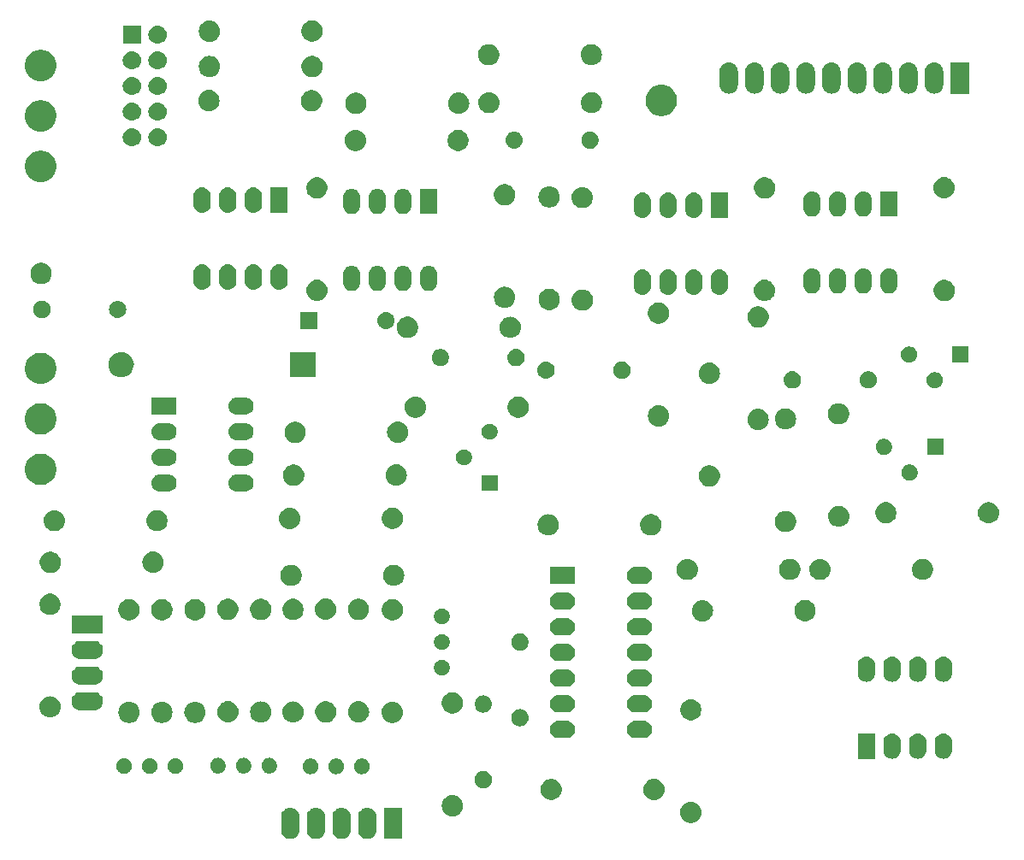
<source format=gbr>
G04 #@! TF.GenerationSoftware,KiCad,Pcbnew,(5.1.2-1)-1*
G04 #@! TF.CreationDate,2023-04-27T09:28:53+02:00*
G04 #@! TF.ProjectId,vco,76636f2e-6b69-4636-9164-5f7063625858,rev?*
G04 #@! TF.SameCoordinates,Original*
G04 #@! TF.FileFunction,Soldermask,Top*
G04 #@! TF.FilePolarity,Negative*
%FSLAX46Y46*%
G04 Gerber Fmt 4.6, Leading zero omitted, Abs format (unit mm)*
G04 Created by KiCad (PCBNEW (5.1.2-1)-1) date 2023-04-27 09:28:53*
%MOMM*%
%LPD*%
G04 APERTURE LIST*
%ADD10C,0.100000*%
G04 APERTURE END LIST*
D10*
G36*
X30885227Y-62520837D02*
G01*
X31055066Y-62572357D01*
X31211591Y-62656022D01*
X31247329Y-62685352D01*
X31348786Y-62768614D01*
X31432048Y-62870071D01*
X31461378Y-62905809D01*
X31545043Y-63062334D01*
X31596563Y-63232173D01*
X31609600Y-63364542D01*
X31609600Y-64753058D01*
X31596563Y-64885427D01*
X31545043Y-65055266D01*
X31461378Y-65211791D01*
X31432048Y-65247529D01*
X31348786Y-65348986D01*
X31211589Y-65461579D01*
X31055067Y-65545242D01*
X31055065Y-65545243D01*
X30885226Y-65596763D01*
X30708600Y-65614159D01*
X30531973Y-65596763D01*
X30362134Y-65545243D01*
X30205609Y-65461578D01*
X30169871Y-65432248D01*
X30068414Y-65348986D01*
X29955821Y-65211789D01*
X29872158Y-65055267D01*
X29872157Y-65055265D01*
X29820637Y-64885426D01*
X29807600Y-64753057D01*
X29807601Y-63364542D01*
X29820638Y-63232173D01*
X29872158Y-63062334D01*
X29955823Y-62905809D01*
X29985153Y-62870071D01*
X30068415Y-62768614D01*
X30169872Y-62685352D01*
X30205610Y-62656022D01*
X30362135Y-62572357D01*
X30531974Y-62520837D01*
X30708600Y-62503441D01*
X30885227Y-62520837D01*
X30885227Y-62520837D01*
G37*
G36*
X33425227Y-62520837D02*
G01*
X33595066Y-62572357D01*
X33751591Y-62656022D01*
X33787329Y-62685352D01*
X33888786Y-62768614D01*
X33972048Y-62870071D01*
X34001378Y-62905809D01*
X34085043Y-63062334D01*
X34136563Y-63232173D01*
X34149600Y-63364542D01*
X34149600Y-64753058D01*
X34136563Y-64885427D01*
X34085043Y-65055266D01*
X34001378Y-65211791D01*
X33972048Y-65247529D01*
X33888786Y-65348986D01*
X33751589Y-65461579D01*
X33595067Y-65545242D01*
X33595065Y-65545243D01*
X33425226Y-65596763D01*
X33248600Y-65614159D01*
X33071973Y-65596763D01*
X32902134Y-65545243D01*
X32745609Y-65461578D01*
X32709871Y-65432248D01*
X32608414Y-65348986D01*
X32495821Y-65211789D01*
X32412158Y-65055267D01*
X32412157Y-65055265D01*
X32360637Y-64885426D01*
X32347600Y-64753057D01*
X32347601Y-63364542D01*
X32360638Y-63232173D01*
X32412158Y-63062334D01*
X32495823Y-62905809D01*
X32525153Y-62870071D01*
X32608415Y-62768614D01*
X32709872Y-62685352D01*
X32745610Y-62656022D01*
X32902135Y-62572357D01*
X33071974Y-62520837D01*
X33248600Y-62503441D01*
X33425227Y-62520837D01*
X33425227Y-62520837D01*
G37*
G36*
X35965227Y-62520837D02*
G01*
X36135066Y-62572357D01*
X36291591Y-62656022D01*
X36327329Y-62685352D01*
X36428786Y-62768614D01*
X36512048Y-62870071D01*
X36541378Y-62905809D01*
X36625043Y-63062334D01*
X36676563Y-63232173D01*
X36689600Y-63364542D01*
X36689600Y-64753058D01*
X36676563Y-64885427D01*
X36625043Y-65055266D01*
X36541378Y-65211791D01*
X36512048Y-65247529D01*
X36428786Y-65348986D01*
X36291589Y-65461579D01*
X36135067Y-65545242D01*
X36135065Y-65545243D01*
X35965226Y-65596763D01*
X35788600Y-65614159D01*
X35611973Y-65596763D01*
X35442134Y-65545243D01*
X35285609Y-65461578D01*
X35249871Y-65432248D01*
X35148414Y-65348986D01*
X35035821Y-65211789D01*
X34952158Y-65055267D01*
X34952157Y-65055265D01*
X34900637Y-64885426D01*
X34887600Y-64753057D01*
X34887601Y-63364542D01*
X34900638Y-63232173D01*
X34952158Y-63062334D01*
X35035823Y-62905809D01*
X35065153Y-62870071D01*
X35148415Y-62768614D01*
X35249872Y-62685352D01*
X35285610Y-62656022D01*
X35442135Y-62572357D01*
X35611974Y-62520837D01*
X35788600Y-62503441D01*
X35965227Y-62520837D01*
X35965227Y-62520837D01*
G37*
G36*
X38505227Y-62520837D02*
G01*
X38675066Y-62572357D01*
X38831591Y-62656022D01*
X38867329Y-62685352D01*
X38968786Y-62768614D01*
X39052048Y-62870071D01*
X39081378Y-62905809D01*
X39165043Y-63062334D01*
X39216563Y-63232173D01*
X39229600Y-63364542D01*
X39229600Y-64753058D01*
X39216563Y-64885427D01*
X39165043Y-65055266D01*
X39081378Y-65211791D01*
X39052048Y-65247529D01*
X38968786Y-65348986D01*
X38831589Y-65461579D01*
X38675067Y-65545242D01*
X38675065Y-65545243D01*
X38505226Y-65596763D01*
X38328600Y-65614159D01*
X38151973Y-65596763D01*
X37982134Y-65545243D01*
X37825609Y-65461578D01*
X37789871Y-65432248D01*
X37688414Y-65348986D01*
X37575821Y-65211789D01*
X37492158Y-65055267D01*
X37492157Y-65055265D01*
X37440637Y-64885426D01*
X37427600Y-64753057D01*
X37427601Y-63364542D01*
X37440638Y-63232173D01*
X37492158Y-63062334D01*
X37575823Y-62905809D01*
X37605153Y-62870071D01*
X37688415Y-62768614D01*
X37789872Y-62685352D01*
X37825610Y-62656022D01*
X37982135Y-62572357D01*
X38151974Y-62520837D01*
X38328600Y-62503441D01*
X38505227Y-62520837D01*
X38505227Y-62520837D01*
G37*
G36*
X41769600Y-65609800D02*
G01*
X39967600Y-65609800D01*
X39967600Y-62507800D01*
X41769600Y-62507800D01*
X41769600Y-65609800D01*
X41769600Y-65609800D01*
G37*
G36*
X70461097Y-61920669D02*
G01*
X70564032Y-61930807D01*
X70762146Y-61990905D01*
X70762149Y-61990906D01*
X70858975Y-62042661D01*
X70944729Y-62088497D01*
X71104765Y-62219835D01*
X71236103Y-62379871D01*
X71281939Y-62465625D01*
X71333694Y-62562451D01*
X71333695Y-62562454D01*
X71393793Y-62760568D01*
X71414085Y-62966600D01*
X71393793Y-63172632D01*
X71335577Y-63364542D01*
X71333694Y-63370749D01*
X71281939Y-63467575D01*
X71236103Y-63553329D01*
X71104765Y-63713365D01*
X70944729Y-63844703D01*
X70858975Y-63890539D01*
X70762149Y-63942294D01*
X70762146Y-63942295D01*
X70564032Y-64002393D01*
X70461097Y-64012531D01*
X70409631Y-64017600D01*
X70306369Y-64017600D01*
X70254903Y-64012531D01*
X70151968Y-64002393D01*
X69953854Y-63942295D01*
X69953851Y-63942294D01*
X69857025Y-63890539D01*
X69771271Y-63844703D01*
X69611235Y-63713365D01*
X69479897Y-63553329D01*
X69434061Y-63467575D01*
X69382306Y-63370749D01*
X69380423Y-63364542D01*
X69322207Y-63172632D01*
X69301915Y-62966600D01*
X69322207Y-62760568D01*
X69382305Y-62562454D01*
X69382306Y-62562451D01*
X69434061Y-62465625D01*
X69479897Y-62379871D01*
X69611235Y-62219835D01*
X69771271Y-62088497D01*
X69857025Y-62042661D01*
X69953851Y-61990906D01*
X69953854Y-61990905D01*
X70151968Y-61930807D01*
X70254903Y-61920669D01*
X70306369Y-61915600D01*
X70409631Y-61915600D01*
X70461097Y-61920669D01*
X70461097Y-61920669D01*
G37*
G36*
X46864497Y-61260269D02*
G01*
X46967432Y-61270407D01*
X47165546Y-61330505D01*
X47165549Y-61330506D01*
X47250611Y-61375973D01*
X47348129Y-61428097D01*
X47508165Y-61559435D01*
X47639503Y-61719471D01*
X47685339Y-61805225D01*
X47737094Y-61902051D01*
X47737095Y-61902054D01*
X47797193Y-62100168D01*
X47817485Y-62306200D01*
X47797193Y-62512232D01*
X47753574Y-62656022D01*
X47737094Y-62710349D01*
X47705950Y-62768615D01*
X47639503Y-62892929D01*
X47508165Y-63052965D01*
X47348129Y-63184303D01*
X47262375Y-63230139D01*
X47165549Y-63281894D01*
X47165546Y-63281895D01*
X46967432Y-63341993D01*
X46864497Y-63352131D01*
X46813031Y-63357200D01*
X46709769Y-63357200D01*
X46658303Y-63352131D01*
X46555368Y-63341993D01*
X46357254Y-63281895D01*
X46357251Y-63281894D01*
X46260425Y-63230139D01*
X46174671Y-63184303D01*
X46014635Y-63052965D01*
X45883297Y-62892929D01*
X45816850Y-62768615D01*
X45785706Y-62710349D01*
X45769226Y-62656022D01*
X45725607Y-62512232D01*
X45705315Y-62306200D01*
X45725607Y-62100168D01*
X45785705Y-61902054D01*
X45785706Y-61902051D01*
X45837461Y-61805225D01*
X45883297Y-61719471D01*
X46014635Y-61559435D01*
X46174671Y-61428097D01*
X46272189Y-61375973D01*
X46357251Y-61330506D01*
X46357254Y-61330505D01*
X46555368Y-61270407D01*
X46658303Y-61260269D01*
X46709769Y-61255200D01*
X46813031Y-61255200D01*
X46864497Y-61260269D01*
X46864497Y-61260269D01*
G37*
G36*
X66803497Y-59660069D02*
G01*
X66906432Y-59670207D01*
X67104546Y-59730305D01*
X67104549Y-59730306D01*
X67187445Y-59774615D01*
X67287129Y-59827897D01*
X67447165Y-59959235D01*
X67578503Y-60119271D01*
X67591667Y-60143900D01*
X67676094Y-60301851D01*
X67676095Y-60301854D01*
X67736193Y-60499968D01*
X67756485Y-60706000D01*
X67736193Y-60912032D01*
X67705696Y-61012565D01*
X67676094Y-61110149D01*
X67626019Y-61203833D01*
X67578503Y-61292729D01*
X67447165Y-61452765D01*
X67287129Y-61584103D01*
X67201375Y-61629939D01*
X67104549Y-61681694D01*
X67104546Y-61681695D01*
X66906432Y-61741793D01*
X66803497Y-61751931D01*
X66752031Y-61757000D01*
X66648769Y-61757000D01*
X66597303Y-61751931D01*
X66494368Y-61741793D01*
X66296254Y-61681695D01*
X66296251Y-61681694D01*
X66199425Y-61629939D01*
X66113671Y-61584103D01*
X65953635Y-61452765D01*
X65822297Y-61292729D01*
X65774781Y-61203833D01*
X65724706Y-61110149D01*
X65695104Y-61012565D01*
X65664607Y-60912032D01*
X65644315Y-60706000D01*
X65664607Y-60499968D01*
X65724705Y-60301854D01*
X65724706Y-60301851D01*
X65809133Y-60143900D01*
X65822297Y-60119271D01*
X65953635Y-59959235D01*
X66113671Y-59827897D01*
X66213355Y-59774615D01*
X66296251Y-59730306D01*
X66296254Y-59730305D01*
X66494368Y-59670207D01*
X66597303Y-59660069D01*
X66648769Y-59655000D01*
X66752031Y-59655000D01*
X66803497Y-59660069D01*
X66803497Y-59660069D01*
G37*
G36*
X56846964Y-59695389D02*
G01*
X57038233Y-59774615D01*
X57038235Y-59774616D01*
X57210373Y-59889635D01*
X57356765Y-60036027D01*
X57412388Y-60119272D01*
X57471785Y-60208167D01*
X57551011Y-60399436D01*
X57591400Y-60602484D01*
X57591400Y-60809516D01*
X57551011Y-61012564D01*
X57510591Y-61110146D01*
X57471784Y-61203835D01*
X57356765Y-61375973D01*
X57210373Y-61522365D01*
X57038235Y-61637384D01*
X57038234Y-61637385D01*
X57038233Y-61637385D01*
X56846964Y-61716611D01*
X56643916Y-61757000D01*
X56436884Y-61757000D01*
X56233836Y-61716611D01*
X56042567Y-61637385D01*
X56042566Y-61637385D01*
X56042565Y-61637384D01*
X55870427Y-61522365D01*
X55724035Y-61375973D01*
X55609016Y-61203835D01*
X55570209Y-61110146D01*
X55529789Y-61012564D01*
X55489400Y-60809516D01*
X55489400Y-60602484D01*
X55529789Y-60399436D01*
X55609015Y-60208167D01*
X55668413Y-60119272D01*
X55724035Y-60036027D01*
X55870427Y-59889635D01*
X56042565Y-59774616D01*
X56042567Y-59774615D01*
X56233836Y-59695389D01*
X56436884Y-59655000D01*
X56643916Y-59655000D01*
X56846964Y-59695389D01*
X56846964Y-59695389D01*
G37*
G36*
X50057628Y-58922503D02*
G01*
X50212500Y-58986653D01*
X50351881Y-59079785D01*
X50470415Y-59198319D01*
X50563547Y-59337700D01*
X50627697Y-59492572D01*
X50660400Y-59656984D01*
X50660400Y-59824616D01*
X50627697Y-59989028D01*
X50563547Y-60143900D01*
X50470415Y-60283281D01*
X50351881Y-60401815D01*
X50212500Y-60494947D01*
X50057628Y-60559097D01*
X49893216Y-60591800D01*
X49725584Y-60591800D01*
X49561172Y-60559097D01*
X49406300Y-60494947D01*
X49266919Y-60401815D01*
X49148385Y-60283281D01*
X49055253Y-60143900D01*
X48991103Y-59989028D01*
X48958400Y-59824616D01*
X48958400Y-59656984D01*
X48991103Y-59492572D01*
X49055253Y-59337700D01*
X49148385Y-59198319D01*
X49266919Y-59079785D01*
X49406300Y-58986653D01*
X49561172Y-58922503D01*
X49725584Y-58889800D01*
X49893216Y-58889800D01*
X50057628Y-58922503D01*
X50057628Y-58922503D01*
G37*
G36*
X37920789Y-57658876D02*
G01*
X38020093Y-57678629D01*
X38160406Y-57736748D01*
X38286684Y-57821125D01*
X38394075Y-57928516D01*
X38478452Y-58054794D01*
X38536571Y-58195107D01*
X38566200Y-58344063D01*
X38566200Y-58495937D01*
X38536571Y-58644893D01*
X38478452Y-58785206D01*
X38394075Y-58911484D01*
X38286684Y-59018875D01*
X38160406Y-59103252D01*
X38020093Y-59161371D01*
X37920789Y-59181124D01*
X37871138Y-59191000D01*
X37719262Y-59191000D01*
X37669611Y-59181124D01*
X37570307Y-59161371D01*
X37429994Y-59103252D01*
X37303716Y-59018875D01*
X37196325Y-58911484D01*
X37111948Y-58785206D01*
X37053829Y-58644893D01*
X37024200Y-58495937D01*
X37024200Y-58344063D01*
X37053829Y-58195107D01*
X37111948Y-58054794D01*
X37196325Y-57928516D01*
X37303716Y-57821125D01*
X37429994Y-57736748D01*
X37570307Y-57678629D01*
X37669611Y-57658876D01*
X37719262Y-57649000D01*
X37871138Y-57649000D01*
X37920789Y-57658876D01*
X37920789Y-57658876D01*
G37*
G36*
X35380789Y-57658876D02*
G01*
X35480093Y-57678629D01*
X35620406Y-57736748D01*
X35746684Y-57821125D01*
X35854075Y-57928516D01*
X35938452Y-58054794D01*
X35996571Y-58195107D01*
X36026200Y-58344063D01*
X36026200Y-58495937D01*
X35996571Y-58644893D01*
X35938452Y-58785206D01*
X35854075Y-58911484D01*
X35746684Y-59018875D01*
X35620406Y-59103252D01*
X35480093Y-59161371D01*
X35380789Y-59181124D01*
X35331138Y-59191000D01*
X35179262Y-59191000D01*
X35129611Y-59181124D01*
X35030307Y-59161371D01*
X34889994Y-59103252D01*
X34763716Y-59018875D01*
X34656325Y-58911484D01*
X34571948Y-58785206D01*
X34513829Y-58644893D01*
X34484200Y-58495937D01*
X34484200Y-58344063D01*
X34513829Y-58195107D01*
X34571948Y-58054794D01*
X34656325Y-57928516D01*
X34763716Y-57821125D01*
X34889994Y-57736748D01*
X35030307Y-57678629D01*
X35129611Y-57658876D01*
X35179262Y-57649000D01*
X35331138Y-57649000D01*
X35380789Y-57658876D01*
X35380789Y-57658876D01*
G37*
G36*
X32840789Y-57658876D02*
G01*
X32940093Y-57678629D01*
X33080406Y-57736748D01*
X33206684Y-57821125D01*
X33314075Y-57928516D01*
X33398452Y-58054794D01*
X33456571Y-58195107D01*
X33486200Y-58344063D01*
X33486200Y-58495937D01*
X33456571Y-58644893D01*
X33398452Y-58785206D01*
X33314075Y-58911484D01*
X33206684Y-59018875D01*
X33080406Y-59103252D01*
X32940093Y-59161371D01*
X32840789Y-59181124D01*
X32791138Y-59191000D01*
X32639262Y-59191000D01*
X32589611Y-59181124D01*
X32490307Y-59161371D01*
X32349994Y-59103252D01*
X32223716Y-59018875D01*
X32116325Y-58911484D01*
X32031948Y-58785206D01*
X31973829Y-58644893D01*
X31944200Y-58495937D01*
X31944200Y-58344063D01*
X31973829Y-58195107D01*
X32031948Y-58054794D01*
X32116325Y-57928516D01*
X32223716Y-57821125D01*
X32349994Y-57736748D01*
X32490307Y-57678629D01*
X32589611Y-57658876D01*
X32639262Y-57649000D01*
X32791138Y-57649000D01*
X32840789Y-57658876D01*
X32840789Y-57658876D01*
G37*
G36*
X14371998Y-57602429D02*
G01*
X14499693Y-57627829D01*
X14640006Y-57685948D01*
X14766284Y-57770325D01*
X14873675Y-57877716D01*
X14958052Y-58003994D01*
X15016171Y-58144307D01*
X15026276Y-58195109D01*
X15040748Y-58267862D01*
X15045800Y-58293263D01*
X15045800Y-58445137D01*
X15016171Y-58594093D01*
X14958052Y-58734406D01*
X14873675Y-58860684D01*
X14766284Y-58968075D01*
X14640006Y-59052452D01*
X14499693Y-59110571D01*
X14400389Y-59130324D01*
X14350738Y-59140200D01*
X14198862Y-59140200D01*
X14149211Y-59130324D01*
X14049907Y-59110571D01*
X13909594Y-59052452D01*
X13783316Y-58968075D01*
X13675925Y-58860684D01*
X13591548Y-58734406D01*
X13533429Y-58594093D01*
X13503800Y-58445137D01*
X13503800Y-58293263D01*
X13508853Y-58267862D01*
X13523324Y-58195109D01*
X13533429Y-58144307D01*
X13591548Y-58003994D01*
X13675925Y-57877716D01*
X13783316Y-57770325D01*
X13909594Y-57685948D01*
X14049907Y-57627829D01*
X14177602Y-57602429D01*
X14198862Y-57598200D01*
X14350738Y-57598200D01*
X14371998Y-57602429D01*
X14371998Y-57602429D01*
G37*
G36*
X16911998Y-57602429D02*
G01*
X17039693Y-57627829D01*
X17180006Y-57685948D01*
X17306284Y-57770325D01*
X17413675Y-57877716D01*
X17498052Y-58003994D01*
X17556171Y-58144307D01*
X17566276Y-58195109D01*
X17580748Y-58267862D01*
X17585800Y-58293263D01*
X17585800Y-58445137D01*
X17556171Y-58594093D01*
X17498052Y-58734406D01*
X17413675Y-58860684D01*
X17306284Y-58968075D01*
X17180006Y-59052452D01*
X17039693Y-59110571D01*
X16940389Y-59130324D01*
X16890738Y-59140200D01*
X16738862Y-59140200D01*
X16689211Y-59130324D01*
X16589907Y-59110571D01*
X16449594Y-59052452D01*
X16323316Y-58968075D01*
X16215925Y-58860684D01*
X16131548Y-58734406D01*
X16073429Y-58594093D01*
X16043800Y-58445137D01*
X16043800Y-58293263D01*
X16048853Y-58267862D01*
X16063324Y-58195109D01*
X16073429Y-58144307D01*
X16131548Y-58003994D01*
X16215925Y-57877716D01*
X16323316Y-57770325D01*
X16449594Y-57685948D01*
X16589907Y-57627829D01*
X16717602Y-57602429D01*
X16738862Y-57598200D01*
X16890738Y-57598200D01*
X16911998Y-57602429D01*
X16911998Y-57602429D01*
G37*
G36*
X19451998Y-57602429D02*
G01*
X19579693Y-57627829D01*
X19720006Y-57685948D01*
X19846284Y-57770325D01*
X19953675Y-57877716D01*
X20038052Y-58003994D01*
X20096171Y-58144307D01*
X20106276Y-58195109D01*
X20120748Y-58267862D01*
X20125800Y-58293263D01*
X20125800Y-58445137D01*
X20096171Y-58594093D01*
X20038052Y-58734406D01*
X19953675Y-58860684D01*
X19846284Y-58968075D01*
X19720006Y-59052452D01*
X19579693Y-59110571D01*
X19480389Y-59130324D01*
X19430738Y-59140200D01*
X19278862Y-59140200D01*
X19229211Y-59130324D01*
X19129907Y-59110571D01*
X18989594Y-59052452D01*
X18863316Y-58968075D01*
X18755925Y-58860684D01*
X18671548Y-58734406D01*
X18613429Y-58594093D01*
X18583800Y-58445137D01*
X18583800Y-58293263D01*
X18588853Y-58267862D01*
X18603324Y-58195109D01*
X18613429Y-58144307D01*
X18671548Y-58003994D01*
X18755925Y-57877716D01*
X18863316Y-57770325D01*
X18989594Y-57685948D01*
X19129907Y-57627829D01*
X19257602Y-57602429D01*
X19278862Y-57598200D01*
X19430738Y-57598200D01*
X19451998Y-57602429D01*
X19451998Y-57602429D01*
G37*
G36*
X23671389Y-57582676D02*
G01*
X23770693Y-57602429D01*
X23911006Y-57660548D01*
X24037284Y-57744925D01*
X24144675Y-57852316D01*
X24229052Y-57978594D01*
X24287171Y-58118907D01*
X24302328Y-58195107D01*
X24316800Y-58267862D01*
X24316800Y-58419738D01*
X24306924Y-58469389D01*
X24287171Y-58568693D01*
X24229052Y-58709006D01*
X24144675Y-58835284D01*
X24037284Y-58942675D01*
X23911006Y-59027052D01*
X23770693Y-59085171D01*
X23679793Y-59103252D01*
X23621738Y-59114800D01*
X23469862Y-59114800D01*
X23411807Y-59103252D01*
X23320907Y-59085171D01*
X23180594Y-59027052D01*
X23054316Y-58942675D01*
X22946925Y-58835284D01*
X22862548Y-58709006D01*
X22804429Y-58568693D01*
X22784676Y-58469389D01*
X22774800Y-58419738D01*
X22774800Y-58267862D01*
X22789272Y-58195107D01*
X22804429Y-58118907D01*
X22862548Y-57978594D01*
X22946925Y-57852316D01*
X23054316Y-57744925D01*
X23180594Y-57660548D01*
X23320907Y-57602429D01*
X23420211Y-57582676D01*
X23469862Y-57572800D01*
X23621738Y-57572800D01*
X23671389Y-57582676D01*
X23671389Y-57582676D01*
G37*
G36*
X28751389Y-57582676D02*
G01*
X28850693Y-57602429D01*
X28991006Y-57660548D01*
X29117284Y-57744925D01*
X29224675Y-57852316D01*
X29309052Y-57978594D01*
X29367171Y-58118907D01*
X29382328Y-58195107D01*
X29396800Y-58267862D01*
X29396800Y-58419738D01*
X29386924Y-58469389D01*
X29367171Y-58568693D01*
X29309052Y-58709006D01*
X29224675Y-58835284D01*
X29117284Y-58942675D01*
X28991006Y-59027052D01*
X28850693Y-59085171D01*
X28759793Y-59103252D01*
X28701738Y-59114800D01*
X28549862Y-59114800D01*
X28491807Y-59103252D01*
X28400907Y-59085171D01*
X28260594Y-59027052D01*
X28134316Y-58942675D01*
X28026925Y-58835284D01*
X27942548Y-58709006D01*
X27884429Y-58568693D01*
X27864676Y-58469389D01*
X27854800Y-58419738D01*
X27854800Y-58267862D01*
X27869272Y-58195107D01*
X27884429Y-58118907D01*
X27942548Y-57978594D01*
X28026925Y-57852316D01*
X28134316Y-57744925D01*
X28260594Y-57660548D01*
X28400907Y-57602429D01*
X28500211Y-57582676D01*
X28549862Y-57572800D01*
X28701738Y-57572800D01*
X28751389Y-57582676D01*
X28751389Y-57582676D01*
G37*
G36*
X26211389Y-57582676D02*
G01*
X26310693Y-57602429D01*
X26451006Y-57660548D01*
X26577284Y-57744925D01*
X26684675Y-57852316D01*
X26769052Y-57978594D01*
X26827171Y-58118907D01*
X26842328Y-58195107D01*
X26856800Y-58267862D01*
X26856800Y-58419738D01*
X26846924Y-58469389D01*
X26827171Y-58568693D01*
X26769052Y-58709006D01*
X26684675Y-58835284D01*
X26577284Y-58942675D01*
X26451006Y-59027052D01*
X26310693Y-59085171D01*
X26219793Y-59103252D01*
X26161738Y-59114800D01*
X26009862Y-59114800D01*
X25951807Y-59103252D01*
X25860907Y-59085171D01*
X25720594Y-59027052D01*
X25594316Y-58942675D01*
X25486925Y-58835284D01*
X25402548Y-58709006D01*
X25344429Y-58568693D01*
X25324676Y-58469389D01*
X25314800Y-58419738D01*
X25314800Y-58267862D01*
X25329272Y-58195107D01*
X25344429Y-58118907D01*
X25402548Y-57978594D01*
X25486925Y-57852316D01*
X25594316Y-57744925D01*
X25720594Y-57660548D01*
X25860907Y-57602429D01*
X25960211Y-57582676D01*
X26009862Y-57572800D01*
X26161738Y-57572800D01*
X26211389Y-57582676D01*
X26211389Y-57582676D01*
G37*
G36*
X90438422Y-55174713D02*
G01*
X90598841Y-55223376D01*
X90746677Y-55302395D01*
X90876259Y-55408741D01*
X90982604Y-55538322D01*
X90982605Y-55538324D01*
X91061624Y-55686158D01*
X91110287Y-55846577D01*
X91122600Y-55971596D01*
X91122600Y-56855203D01*
X91110287Y-56980222D01*
X91061624Y-57140642D01*
X90990714Y-57273306D01*
X90982604Y-57288478D01*
X90876259Y-57418059D01*
X90746678Y-57524404D01*
X90746676Y-57524405D01*
X90598842Y-57603424D01*
X90438423Y-57652087D01*
X90271600Y-57668517D01*
X90104778Y-57652087D01*
X89944359Y-57603424D01*
X89796525Y-57524405D01*
X89796523Y-57524404D01*
X89666942Y-57418059D01*
X89560597Y-57288478D01*
X89552487Y-57273306D01*
X89481577Y-57140642D01*
X89432914Y-56980223D01*
X89420600Y-56855203D01*
X89420600Y-55971597D01*
X89432913Y-55846578D01*
X89481576Y-55686159D01*
X89560595Y-55538323D01*
X89666941Y-55408741D01*
X89796522Y-55302396D01*
X89811694Y-55294286D01*
X89944358Y-55223376D01*
X90104777Y-55174713D01*
X90271600Y-55158283D01*
X90438422Y-55174713D01*
X90438422Y-55174713D01*
G37*
G36*
X92978422Y-55174713D02*
G01*
X93138841Y-55223376D01*
X93286677Y-55302395D01*
X93416259Y-55408741D01*
X93522604Y-55538322D01*
X93522605Y-55538324D01*
X93601624Y-55686158D01*
X93650287Y-55846577D01*
X93662600Y-55971596D01*
X93662600Y-56855203D01*
X93650287Y-56980222D01*
X93601624Y-57140642D01*
X93530714Y-57273306D01*
X93522604Y-57288478D01*
X93416259Y-57418059D01*
X93286678Y-57524404D01*
X93286676Y-57524405D01*
X93138842Y-57603424D01*
X92978423Y-57652087D01*
X92811600Y-57668517D01*
X92644778Y-57652087D01*
X92484359Y-57603424D01*
X92336525Y-57524405D01*
X92336523Y-57524404D01*
X92206942Y-57418059D01*
X92100597Y-57288478D01*
X92092487Y-57273306D01*
X92021577Y-57140642D01*
X91972914Y-56980223D01*
X91960600Y-56855203D01*
X91960600Y-55971597D01*
X91972913Y-55846578D01*
X92021576Y-55686159D01*
X92100595Y-55538323D01*
X92206941Y-55408741D01*
X92336522Y-55302396D01*
X92351694Y-55294286D01*
X92484358Y-55223376D01*
X92644777Y-55174713D01*
X92811600Y-55158283D01*
X92978422Y-55174713D01*
X92978422Y-55174713D01*
G37*
G36*
X95518422Y-55174713D02*
G01*
X95678841Y-55223376D01*
X95826677Y-55302395D01*
X95956259Y-55408741D01*
X96062604Y-55538322D01*
X96062605Y-55538324D01*
X96141624Y-55686158D01*
X96190287Y-55846577D01*
X96202600Y-55971596D01*
X96202600Y-56855203D01*
X96190287Y-56980222D01*
X96141624Y-57140642D01*
X96070714Y-57273306D01*
X96062604Y-57288478D01*
X95956259Y-57418059D01*
X95826678Y-57524404D01*
X95826676Y-57524405D01*
X95678842Y-57603424D01*
X95518423Y-57652087D01*
X95351600Y-57668517D01*
X95184778Y-57652087D01*
X95024359Y-57603424D01*
X94876525Y-57524405D01*
X94876523Y-57524404D01*
X94746942Y-57418059D01*
X94640597Y-57288478D01*
X94632487Y-57273306D01*
X94561577Y-57140642D01*
X94512914Y-56980223D01*
X94500600Y-56855203D01*
X94500600Y-55971597D01*
X94512913Y-55846578D01*
X94561576Y-55686159D01*
X94640595Y-55538323D01*
X94746941Y-55408741D01*
X94876522Y-55302396D01*
X94891694Y-55294286D01*
X95024358Y-55223376D01*
X95184777Y-55174713D01*
X95351600Y-55158283D01*
X95518422Y-55174713D01*
X95518422Y-55174713D01*
G37*
G36*
X88582600Y-57664400D02*
G01*
X86880600Y-57664400D01*
X86880600Y-55162400D01*
X88582600Y-55162400D01*
X88582600Y-57664400D01*
X88582600Y-57664400D01*
G37*
G36*
X58224823Y-53923713D02*
G01*
X58385242Y-53972376D01*
X58475107Y-54020410D01*
X58533078Y-54051396D01*
X58662659Y-54157741D01*
X58769004Y-54287322D01*
X58769005Y-54287324D01*
X58848024Y-54435158D01*
X58896687Y-54595577D01*
X58913117Y-54762400D01*
X58896687Y-54929223D01*
X58848024Y-55089642D01*
X58802552Y-55174714D01*
X58769004Y-55237478D01*
X58662659Y-55367059D01*
X58533078Y-55473404D01*
X58533076Y-55473405D01*
X58385242Y-55552424D01*
X58224823Y-55601087D01*
X58099804Y-55613400D01*
X57216196Y-55613400D01*
X57091177Y-55601087D01*
X56930758Y-55552424D01*
X56782924Y-55473405D01*
X56782922Y-55473404D01*
X56653341Y-55367059D01*
X56546996Y-55237478D01*
X56513448Y-55174714D01*
X56467976Y-55089642D01*
X56419313Y-54929223D01*
X56402883Y-54762400D01*
X56419313Y-54595577D01*
X56467976Y-54435158D01*
X56546995Y-54287324D01*
X56546996Y-54287322D01*
X56653341Y-54157741D01*
X56782922Y-54051396D01*
X56840893Y-54020410D01*
X56930758Y-53972376D01*
X57091177Y-53923713D01*
X57216196Y-53911400D01*
X58099804Y-53911400D01*
X58224823Y-53923713D01*
X58224823Y-53923713D01*
G37*
G36*
X65844823Y-53923713D02*
G01*
X66005242Y-53972376D01*
X66095107Y-54020410D01*
X66153078Y-54051396D01*
X66282659Y-54157741D01*
X66389004Y-54287322D01*
X66389005Y-54287324D01*
X66468024Y-54435158D01*
X66516687Y-54595577D01*
X66533117Y-54762400D01*
X66516687Y-54929223D01*
X66468024Y-55089642D01*
X66422552Y-55174714D01*
X66389004Y-55237478D01*
X66282659Y-55367059D01*
X66153078Y-55473404D01*
X66153076Y-55473405D01*
X66005242Y-55552424D01*
X65844823Y-55601087D01*
X65719804Y-55613400D01*
X64836196Y-55613400D01*
X64711177Y-55601087D01*
X64550758Y-55552424D01*
X64402924Y-55473405D01*
X64402922Y-55473404D01*
X64273341Y-55367059D01*
X64166996Y-55237478D01*
X64133448Y-55174714D01*
X64087976Y-55089642D01*
X64039313Y-54929223D01*
X64022883Y-54762400D01*
X64039313Y-54595577D01*
X64087976Y-54435158D01*
X64166995Y-54287324D01*
X64166996Y-54287322D01*
X64273341Y-54157741D01*
X64402922Y-54051396D01*
X64460893Y-54020410D01*
X64550758Y-53972376D01*
X64711177Y-53923713D01*
X64836196Y-53911400D01*
X65719804Y-53911400D01*
X65844823Y-53923713D01*
X65844823Y-53923713D01*
G37*
G36*
X53608423Y-52762313D02*
G01*
X53768842Y-52810976D01*
X53901506Y-52881886D01*
X53916678Y-52889996D01*
X54046259Y-52996341D01*
X54152604Y-53125922D01*
X54152605Y-53125924D01*
X54231624Y-53273758D01*
X54280287Y-53434177D01*
X54296717Y-53601000D01*
X54280287Y-53767823D01*
X54231624Y-53928242D01*
X54165797Y-54051395D01*
X54152604Y-54076078D01*
X54046259Y-54205659D01*
X53916678Y-54312004D01*
X53916676Y-54312005D01*
X53768842Y-54391024D01*
X53608423Y-54439687D01*
X53483404Y-54452000D01*
X53399796Y-54452000D01*
X53274777Y-54439687D01*
X53114358Y-54391024D01*
X52966524Y-54312005D01*
X52966522Y-54312004D01*
X52836941Y-54205659D01*
X52730596Y-54076078D01*
X52717403Y-54051395D01*
X52651576Y-53928242D01*
X52602913Y-53767823D01*
X52586483Y-53601000D01*
X52602913Y-53434177D01*
X52651576Y-53273758D01*
X52730595Y-53125924D01*
X52730596Y-53125922D01*
X52836941Y-52996341D01*
X52966522Y-52889996D01*
X52981694Y-52881886D01*
X53114358Y-52810976D01*
X53274777Y-52762313D01*
X53399796Y-52750000D01*
X53483404Y-52750000D01*
X53608423Y-52762313D01*
X53608423Y-52762313D01*
G37*
G36*
X40920897Y-52014669D02*
G01*
X41023832Y-52024807D01*
X41221946Y-52084905D01*
X41221949Y-52084906D01*
X41309488Y-52131697D01*
X41404529Y-52182497D01*
X41564565Y-52313835D01*
X41695903Y-52473871D01*
X41724408Y-52527200D01*
X41793494Y-52656451D01*
X41793495Y-52656454D01*
X41853593Y-52854568D01*
X41873885Y-53060600D01*
X41853593Y-53266632D01*
X41838506Y-53316365D01*
X41793494Y-53464749D01*
X41773105Y-53502894D01*
X41695903Y-53647329D01*
X41564565Y-53807365D01*
X41404529Y-53938703D01*
X41341531Y-53972376D01*
X41221949Y-54036294D01*
X41221946Y-54036295D01*
X41023832Y-54096393D01*
X40920897Y-54106531D01*
X40869431Y-54111600D01*
X40766169Y-54111600D01*
X40714703Y-54106531D01*
X40611768Y-54096393D01*
X40413654Y-54036295D01*
X40413651Y-54036294D01*
X40294069Y-53972376D01*
X40231071Y-53938703D01*
X40071035Y-53807365D01*
X39939697Y-53647329D01*
X39862495Y-53502894D01*
X39842106Y-53464749D01*
X39797094Y-53316365D01*
X39782007Y-53266632D01*
X39761715Y-53060600D01*
X39782007Y-52854568D01*
X39842105Y-52656454D01*
X39842106Y-52656451D01*
X39911192Y-52527200D01*
X39939697Y-52473871D01*
X40071035Y-52313835D01*
X40231071Y-52182497D01*
X40326112Y-52131697D01*
X40413651Y-52084906D01*
X40413654Y-52084905D01*
X40611768Y-52024807D01*
X40714703Y-52014669D01*
X40766169Y-52009600D01*
X40869431Y-52009600D01*
X40920897Y-52014669D01*
X40920897Y-52014669D01*
G37*
G36*
X21388297Y-52014669D02*
G01*
X21491232Y-52024807D01*
X21689346Y-52084905D01*
X21689349Y-52084906D01*
X21776888Y-52131697D01*
X21871929Y-52182497D01*
X22031965Y-52313835D01*
X22163303Y-52473871D01*
X22191808Y-52527200D01*
X22260894Y-52656451D01*
X22260895Y-52656454D01*
X22320993Y-52854568D01*
X22341285Y-53060600D01*
X22320993Y-53266632D01*
X22305906Y-53316365D01*
X22260894Y-53464749D01*
X22240505Y-53502894D01*
X22163303Y-53647329D01*
X22031965Y-53807365D01*
X21871929Y-53938703D01*
X21808931Y-53972376D01*
X21689349Y-54036294D01*
X21689346Y-54036295D01*
X21491232Y-54096393D01*
X21388297Y-54106531D01*
X21336831Y-54111600D01*
X21233569Y-54111600D01*
X21182103Y-54106531D01*
X21079168Y-54096393D01*
X20881054Y-54036295D01*
X20881051Y-54036294D01*
X20761469Y-53972376D01*
X20698471Y-53938703D01*
X20538435Y-53807365D01*
X20407097Y-53647329D01*
X20329895Y-53502894D01*
X20309506Y-53464749D01*
X20264494Y-53316365D01*
X20249407Y-53266632D01*
X20229115Y-53060600D01*
X20249407Y-52854568D01*
X20309505Y-52656454D01*
X20309506Y-52656451D01*
X20378592Y-52527200D01*
X20407097Y-52473871D01*
X20538435Y-52313835D01*
X20698471Y-52182497D01*
X20793512Y-52131697D01*
X20881051Y-52084906D01*
X20881054Y-52084905D01*
X21079168Y-52024807D01*
X21182103Y-52014669D01*
X21233569Y-52009600D01*
X21336831Y-52009600D01*
X21388297Y-52014669D01*
X21388297Y-52014669D01*
G37*
G36*
X14860497Y-52014669D02*
G01*
X14963432Y-52024807D01*
X15161546Y-52084905D01*
X15161549Y-52084906D01*
X15249088Y-52131697D01*
X15344129Y-52182497D01*
X15504165Y-52313835D01*
X15635503Y-52473871D01*
X15664008Y-52527200D01*
X15733094Y-52656451D01*
X15733095Y-52656454D01*
X15793193Y-52854568D01*
X15813485Y-53060600D01*
X15793193Y-53266632D01*
X15778106Y-53316365D01*
X15733094Y-53464749D01*
X15712705Y-53502894D01*
X15635503Y-53647329D01*
X15504165Y-53807365D01*
X15344129Y-53938703D01*
X15281131Y-53972376D01*
X15161549Y-54036294D01*
X15161546Y-54036295D01*
X14963432Y-54096393D01*
X14860497Y-54106531D01*
X14809031Y-54111600D01*
X14705769Y-54111600D01*
X14654303Y-54106531D01*
X14551368Y-54096393D01*
X14353254Y-54036295D01*
X14353251Y-54036294D01*
X14233669Y-53972376D01*
X14170671Y-53938703D01*
X14010635Y-53807365D01*
X13879297Y-53647329D01*
X13802095Y-53502894D01*
X13781706Y-53464749D01*
X13736694Y-53316365D01*
X13721607Y-53266632D01*
X13701315Y-53060600D01*
X13721607Y-52854568D01*
X13781705Y-52656454D01*
X13781706Y-52656451D01*
X13850792Y-52527200D01*
X13879297Y-52473871D01*
X14010635Y-52313835D01*
X14170671Y-52182497D01*
X14265712Y-52131697D01*
X14353251Y-52084906D01*
X14353254Y-52084905D01*
X14551368Y-52024807D01*
X14654303Y-52014669D01*
X14705769Y-52009600D01*
X14809031Y-52009600D01*
X14860497Y-52014669D01*
X14860497Y-52014669D01*
G37*
G36*
X18111697Y-52014669D02*
G01*
X18214632Y-52024807D01*
X18412746Y-52084905D01*
X18412749Y-52084906D01*
X18500288Y-52131697D01*
X18595329Y-52182497D01*
X18755365Y-52313835D01*
X18886703Y-52473871D01*
X18915208Y-52527200D01*
X18984294Y-52656451D01*
X18984295Y-52656454D01*
X19044393Y-52854568D01*
X19064685Y-53060600D01*
X19044393Y-53266632D01*
X19029306Y-53316365D01*
X18984294Y-53464749D01*
X18963905Y-53502894D01*
X18886703Y-53647329D01*
X18755365Y-53807365D01*
X18595329Y-53938703D01*
X18532331Y-53972376D01*
X18412749Y-54036294D01*
X18412746Y-54036295D01*
X18214632Y-54096393D01*
X18111697Y-54106531D01*
X18060231Y-54111600D01*
X17956969Y-54111600D01*
X17905503Y-54106531D01*
X17802568Y-54096393D01*
X17604454Y-54036295D01*
X17604451Y-54036294D01*
X17484869Y-53972376D01*
X17421871Y-53938703D01*
X17261835Y-53807365D01*
X17130497Y-53647329D01*
X17053295Y-53502894D01*
X17032906Y-53464749D01*
X16987894Y-53316365D01*
X16972807Y-53266632D01*
X16952515Y-53060600D01*
X16972807Y-52854568D01*
X17032905Y-52656454D01*
X17032906Y-52656451D01*
X17101992Y-52527200D01*
X17130497Y-52473871D01*
X17261835Y-52313835D01*
X17421871Y-52182497D01*
X17516912Y-52131697D01*
X17604451Y-52084906D01*
X17604454Y-52084905D01*
X17802568Y-52024807D01*
X17905503Y-52014669D01*
X17956969Y-52009600D01*
X18060231Y-52009600D01*
X18111697Y-52014669D01*
X18111697Y-52014669D01*
G37*
G36*
X31091097Y-51989269D02*
G01*
X31194032Y-51999407D01*
X31379197Y-52055577D01*
X31392149Y-52059506D01*
X31488975Y-52111261D01*
X31574729Y-52157097D01*
X31734765Y-52288435D01*
X31866103Y-52448471D01*
X31878354Y-52471391D01*
X31963694Y-52631051D01*
X31963695Y-52631054D01*
X32023793Y-52829168D01*
X32044085Y-53035200D01*
X32023793Y-53241232D01*
X32001001Y-53316365D01*
X31963694Y-53439349D01*
X31950119Y-53464746D01*
X31866103Y-53621929D01*
X31734765Y-53781965D01*
X31574729Y-53913303D01*
X31522567Y-53941184D01*
X31392149Y-54010894D01*
X31392146Y-54010895D01*
X31194032Y-54070993D01*
X31091097Y-54081131D01*
X31039631Y-54086200D01*
X30936369Y-54086200D01*
X30884903Y-54081131D01*
X30781968Y-54070993D01*
X30583854Y-54010895D01*
X30583851Y-54010894D01*
X30453433Y-53941184D01*
X30401271Y-53913303D01*
X30241235Y-53781965D01*
X30109897Y-53621929D01*
X30025881Y-53464746D01*
X30012306Y-53439349D01*
X29974999Y-53316365D01*
X29952207Y-53241232D01*
X29931915Y-53035200D01*
X29952207Y-52829168D01*
X30012305Y-52631054D01*
X30012306Y-52631051D01*
X30097646Y-52471391D01*
X30109897Y-52448471D01*
X30241235Y-52288435D01*
X30401271Y-52157097D01*
X30487025Y-52111261D01*
X30583851Y-52059506D01*
X30596803Y-52055577D01*
X30781968Y-51999407D01*
X30884903Y-51989269D01*
X30936369Y-51984200D01*
X31039631Y-51984200D01*
X31091097Y-51989269D01*
X31091097Y-51989269D01*
G37*
G36*
X27890697Y-51989269D02*
G01*
X27993632Y-51999407D01*
X28178797Y-52055577D01*
X28191749Y-52059506D01*
X28288575Y-52111261D01*
X28374329Y-52157097D01*
X28534365Y-52288435D01*
X28665703Y-52448471D01*
X28677954Y-52471391D01*
X28763294Y-52631051D01*
X28763295Y-52631054D01*
X28823393Y-52829168D01*
X28843685Y-53035200D01*
X28823393Y-53241232D01*
X28800601Y-53316365D01*
X28763294Y-53439349D01*
X28749719Y-53464746D01*
X28665703Y-53621929D01*
X28534365Y-53781965D01*
X28374329Y-53913303D01*
X28322167Y-53941184D01*
X28191749Y-54010894D01*
X28191746Y-54010895D01*
X27993632Y-54070993D01*
X27890697Y-54081131D01*
X27839231Y-54086200D01*
X27735969Y-54086200D01*
X27684503Y-54081131D01*
X27581568Y-54070993D01*
X27383454Y-54010895D01*
X27383451Y-54010894D01*
X27253033Y-53941184D01*
X27200871Y-53913303D01*
X27040835Y-53781965D01*
X26909497Y-53621929D01*
X26825481Y-53464746D01*
X26811906Y-53439349D01*
X26774599Y-53316365D01*
X26751807Y-53241232D01*
X26731515Y-53035200D01*
X26751807Y-52829168D01*
X26811905Y-52631054D01*
X26811906Y-52631051D01*
X26897246Y-52471391D01*
X26909497Y-52448471D01*
X27040835Y-52288435D01*
X27200871Y-52157097D01*
X27286625Y-52111261D01*
X27383451Y-52059506D01*
X27396403Y-52055577D01*
X27581568Y-51999407D01*
X27684503Y-51989269D01*
X27735969Y-51984200D01*
X27839231Y-51984200D01*
X27890697Y-51989269D01*
X27890697Y-51989269D01*
G37*
G36*
X37568097Y-51963869D02*
G01*
X37671032Y-51974007D01*
X37869146Y-52034105D01*
X37869149Y-52034106D01*
X37943738Y-52073975D01*
X38051729Y-52131697D01*
X38211765Y-52263035D01*
X38343103Y-52423071D01*
X38384241Y-52500035D01*
X38440694Y-52605651D01*
X38440695Y-52605654D01*
X38500793Y-52803768D01*
X38521085Y-53009800D01*
X38500793Y-53215832D01*
X38470296Y-53316365D01*
X38440694Y-53413949D01*
X38393152Y-53502894D01*
X38343103Y-53596529D01*
X38211765Y-53756565D01*
X38051729Y-53887903D01*
X37965975Y-53933739D01*
X37869149Y-53985494D01*
X37869146Y-53985495D01*
X37671032Y-54045593D01*
X37568097Y-54055731D01*
X37516631Y-54060800D01*
X37413369Y-54060800D01*
X37361903Y-54055731D01*
X37258968Y-54045593D01*
X37060854Y-53985495D01*
X37060851Y-53985494D01*
X36964025Y-53933739D01*
X36878271Y-53887903D01*
X36718235Y-53756565D01*
X36586897Y-53596529D01*
X36536848Y-53502894D01*
X36489306Y-53413949D01*
X36459704Y-53316365D01*
X36429207Y-53215832D01*
X36408915Y-53009800D01*
X36429207Y-52803768D01*
X36489305Y-52605654D01*
X36489306Y-52605651D01*
X36545759Y-52500035D01*
X36586897Y-52423071D01*
X36718235Y-52263035D01*
X36878271Y-52131697D01*
X36986262Y-52073975D01*
X37060851Y-52034106D01*
X37060854Y-52034105D01*
X37258968Y-51974007D01*
X37361903Y-51963869D01*
X37413369Y-51958800D01*
X37516631Y-51958800D01*
X37568097Y-51963869D01*
X37568097Y-51963869D01*
G37*
G36*
X34520364Y-51999189D02*
G01*
X34711633Y-52078415D01*
X34711635Y-52078416D01*
X34883773Y-52193435D01*
X35030165Y-52339827D01*
X35137213Y-52500035D01*
X35145185Y-52511967D01*
X35224411Y-52703236D01*
X35264800Y-52906284D01*
X35264800Y-53113316D01*
X35224411Y-53316364D01*
X35145185Y-53507633D01*
X35145184Y-53507635D01*
X35030165Y-53679773D01*
X34883773Y-53826165D01*
X34711635Y-53941184D01*
X34711634Y-53941185D01*
X34711633Y-53941185D01*
X34520364Y-54020411D01*
X34317316Y-54060800D01*
X34110284Y-54060800D01*
X33907236Y-54020411D01*
X33715967Y-53941185D01*
X33715966Y-53941185D01*
X33715965Y-53941184D01*
X33543827Y-53826165D01*
X33397435Y-53679773D01*
X33282416Y-53507635D01*
X33282415Y-53507633D01*
X33203189Y-53316364D01*
X33162800Y-53113316D01*
X33162800Y-52906284D01*
X33203189Y-52703236D01*
X33282415Y-52511967D01*
X33290388Y-52500035D01*
X33397435Y-52339827D01*
X33543827Y-52193435D01*
X33715965Y-52078416D01*
X33715967Y-52078415D01*
X33907236Y-51999189D01*
X34110284Y-51958800D01*
X34317316Y-51958800D01*
X34520364Y-51999189D01*
X34520364Y-51999189D01*
G37*
G36*
X24639497Y-51963869D02*
G01*
X24742432Y-51974007D01*
X24940546Y-52034105D01*
X24940549Y-52034106D01*
X25015138Y-52073975D01*
X25123129Y-52131697D01*
X25283165Y-52263035D01*
X25414503Y-52423071D01*
X25455641Y-52500035D01*
X25512094Y-52605651D01*
X25512095Y-52605654D01*
X25572193Y-52803768D01*
X25592485Y-53009800D01*
X25572193Y-53215832D01*
X25541696Y-53316365D01*
X25512094Y-53413949D01*
X25464552Y-53502894D01*
X25414503Y-53596529D01*
X25283165Y-53756565D01*
X25123129Y-53887903D01*
X25037375Y-53933739D01*
X24940549Y-53985494D01*
X24940546Y-53985495D01*
X24742432Y-54045593D01*
X24639497Y-54055731D01*
X24588031Y-54060800D01*
X24484769Y-54060800D01*
X24433303Y-54055731D01*
X24330368Y-54045593D01*
X24132254Y-53985495D01*
X24132251Y-53985494D01*
X24035425Y-53933739D01*
X23949671Y-53887903D01*
X23789635Y-53756565D01*
X23658297Y-53596529D01*
X23608248Y-53502894D01*
X23560706Y-53413949D01*
X23531104Y-53316365D01*
X23500607Y-53215832D01*
X23480315Y-53009800D01*
X23500607Y-52803768D01*
X23560705Y-52605654D01*
X23560706Y-52605651D01*
X23617159Y-52500035D01*
X23658297Y-52423071D01*
X23789635Y-52263035D01*
X23949671Y-52131697D01*
X24057662Y-52073975D01*
X24132251Y-52034106D01*
X24132254Y-52034105D01*
X24330368Y-51974007D01*
X24433303Y-51963869D01*
X24484769Y-51958800D01*
X24588031Y-51958800D01*
X24639497Y-51963869D01*
X24639497Y-51963869D01*
G37*
G36*
X70664564Y-51795989D02*
G01*
X70769937Y-51839636D01*
X70855835Y-51875216D01*
X71027973Y-51990235D01*
X71174365Y-52136627D01*
X71249929Y-52249716D01*
X71289385Y-52308767D01*
X71368611Y-52500036D01*
X71409000Y-52703084D01*
X71409000Y-52910116D01*
X71368611Y-53113164D01*
X71302005Y-53273965D01*
X71289384Y-53304435D01*
X71174365Y-53476573D01*
X71027973Y-53622965D01*
X70855835Y-53737984D01*
X70855834Y-53737985D01*
X70855833Y-53737985D01*
X70664564Y-53817211D01*
X70461516Y-53857600D01*
X70254484Y-53857600D01*
X70051436Y-53817211D01*
X69860167Y-53737985D01*
X69860166Y-53737985D01*
X69860165Y-53737984D01*
X69688027Y-53622965D01*
X69541635Y-53476573D01*
X69426616Y-53304435D01*
X69413995Y-53273965D01*
X69347389Y-53113164D01*
X69307000Y-52910116D01*
X69307000Y-52703084D01*
X69347389Y-52500036D01*
X69426615Y-52308767D01*
X69466072Y-52249716D01*
X69541635Y-52136627D01*
X69688027Y-51990235D01*
X69860165Y-51875216D01*
X69946063Y-51839636D01*
X70051436Y-51795989D01*
X70254484Y-51755600D01*
X70461516Y-51755600D01*
X70664564Y-51795989D01*
X70664564Y-51795989D01*
G37*
G36*
X7037297Y-51481269D02*
G01*
X7140232Y-51491407D01*
X7338346Y-51551505D01*
X7338349Y-51551506D01*
X7435175Y-51603261D01*
X7520929Y-51649097D01*
X7680965Y-51780435D01*
X7812303Y-51940471D01*
X7822100Y-51958800D01*
X7909894Y-52123051D01*
X7909895Y-52123054D01*
X7969993Y-52321168D01*
X7990285Y-52527200D01*
X7969993Y-52733232D01*
X7917497Y-52906286D01*
X7909894Y-52931349D01*
X7875155Y-52996341D01*
X7812303Y-53113929D01*
X7680965Y-53273965D01*
X7520929Y-53405303D01*
X7457233Y-53439349D01*
X7338349Y-53502894D01*
X7338346Y-53502895D01*
X7140232Y-53562993D01*
X7037297Y-53573131D01*
X6985831Y-53578200D01*
X6882569Y-53578200D01*
X6831103Y-53573131D01*
X6728168Y-53562993D01*
X6530054Y-53502895D01*
X6530051Y-53502894D01*
X6411167Y-53439349D01*
X6347471Y-53405303D01*
X6187435Y-53273965D01*
X6056097Y-53113929D01*
X5993245Y-52996341D01*
X5958506Y-52931349D01*
X5950903Y-52906286D01*
X5898407Y-52733232D01*
X5878115Y-52527200D01*
X5898407Y-52321168D01*
X5958505Y-52123054D01*
X5958506Y-52123051D01*
X6046300Y-51958800D01*
X6056097Y-51940471D01*
X6187435Y-51780435D01*
X6347471Y-51649097D01*
X6433225Y-51603261D01*
X6530051Y-51551506D01*
X6530054Y-51551505D01*
X6728168Y-51491407D01*
X6831103Y-51481269D01*
X6882569Y-51476200D01*
X6985831Y-51476200D01*
X7037297Y-51481269D01*
X7037297Y-51481269D01*
G37*
G36*
X47067964Y-51135589D02*
G01*
X47259233Y-51214815D01*
X47259235Y-51214816D01*
X47431373Y-51329835D01*
X47577765Y-51476227D01*
X47672322Y-51617741D01*
X47692785Y-51648367D01*
X47772011Y-51839636D01*
X47812400Y-52042684D01*
X47812400Y-52249716D01*
X47772011Y-52452764D01*
X47698162Y-52631051D01*
X47692784Y-52644035D01*
X47577765Y-52816173D01*
X47431373Y-52962565D01*
X47259235Y-53077584D01*
X47259234Y-53077585D01*
X47259233Y-53077585D01*
X47067964Y-53156811D01*
X46864916Y-53197200D01*
X46657884Y-53197200D01*
X46454836Y-53156811D01*
X46263567Y-53077585D01*
X46263566Y-53077585D01*
X46263565Y-53077584D01*
X46091427Y-52962565D01*
X45945035Y-52816173D01*
X45830016Y-52644035D01*
X45824638Y-52631051D01*
X45750789Y-52452764D01*
X45710400Y-52249716D01*
X45710400Y-52042684D01*
X45750789Y-51839636D01*
X45830015Y-51648367D01*
X45850479Y-51617741D01*
X45945035Y-51476227D01*
X46091427Y-51329835D01*
X46263565Y-51214816D01*
X46263567Y-51214815D01*
X46454836Y-51135589D01*
X46657884Y-51095200D01*
X46864916Y-51095200D01*
X47067964Y-51135589D01*
X47067964Y-51135589D01*
G37*
G36*
X49976223Y-51402113D02*
G01*
X50136642Y-51450776D01*
X50184257Y-51476227D01*
X50284478Y-51529796D01*
X50414059Y-51636141D01*
X50520404Y-51765722D01*
X50520405Y-51765724D01*
X50599424Y-51913558D01*
X50648087Y-52073977D01*
X50664517Y-52240800D01*
X50648087Y-52407623D01*
X50599424Y-52568042D01*
X50565745Y-52631051D01*
X50520404Y-52715878D01*
X50414059Y-52845459D01*
X50284478Y-52951804D01*
X50284476Y-52951805D01*
X50136642Y-53030824D01*
X50136639Y-53030825D01*
X50106780Y-53039883D01*
X49976223Y-53079487D01*
X49851204Y-53091800D01*
X49767596Y-53091800D01*
X49642577Y-53079487D01*
X49512020Y-53039883D01*
X49482161Y-53030825D01*
X49482158Y-53030824D01*
X49334324Y-52951805D01*
X49334322Y-52951804D01*
X49204741Y-52845459D01*
X49098396Y-52715878D01*
X49053055Y-52631051D01*
X49019376Y-52568042D01*
X48970713Y-52407623D01*
X48954283Y-52240800D01*
X48970713Y-52073977D01*
X49019376Y-51913558D01*
X49098395Y-51765724D01*
X49098396Y-51765722D01*
X49204741Y-51636141D01*
X49334322Y-51529796D01*
X49434543Y-51476227D01*
X49482158Y-51450776D01*
X49642577Y-51402113D01*
X49767596Y-51389800D01*
X49851204Y-51389800D01*
X49976223Y-51402113D01*
X49976223Y-51402113D01*
G37*
G36*
X65844823Y-51383713D02*
G01*
X66005242Y-51432376D01*
X66087281Y-51476227D01*
X66153078Y-51511396D01*
X66282659Y-51617741D01*
X66389004Y-51747322D01*
X66389005Y-51747324D01*
X66468024Y-51895158D01*
X66516687Y-52055577D01*
X66533117Y-52222400D01*
X66516687Y-52389223D01*
X66468024Y-52549642D01*
X66424510Y-52631051D01*
X66389004Y-52697478D01*
X66282659Y-52827059D01*
X66153078Y-52933404D01*
X66153076Y-52933405D01*
X66005242Y-53012424D01*
X65844823Y-53061087D01*
X65719804Y-53073400D01*
X64836196Y-53073400D01*
X64711177Y-53061087D01*
X64550758Y-53012424D01*
X64402924Y-52933405D01*
X64402922Y-52933404D01*
X64273341Y-52827059D01*
X64166996Y-52697478D01*
X64131490Y-52631051D01*
X64087976Y-52549642D01*
X64039313Y-52389223D01*
X64022883Y-52222400D01*
X64039313Y-52055577D01*
X64087976Y-51895158D01*
X64166995Y-51747324D01*
X64166996Y-51747322D01*
X64273341Y-51617741D01*
X64402922Y-51511396D01*
X64468719Y-51476227D01*
X64550758Y-51432376D01*
X64711177Y-51383713D01*
X64836196Y-51371400D01*
X65719804Y-51371400D01*
X65844823Y-51383713D01*
X65844823Y-51383713D01*
G37*
G36*
X58224823Y-51383713D02*
G01*
X58385242Y-51432376D01*
X58467281Y-51476227D01*
X58533078Y-51511396D01*
X58662659Y-51617741D01*
X58769004Y-51747322D01*
X58769005Y-51747324D01*
X58848024Y-51895158D01*
X58896687Y-52055577D01*
X58913117Y-52222400D01*
X58896687Y-52389223D01*
X58848024Y-52549642D01*
X58804510Y-52631051D01*
X58769004Y-52697478D01*
X58662659Y-52827059D01*
X58533078Y-52933404D01*
X58533076Y-52933405D01*
X58385242Y-53012424D01*
X58224823Y-53061087D01*
X58099804Y-53073400D01*
X57216196Y-53073400D01*
X57091177Y-53061087D01*
X56930758Y-53012424D01*
X56782924Y-52933405D01*
X56782922Y-52933404D01*
X56653341Y-52827059D01*
X56546996Y-52697478D01*
X56511490Y-52631051D01*
X56467976Y-52549642D01*
X56419313Y-52389223D01*
X56402883Y-52222400D01*
X56419313Y-52055577D01*
X56467976Y-51895158D01*
X56546995Y-51747324D01*
X56546996Y-51747322D01*
X56653341Y-51617741D01*
X56782922Y-51511396D01*
X56848719Y-51476227D01*
X56930758Y-51432376D01*
X57091177Y-51383713D01*
X57216196Y-51371400D01*
X58099804Y-51371400D01*
X58224823Y-51383713D01*
X58224823Y-51383713D01*
G37*
G36*
X11377642Y-51073918D02*
G01*
X11443827Y-51080437D01*
X11613666Y-51131957D01*
X11770191Y-51215622D01*
X11805929Y-51244952D01*
X11907386Y-51328214D01*
X11968032Y-51402113D01*
X12019978Y-51465409D01*
X12103643Y-51621934D01*
X12155163Y-51791773D01*
X12172559Y-51968400D01*
X12155163Y-52145027D01*
X12103643Y-52314866D01*
X12103642Y-52314868D01*
X12100273Y-52321170D01*
X12019978Y-52471391D01*
X11996470Y-52500035D01*
X11907386Y-52608586D01*
X11805929Y-52691848D01*
X11770191Y-52721178D01*
X11770189Y-52721179D01*
X11615674Y-52803770D01*
X11613666Y-52804843D01*
X11443827Y-52856363D01*
X11377642Y-52862882D01*
X11311460Y-52869400D01*
X9922940Y-52869400D01*
X9856758Y-52862882D01*
X9790573Y-52856363D01*
X9620734Y-52804843D01*
X9618727Y-52803770D01*
X9464211Y-52721179D01*
X9464209Y-52721178D01*
X9428471Y-52691848D01*
X9327014Y-52608586D01*
X9237930Y-52500035D01*
X9214422Y-52471391D01*
X9134127Y-52321170D01*
X9130758Y-52314868D01*
X9130757Y-52314866D01*
X9079237Y-52145027D01*
X9061841Y-51968400D01*
X9079237Y-51791773D01*
X9130757Y-51621934D01*
X9214422Y-51465409D01*
X9266368Y-51402113D01*
X9327014Y-51328214D01*
X9428471Y-51244952D01*
X9464209Y-51215622D01*
X9620734Y-51131957D01*
X9790573Y-51080437D01*
X9856758Y-51073918D01*
X9922940Y-51067400D01*
X11311460Y-51067400D01*
X11377642Y-51073918D01*
X11377642Y-51073918D01*
G37*
G36*
X65844823Y-48843713D02*
G01*
X66005242Y-48892376D01*
X66137906Y-48963286D01*
X66153078Y-48971396D01*
X66282659Y-49077741D01*
X66389004Y-49207322D01*
X66389005Y-49207324D01*
X66468024Y-49355158D01*
X66468025Y-49355161D01*
X66469561Y-49360225D01*
X66516687Y-49515577D01*
X66533117Y-49682400D01*
X66516687Y-49849223D01*
X66468024Y-50009642D01*
X66397114Y-50142306D01*
X66389004Y-50157478D01*
X66282659Y-50287059D01*
X66153078Y-50393404D01*
X66153076Y-50393405D01*
X66005242Y-50472424D01*
X65844823Y-50521087D01*
X65719804Y-50533400D01*
X64836196Y-50533400D01*
X64711177Y-50521087D01*
X64550758Y-50472424D01*
X64402924Y-50393405D01*
X64402922Y-50393404D01*
X64273341Y-50287059D01*
X64166996Y-50157478D01*
X64158886Y-50142306D01*
X64087976Y-50009642D01*
X64039313Y-49849223D01*
X64022883Y-49682400D01*
X64039313Y-49515577D01*
X64086439Y-49360225D01*
X64087975Y-49355161D01*
X64087976Y-49355158D01*
X64166995Y-49207324D01*
X64166996Y-49207322D01*
X64273341Y-49077741D01*
X64402922Y-48971396D01*
X64418094Y-48963286D01*
X64550758Y-48892376D01*
X64711177Y-48843713D01*
X64836196Y-48831400D01*
X65719804Y-48831400D01*
X65844823Y-48843713D01*
X65844823Y-48843713D01*
G37*
G36*
X58224823Y-48843713D02*
G01*
X58385242Y-48892376D01*
X58517906Y-48963286D01*
X58533078Y-48971396D01*
X58662659Y-49077741D01*
X58769004Y-49207322D01*
X58769005Y-49207324D01*
X58848024Y-49355158D01*
X58848025Y-49355161D01*
X58849561Y-49360225D01*
X58896687Y-49515577D01*
X58913117Y-49682400D01*
X58896687Y-49849223D01*
X58848024Y-50009642D01*
X58777114Y-50142306D01*
X58769004Y-50157478D01*
X58662659Y-50287059D01*
X58533078Y-50393404D01*
X58533076Y-50393405D01*
X58385242Y-50472424D01*
X58224823Y-50521087D01*
X58099804Y-50533400D01*
X57216196Y-50533400D01*
X57091177Y-50521087D01*
X56930758Y-50472424D01*
X56782924Y-50393405D01*
X56782922Y-50393404D01*
X56653341Y-50287059D01*
X56546996Y-50157478D01*
X56538886Y-50142306D01*
X56467976Y-50009642D01*
X56419313Y-49849223D01*
X56402883Y-49682400D01*
X56419313Y-49515577D01*
X56466439Y-49360225D01*
X56467975Y-49355161D01*
X56467976Y-49355158D01*
X56546995Y-49207324D01*
X56546996Y-49207322D01*
X56653341Y-49077741D01*
X56782922Y-48971396D01*
X56798094Y-48963286D01*
X56930758Y-48892376D01*
X57091177Y-48843713D01*
X57216196Y-48831400D01*
X58099804Y-48831400D01*
X58224823Y-48843713D01*
X58224823Y-48843713D01*
G37*
G36*
X11377642Y-48533918D02*
G01*
X11443827Y-48540437D01*
X11613666Y-48591957D01*
X11770191Y-48675622D01*
X11805929Y-48704952D01*
X11907386Y-48788214D01*
X11990648Y-48889671D01*
X12019978Y-48925409D01*
X12103643Y-49081934D01*
X12155163Y-49251773D01*
X12172559Y-49428400D01*
X12155163Y-49605027D01*
X12103643Y-49774866D01*
X12019978Y-49931391D01*
X11990648Y-49967129D01*
X11907386Y-50068586D01*
X11805929Y-50151848D01*
X11770191Y-50181178D01*
X11613666Y-50264843D01*
X11443827Y-50316363D01*
X11377642Y-50322882D01*
X11311460Y-50329400D01*
X9922940Y-50329400D01*
X9856758Y-50322882D01*
X9790573Y-50316363D01*
X9620734Y-50264843D01*
X9464209Y-50181178D01*
X9428471Y-50151848D01*
X9327014Y-50068586D01*
X9243752Y-49967129D01*
X9214422Y-49931391D01*
X9130757Y-49774866D01*
X9079237Y-49605027D01*
X9061841Y-49428400D01*
X9079237Y-49251773D01*
X9130757Y-49081934D01*
X9214422Y-48925409D01*
X9243752Y-48889671D01*
X9327014Y-48788214D01*
X9428471Y-48704952D01*
X9464209Y-48675622D01*
X9620734Y-48591957D01*
X9790573Y-48540437D01*
X9856758Y-48533918D01*
X9922940Y-48527400D01*
X11311460Y-48527400D01*
X11377642Y-48533918D01*
X11377642Y-48533918D01*
G37*
G36*
X87898422Y-47554713D02*
G01*
X88058841Y-47603376D01*
X88206677Y-47682395D01*
X88321176Y-47776363D01*
X88336259Y-47788741D01*
X88442604Y-47918322D01*
X88442605Y-47918324D01*
X88521624Y-48066158D01*
X88570287Y-48226577D01*
X88582600Y-48351596D01*
X88582600Y-49235203D01*
X88570287Y-49360222D01*
X88570286Y-49360225D01*
X88523161Y-49515577D01*
X88521624Y-49520642D01*
X88476520Y-49605025D01*
X88442604Y-49668478D01*
X88336259Y-49798059D01*
X88206678Y-49904404D01*
X88206676Y-49904405D01*
X88058842Y-49983424D01*
X87898423Y-50032087D01*
X87731600Y-50048517D01*
X87564778Y-50032087D01*
X87404359Y-49983424D01*
X87256525Y-49904405D01*
X87256523Y-49904404D01*
X87126942Y-49798059D01*
X87020597Y-49668478D01*
X86986681Y-49605025D01*
X86941577Y-49520642D01*
X86940041Y-49515577D01*
X86932518Y-49490780D01*
X86892914Y-49360223D01*
X86880600Y-49235203D01*
X86880600Y-48351597D01*
X86892913Y-48226578D01*
X86941576Y-48066159D01*
X87020595Y-47918323D01*
X87126941Y-47788741D01*
X87142024Y-47776363D01*
X87256522Y-47682396D01*
X87333636Y-47641178D01*
X87404358Y-47603376D01*
X87564777Y-47554713D01*
X87731600Y-47538283D01*
X87898422Y-47554713D01*
X87898422Y-47554713D01*
G37*
G36*
X95518422Y-47554713D02*
G01*
X95678841Y-47603376D01*
X95826677Y-47682395D01*
X95941176Y-47776363D01*
X95956259Y-47788741D01*
X96062604Y-47918322D01*
X96062605Y-47918324D01*
X96141624Y-48066158D01*
X96190287Y-48226577D01*
X96202600Y-48351596D01*
X96202600Y-49235203D01*
X96190287Y-49360222D01*
X96190286Y-49360225D01*
X96143161Y-49515577D01*
X96141624Y-49520642D01*
X96096520Y-49605025D01*
X96062604Y-49668478D01*
X95956259Y-49798059D01*
X95826678Y-49904404D01*
X95826676Y-49904405D01*
X95678842Y-49983424D01*
X95518423Y-50032087D01*
X95351600Y-50048517D01*
X95184778Y-50032087D01*
X95024359Y-49983424D01*
X94876525Y-49904405D01*
X94876523Y-49904404D01*
X94746942Y-49798059D01*
X94640597Y-49668478D01*
X94606681Y-49605025D01*
X94561577Y-49520642D01*
X94560041Y-49515577D01*
X94552518Y-49490780D01*
X94512914Y-49360223D01*
X94500600Y-49235203D01*
X94500600Y-48351597D01*
X94512913Y-48226578D01*
X94561576Y-48066159D01*
X94640595Y-47918323D01*
X94746941Y-47788741D01*
X94762024Y-47776363D01*
X94876522Y-47682396D01*
X94953636Y-47641178D01*
X95024358Y-47603376D01*
X95184777Y-47554713D01*
X95351600Y-47538283D01*
X95518422Y-47554713D01*
X95518422Y-47554713D01*
G37*
G36*
X90438422Y-47554713D02*
G01*
X90598841Y-47603376D01*
X90746677Y-47682395D01*
X90861176Y-47776363D01*
X90876259Y-47788741D01*
X90982604Y-47918322D01*
X90982605Y-47918324D01*
X91061624Y-48066158D01*
X91110287Y-48226577D01*
X91122600Y-48351596D01*
X91122600Y-49235203D01*
X91110287Y-49360222D01*
X91110286Y-49360225D01*
X91063161Y-49515577D01*
X91061624Y-49520642D01*
X91016520Y-49605025D01*
X90982604Y-49668478D01*
X90876259Y-49798059D01*
X90746678Y-49904404D01*
X90746676Y-49904405D01*
X90598842Y-49983424D01*
X90438423Y-50032087D01*
X90271600Y-50048517D01*
X90104778Y-50032087D01*
X89944359Y-49983424D01*
X89796525Y-49904405D01*
X89796523Y-49904404D01*
X89666942Y-49798059D01*
X89560597Y-49668478D01*
X89526681Y-49605025D01*
X89481577Y-49520642D01*
X89480041Y-49515577D01*
X89472518Y-49490780D01*
X89432914Y-49360223D01*
X89420600Y-49235203D01*
X89420600Y-48351597D01*
X89432913Y-48226578D01*
X89481576Y-48066159D01*
X89560595Y-47918323D01*
X89666941Y-47788741D01*
X89682024Y-47776363D01*
X89796522Y-47682396D01*
X89873636Y-47641178D01*
X89944358Y-47603376D01*
X90104777Y-47554713D01*
X90271600Y-47538283D01*
X90438422Y-47554713D01*
X90438422Y-47554713D01*
G37*
G36*
X92978422Y-47554713D02*
G01*
X93138841Y-47603376D01*
X93286677Y-47682395D01*
X93401176Y-47776363D01*
X93416259Y-47788741D01*
X93522604Y-47918322D01*
X93522605Y-47918324D01*
X93601624Y-48066158D01*
X93650287Y-48226577D01*
X93662600Y-48351596D01*
X93662600Y-49235203D01*
X93650287Y-49360222D01*
X93650286Y-49360225D01*
X93603161Y-49515577D01*
X93601624Y-49520642D01*
X93556520Y-49605025D01*
X93522604Y-49668478D01*
X93416259Y-49798059D01*
X93286678Y-49904404D01*
X93286676Y-49904405D01*
X93138842Y-49983424D01*
X92978423Y-50032087D01*
X92811600Y-50048517D01*
X92644778Y-50032087D01*
X92484359Y-49983424D01*
X92336525Y-49904405D01*
X92336523Y-49904404D01*
X92206942Y-49798059D01*
X92100597Y-49668478D01*
X92066681Y-49605025D01*
X92021577Y-49520642D01*
X92020041Y-49515577D01*
X92012518Y-49490780D01*
X91972914Y-49360223D01*
X91960600Y-49235203D01*
X91960600Y-48351597D01*
X91972913Y-48226578D01*
X92021576Y-48066159D01*
X92100595Y-47918323D01*
X92206941Y-47788741D01*
X92222024Y-47776363D01*
X92336522Y-47682396D01*
X92413636Y-47641178D01*
X92484358Y-47603376D01*
X92644777Y-47554713D01*
X92811600Y-47538283D01*
X92978422Y-47554713D01*
X92978422Y-47554713D01*
G37*
G36*
X45845589Y-47879876D02*
G01*
X45944893Y-47899629D01*
X46085206Y-47957748D01*
X46211484Y-48042125D01*
X46318875Y-48149516D01*
X46403252Y-48275794D01*
X46461371Y-48416107D01*
X46491000Y-48565063D01*
X46491000Y-48716937D01*
X46461371Y-48865893D01*
X46403252Y-49006206D01*
X46318875Y-49132484D01*
X46211484Y-49239875D01*
X46085206Y-49324252D01*
X45944893Y-49382371D01*
X45845589Y-49402124D01*
X45795938Y-49412000D01*
X45644062Y-49412000D01*
X45594411Y-49402124D01*
X45495107Y-49382371D01*
X45354794Y-49324252D01*
X45228516Y-49239875D01*
X45121125Y-49132484D01*
X45036748Y-49006206D01*
X44978629Y-48865893D01*
X44949000Y-48716937D01*
X44949000Y-48565063D01*
X44978629Y-48416107D01*
X45036748Y-48275794D01*
X45121125Y-48149516D01*
X45228516Y-48042125D01*
X45354794Y-47957748D01*
X45495107Y-47899629D01*
X45594411Y-47879876D01*
X45644062Y-47870000D01*
X45795938Y-47870000D01*
X45845589Y-47879876D01*
X45845589Y-47879876D01*
G37*
G36*
X58224823Y-46303713D02*
G01*
X58385242Y-46352376D01*
X58517906Y-46423286D01*
X58533078Y-46431396D01*
X58662659Y-46537741D01*
X58769004Y-46667322D01*
X58769005Y-46667324D01*
X58848024Y-46815158D01*
X58896687Y-46975577D01*
X58913117Y-47142400D01*
X58896687Y-47309223D01*
X58848024Y-47469642D01*
X58802552Y-47554714D01*
X58769004Y-47617478D01*
X58662659Y-47747059D01*
X58533078Y-47853404D01*
X58533076Y-47853405D01*
X58385242Y-47932424D01*
X58224823Y-47981087D01*
X58099804Y-47993400D01*
X57216196Y-47993400D01*
X57091177Y-47981087D01*
X56930758Y-47932424D01*
X56782924Y-47853405D01*
X56782922Y-47853404D01*
X56653341Y-47747059D01*
X56546996Y-47617478D01*
X56513448Y-47554714D01*
X56467976Y-47469642D01*
X56419313Y-47309223D01*
X56402883Y-47142400D01*
X56419313Y-46975577D01*
X56467976Y-46815158D01*
X56546995Y-46667324D01*
X56546996Y-46667322D01*
X56653341Y-46537741D01*
X56782922Y-46431396D01*
X56798094Y-46423286D01*
X56930758Y-46352376D01*
X57091177Y-46303713D01*
X57216196Y-46291400D01*
X58099804Y-46291400D01*
X58224823Y-46303713D01*
X58224823Y-46303713D01*
G37*
G36*
X65844823Y-46303713D02*
G01*
X66005242Y-46352376D01*
X66137906Y-46423286D01*
X66153078Y-46431396D01*
X66282659Y-46537741D01*
X66389004Y-46667322D01*
X66389005Y-46667324D01*
X66468024Y-46815158D01*
X66516687Y-46975577D01*
X66533117Y-47142400D01*
X66516687Y-47309223D01*
X66468024Y-47469642D01*
X66422552Y-47554714D01*
X66389004Y-47617478D01*
X66282659Y-47747059D01*
X66153078Y-47853404D01*
X66153076Y-47853405D01*
X66005242Y-47932424D01*
X65844823Y-47981087D01*
X65719804Y-47993400D01*
X64836196Y-47993400D01*
X64711177Y-47981087D01*
X64550758Y-47932424D01*
X64402924Y-47853405D01*
X64402922Y-47853404D01*
X64273341Y-47747059D01*
X64166996Y-47617478D01*
X64133448Y-47554714D01*
X64087976Y-47469642D01*
X64039313Y-47309223D01*
X64022883Y-47142400D01*
X64039313Y-46975577D01*
X64087976Y-46815158D01*
X64166995Y-46667324D01*
X64166996Y-46667322D01*
X64273341Y-46537741D01*
X64402922Y-46431396D01*
X64418094Y-46423286D01*
X64550758Y-46352376D01*
X64711177Y-46303713D01*
X64836196Y-46291400D01*
X65719804Y-46291400D01*
X65844823Y-46303713D01*
X65844823Y-46303713D01*
G37*
G36*
X11377642Y-45993918D02*
G01*
X11443827Y-46000437D01*
X11613666Y-46051957D01*
X11770191Y-46135622D01*
X11805929Y-46164952D01*
X11907386Y-46248214D01*
X11990285Y-46349228D01*
X12019978Y-46385409D01*
X12103643Y-46541934D01*
X12155163Y-46711773D01*
X12172559Y-46888400D01*
X12155163Y-47065027D01*
X12103643Y-47234866D01*
X12019978Y-47391391D01*
X11990648Y-47427129D01*
X11907386Y-47528586D01*
X11816254Y-47603375D01*
X11770191Y-47641178D01*
X11613666Y-47724843D01*
X11443827Y-47776363D01*
X11377642Y-47782882D01*
X11311460Y-47789400D01*
X9922940Y-47789400D01*
X9856758Y-47782882D01*
X9790573Y-47776363D01*
X9620734Y-47724843D01*
X9464209Y-47641178D01*
X9418146Y-47603375D01*
X9327014Y-47528586D01*
X9243752Y-47427129D01*
X9214422Y-47391391D01*
X9130757Y-47234866D01*
X9079237Y-47065027D01*
X9061841Y-46888400D01*
X9079237Y-46711773D01*
X9130757Y-46541934D01*
X9214422Y-46385409D01*
X9244115Y-46349228D01*
X9327014Y-46248214D01*
X9428471Y-46164952D01*
X9464209Y-46135622D01*
X9620734Y-46051957D01*
X9790573Y-46000437D01*
X9856758Y-45993918D01*
X9922940Y-45987400D01*
X11311460Y-45987400D01*
X11377642Y-45993918D01*
X11377642Y-45993918D01*
G37*
G36*
X53689828Y-45282703D02*
G01*
X53844700Y-45346853D01*
X53984081Y-45439985D01*
X54102615Y-45558519D01*
X54195747Y-45697900D01*
X54259897Y-45852772D01*
X54292600Y-46017184D01*
X54292600Y-46184816D01*
X54259897Y-46349228D01*
X54195747Y-46504100D01*
X54102615Y-46643481D01*
X53984081Y-46762015D01*
X53844700Y-46855147D01*
X53689828Y-46919297D01*
X53525416Y-46952000D01*
X53357784Y-46952000D01*
X53193372Y-46919297D01*
X53038500Y-46855147D01*
X52899119Y-46762015D01*
X52780585Y-46643481D01*
X52687453Y-46504100D01*
X52623303Y-46349228D01*
X52590600Y-46184816D01*
X52590600Y-46017184D01*
X52623303Y-45852772D01*
X52687453Y-45697900D01*
X52780585Y-45558519D01*
X52899119Y-45439985D01*
X53038500Y-45346853D01*
X53193372Y-45282703D01*
X53357784Y-45250000D01*
X53525416Y-45250000D01*
X53689828Y-45282703D01*
X53689828Y-45282703D01*
G37*
G36*
X45845589Y-45339876D02*
G01*
X45944893Y-45359629D01*
X46085206Y-45417748D01*
X46211484Y-45502125D01*
X46318875Y-45609516D01*
X46403252Y-45735794D01*
X46461371Y-45876107D01*
X46491000Y-46025063D01*
X46491000Y-46176937D01*
X46461371Y-46325893D01*
X46403252Y-46466206D01*
X46318875Y-46592484D01*
X46211484Y-46699875D01*
X46085206Y-46784252D01*
X45944893Y-46842371D01*
X45880663Y-46855147D01*
X45795938Y-46872000D01*
X45644062Y-46872000D01*
X45559337Y-46855147D01*
X45495107Y-46842371D01*
X45354794Y-46784252D01*
X45228516Y-46699875D01*
X45121125Y-46592484D01*
X45036748Y-46466206D01*
X44978629Y-46325893D01*
X44949000Y-46176937D01*
X44949000Y-46025063D01*
X44978629Y-45876107D01*
X45036748Y-45735794D01*
X45121125Y-45609516D01*
X45228516Y-45502125D01*
X45354794Y-45417748D01*
X45495107Y-45359629D01*
X45594411Y-45339876D01*
X45644062Y-45330000D01*
X45795938Y-45330000D01*
X45845589Y-45339876D01*
X45845589Y-45339876D01*
G37*
G36*
X65844823Y-43763713D02*
G01*
X66005242Y-43812376D01*
X66095107Y-43860410D01*
X66153078Y-43891396D01*
X66282659Y-43997741D01*
X66389004Y-44127322D01*
X66389005Y-44127324D01*
X66468024Y-44275158D01*
X66516687Y-44435577D01*
X66533117Y-44602400D01*
X66516687Y-44769223D01*
X66468024Y-44929642D01*
X66397114Y-45062306D01*
X66389004Y-45077478D01*
X66282659Y-45207059D01*
X66153078Y-45313404D01*
X66153076Y-45313405D01*
X66005242Y-45392424D01*
X65844823Y-45441087D01*
X65719804Y-45453400D01*
X64836196Y-45453400D01*
X64711177Y-45441087D01*
X64550758Y-45392424D01*
X64402924Y-45313405D01*
X64402922Y-45313404D01*
X64273341Y-45207059D01*
X64166996Y-45077478D01*
X64158886Y-45062306D01*
X64087976Y-44929642D01*
X64039313Y-44769223D01*
X64022883Y-44602400D01*
X64039313Y-44435577D01*
X64087976Y-44275158D01*
X64166995Y-44127324D01*
X64166996Y-44127322D01*
X64273341Y-43997741D01*
X64402922Y-43891396D01*
X64460893Y-43860410D01*
X64550758Y-43812376D01*
X64711177Y-43763713D01*
X64836196Y-43751400D01*
X65719804Y-43751400D01*
X65844823Y-43763713D01*
X65844823Y-43763713D01*
G37*
G36*
X58224823Y-43763713D02*
G01*
X58385242Y-43812376D01*
X58475107Y-43860410D01*
X58533078Y-43891396D01*
X58662659Y-43997741D01*
X58769004Y-44127322D01*
X58769005Y-44127324D01*
X58848024Y-44275158D01*
X58896687Y-44435577D01*
X58913117Y-44602400D01*
X58896687Y-44769223D01*
X58848024Y-44929642D01*
X58777114Y-45062306D01*
X58769004Y-45077478D01*
X58662659Y-45207059D01*
X58533078Y-45313404D01*
X58533076Y-45313405D01*
X58385242Y-45392424D01*
X58224823Y-45441087D01*
X58099804Y-45453400D01*
X57216196Y-45453400D01*
X57091177Y-45441087D01*
X56930758Y-45392424D01*
X56782924Y-45313405D01*
X56782922Y-45313404D01*
X56653341Y-45207059D01*
X56546996Y-45077478D01*
X56538886Y-45062306D01*
X56467976Y-44929642D01*
X56419313Y-44769223D01*
X56402883Y-44602400D01*
X56419313Y-44435577D01*
X56467976Y-44275158D01*
X56546995Y-44127324D01*
X56546996Y-44127322D01*
X56653341Y-43997741D01*
X56782922Y-43891396D01*
X56840893Y-43860410D01*
X56930758Y-43812376D01*
X57091177Y-43763713D01*
X57216196Y-43751400D01*
X58099804Y-43751400D01*
X58224823Y-43763713D01*
X58224823Y-43763713D01*
G37*
G36*
X12168200Y-45249400D02*
G01*
X9066200Y-45249400D01*
X9066200Y-43447400D01*
X12168200Y-43447400D01*
X12168200Y-45249400D01*
X12168200Y-45249400D01*
G37*
G36*
X45826946Y-42796168D02*
G01*
X45944893Y-42819629D01*
X46085206Y-42877748D01*
X46211484Y-42962125D01*
X46318875Y-43069516D01*
X46403252Y-43195794D01*
X46461371Y-43336107D01*
X46491000Y-43485063D01*
X46491000Y-43636937D01*
X46461371Y-43785893D01*
X46403252Y-43926206D01*
X46318875Y-44052484D01*
X46211484Y-44159875D01*
X46085206Y-44244252D01*
X45944893Y-44302371D01*
X45845589Y-44322124D01*
X45795938Y-44332000D01*
X45644062Y-44332000D01*
X45594411Y-44322124D01*
X45495107Y-44302371D01*
X45354794Y-44244252D01*
X45228516Y-44159875D01*
X45121125Y-44052484D01*
X45036748Y-43926206D01*
X44978629Y-43785893D01*
X44949000Y-43636937D01*
X44949000Y-43485063D01*
X44978629Y-43336107D01*
X45036748Y-43195794D01*
X45121125Y-43069516D01*
X45228516Y-42962125D01*
X45354794Y-42877748D01*
X45495107Y-42819629D01*
X45613054Y-42796168D01*
X45644062Y-42790000D01*
X45795938Y-42790000D01*
X45826946Y-42796168D01*
X45826946Y-42796168D01*
G37*
G36*
X71604097Y-41956269D02*
G01*
X71707032Y-41966407D01*
X71905146Y-42026505D01*
X71905149Y-42026506D01*
X71988045Y-42070815D01*
X72087729Y-42124097D01*
X72247765Y-42255435D01*
X72379103Y-42415471D01*
X72395234Y-42445651D01*
X72476694Y-42598051D01*
X72476695Y-42598054D01*
X72536793Y-42796168D01*
X72557085Y-43002200D01*
X72536793Y-43208232D01*
X72486800Y-43373035D01*
X72476694Y-43406349D01*
X72434621Y-43485062D01*
X72379103Y-43588929D01*
X72247765Y-43748965D01*
X72087729Y-43880303D01*
X72001975Y-43926139D01*
X71905149Y-43977894D01*
X71905146Y-43977895D01*
X71707032Y-44037993D01*
X71604097Y-44048131D01*
X71552631Y-44053200D01*
X71449369Y-44053200D01*
X71397903Y-44048131D01*
X71294968Y-44037993D01*
X71096854Y-43977895D01*
X71096851Y-43977894D01*
X71000025Y-43926139D01*
X70914271Y-43880303D01*
X70754235Y-43748965D01*
X70622897Y-43588929D01*
X70567379Y-43485062D01*
X70525306Y-43406349D01*
X70515200Y-43373035D01*
X70465207Y-43208232D01*
X70444915Y-43002200D01*
X70465207Y-42796168D01*
X70525305Y-42598054D01*
X70525306Y-42598051D01*
X70606766Y-42445651D01*
X70622897Y-42415471D01*
X70754235Y-42255435D01*
X70914271Y-42124097D01*
X71013955Y-42070815D01*
X71096851Y-42026506D01*
X71096854Y-42026505D01*
X71294968Y-41966407D01*
X71397903Y-41956269D01*
X71449369Y-41951200D01*
X71552631Y-41951200D01*
X71604097Y-41956269D01*
X71604097Y-41956269D01*
G37*
G36*
X81967564Y-41991589D02*
G01*
X82138517Y-42062400D01*
X82158835Y-42070816D01*
X82330973Y-42185835D01*
X82477365Y-42332227D01*
X82553155Y-42445654D01*
X82592385Y-42504367D01*
X82671611Y-42695636D01*
X82712000Y-42898684D01*
X82712000Y-43105716D01*
X82671611Y-43308764D01*
X82618689Y-43436529D01*
X82592384Y-43500035D01*
X82477365Y-43672173D01*
X82330973Y-43818565D01*
X82158835Y-43933584D01*
X82158834Y-43933585D01*
X82158833Y-43933585D01*
X81967564Y-44012811D01*
X81764516Y-44053200D01*
X81557484Y-44053200D01*
X81354436Y-44012811D01*
X81163167Y-43933585D01*
X81163166Y-43933585D01*
X81163165Y-43933584D01*
X80991027Y-43818565D01*
X80844635Y-43672173D01*
X80729616Y-43500035D01*
X80703311Y-43436529D01*
X80650389Y-43308764D01*
X80610000Y-43105716D01*
X80610000Y-42898684D01*
X80650389Y-42695636D01*
X80729615Y-42504367D01*
X80768846Y-42445654D01*
X80844635Y-42332227D01*
X80991027Y-42185835D01*
X81163165Y-42070816D01*
X81183483Y-42062400D01*
X81354436Y-41991589D01*
X81557484Y-41951200D01*
X81764516Y-41951200D01*
X81967564Y-41991589D01*
X81967564Y-41991589D01*
G37*
G36*
X41124364Y-41889989D02*
G01*
X41315633Y-41969215D01*
X41315635Y-41969216D01*
X41487773Y-42084235D01*
X41634165Y-42230627D01*
X41732214Y-42377367D01*
X41749185Y-42402767D01*
X41828411Y-42594036D01*
X41868800Y-42797084D01*
X41868800Y-43004116D01*
X41828411Y-43207164D01*
X41775001Y-43336107D01*
X41749184Y-43398435D01*
X41634165Y-43570573D01*
X41487773Y-43716965D01*
X41315635Y-43831984D01*
X41315634Y-43831985D01*
X41315633Y-43831985D01*
X41124364Y-43911211D01*
X40921316Y-43951600D01*
X40714284Y-43951600D01*
X40511236Y-43911211D01*
X40319967Y-43831985D01*
X40319966Y-43831985D01*
X40319965Y-43831984D01*
X40147827Y-43716965D01*
X40001435Y-43570573D01*
X39886416Y-43398435D01*
X39860599Y-43336107D01*
X39807189Y-43207164D01*
X39766800Y-43004116D01*
X39766800Y-42797084D01*
X39807189Y-42594036D01*
X39886415Y-42402767D01*
X39903387Y-42377367D01*
X40001435Y-42230627D01*
X40147827Y-42084235D01*
X40319965Y-41969216D01*
X40319967Y-41969215D01*
X40511236Y-41889989D01*
X40714284Y-41849600D01*
X40921316Y-41849600D01*
X41124364Y-41889989D01*
X41124364Y-41889989D01*
G37*
G36*
X21591764Y-41889989D02*
G01*
X21783033Y-41969215D01*
X21783035Y-41969216D01*
X21955173Y-42084235D01*
X22101565Y-42230627D01*
X22199614Y-42377367D01*
X22216585Y-42402767D01*
X22295811Y-42594036D01*
X22336200Y-42797084D01*
X22336200Y-43004116D01*
X22295811Y-43207164D01*
X22242401Y-43336107D01*
X22216584Y-43398435D01*
X22101565Y-43570573D01*
X21955173Y-43716965D01*
X21783035Y-43831984D01*
X21783034Y-43831985D01*
X21783033Y-43831985D01*
X21591764Y-43911211D01*
X21388716Y-43951600D01*
X21181684Y-43951600D01*
X20978636Y-43911211D01*
X20787367Y-43831985D01*
X20787366Y-43831985D01*
X20787365Y-43831984D01*
X20615227Y-43716965D01*
X20468835Y-43570573D01*
X20353816Y-43398435D01*
X20327999Y-43336107D01*
X20274589Y-43207164D01*
X20234200Y-43004116D01*
X20234200Y-42797084D01*
X20274589Y-42594036D01*
X20353815Y-42402767D01*
X20370787Y-42377367D01*
X20468835Y-42230627D01*
X20615227Y-42084235D01*
X20787365Y-41969216D01*
X20787367Y-41969215D01*
X20978636Y-41889989D01*
X21181684Y-41849600D01*
X21388716Y-41849600D01*
X21591764Y-41889989D01*
X21591764Y-41889989D01*
G37*
G36*
X18315164Y-41889989D02*
G01*
X18506433Y-41969215D01*
X18506435Y-41969216D01*
X18678573Y-42084235D01*
X18824965Y-42230627D01*
X18923014Y-42377367D01*
X18939985Y-42402767D01*
X19019211Y-42594036D01*
X19059600Y-42797084D01*
X19059600Y-43004116D01*
X19019211Y-43207164D01*
X18965801Y-43336107D01*
X18939984Y-43398435D01*
X18824965Y-43570573D01*
X18678573Y-43716965D01*
X18506435Y-43831984D01*
X18506434Y-43831985D01*
X18506433Y-43831985D01*
X18315164Y-43911211D01*
X18112116Y-43951600D01*
X17905084Y-43951600D01*
X17702036Y-43911211D01*
X17510767Y-43831985D01*
X17510766Y-43831985D01*
X17510765Y-43831984D01*
X17338627Y-43716965D01*
X17192235Y-43570573D01*
X17077216Y-43398435D01*
X17051399Y-43336107D01*
X16997989Y-43207164D01*
X16957600Y-43004116D01*
X16957600Y-42797084D01*
X16997989Y-42594036D01*
X17077215Y-42402767D01*
X17094187Y-42377367D01*
X17192235Y-42230627D01*
X17338627Y-42084235D01*
X17510765Y-41969216D01*
X17510767Y-41969215D01*
X17702036Y-41889989D01*
X17905084Y-41849600D01*
X18112116Y-41849600D01*
X18315164Y-41889989D01*
X18315164Y-41889989D01*
G37*
G36*
X15063964Y-41889989D02*
G01*
X15255233Y-41969215D01*
X15255235Y-41969216D01*
X15427373Y-42084235D01*
X15573765Y-42230627D01*
X15671814Y-42377367D01*
X15688785Y-42402767D01*
X15768011Y-42594036D01*
X15808400Y-42797084D01*
X15808400Y-43004116D01*
X15768011Y-43207164D01*
X15714601Y-43336107D01*
X15688784Y-43398435D01*
X15573765Y-43570573D01*
X15427373Y-43716965D01*
X15255235Y-43831984D01*
X15255234Y-43831985D01*
X15255233Y-43831985D01*
X15063964Y-43911211D01*
X14860916Y-43951600D01*
X14653884Y-43951600D01*
X14450836Y-43911211D01*
X14259567Y-43831985D01*
X14259566Y-43831985D01*
X14259565Y-43831984D01*
X14087427Y-43716965D01*
X13941035Y-43570573D01*
X13826016Y-43398435D01*
X13800199Y-43336107D01*
X13746789Y-43207164D01*
X13706400Y-43004116D01*
X13706400Y-42797084D01*
X13746789Y-42594036D01*
X13826015Y-42402767D01*
X13842987Y-42377367D01*
X13941035Y-42230627D01*
X14087427Y-42084235D01*
X14259565Y-41969216D01*
X14259567Y-41969215D01*
X14450836Y-41889989D01*
X14653884Y-41849600D01*
X14860916Y-41849600D01*
X15063964Y-41889989D01*
X15063964Y-41889989D01*
G37*
G36*
X31294564Y-41864589D02*
G01*
X31485833Y-41943815D01*
X31485835Y-41943816D01*
X31657973Y-42058835D01*
X31804365Y-42205227D01*
X31902414Y-42351967D01*
X31919385Y-42377367D01*
X31998611Y-42568636D01*
X32039000Y-42771684D01*
X32039000Y-42978716D01*
X31998611Y-43181764D01*
X31934680Y-43336107D01*
X31919384Y-43373035D01*
X31804365Y-43545173D01*
X31657973Y-43691565D01*
X31485835Y-43806584D01*
X31485834Y-43806585D01*
X31485833Y-43806585D01*
X31294564Y-43885811D01*
X31091516Y-43926200D01*
X30884484Y-43926200D01*
X30681436Y-43885811D01*
X30490167Y-43806585D01*
X30490166Y-43806585D01*
X30490165Y-43806584D01*
X30318027Y-43691565D01*
X30171635Y-43545173D01*
X30056616Y-43373035D01*
X30041320Y-43336107D01*
X29977389Y-43181764D01*
X29937000Y-42978716D01*
X29937000Y-42771684D01*
X29977389Y-42568636D01*
X30056615Y-42377367D01*
X30073587Y-42351967D01*
X30171635Y-42205227D01*
X30318027Y-42058835D01*
X30490165Y-41943816D01*
X30490167Y-41943815D01*
X30681436Y-41864589D01*
X30884484Y-41824200D01*
X31091516Y-41824200D01*
X31294564Y-41864589D01*
X31294564Y-41864589D01*
G37*
G36*
X28094164Y-41864589D02*
G01*
X28285433Y-41943815D01*
X28285435Y-41943816D01*
X28457573Y-42058835D01*
X28603965Y-42205227D01*
X28702014Y-42351967D01*
X28718985Y-42377367D01*
X28798211Y-42568636D01*
X28838600Y-42771684D01*
X28838600Y-42978716D01*
X28798211Y-43181764D01*
X28734280Y-43336107D01*
X28718984Y-43373035D01*
X28603965Y-43545173D01*
X28457573Y-43691565D01*
X28285435Y-43806584D01*
X28285434Y-43806585D01*
X28285433Y-43806585D01*
X28094164Y-43885811D01*
X27891116Y-43926200D01*
X27684084Y-43926200D01*
X27481036Y-43885811D01*
X27289767Y-43806585D01*
X27289766Y-43806585D01*
X27289765Y-43806584D01*
X27117627Y-43691565D01*
X26971235Y-43545173D01*
X26856216Y-43373035D01*
X26840920Y-43336107D01*
X26776989Y-43181764D01*
X26736600Y-42978716D01*
X26736600Y-42771684D01*
X26776989Y-42568636D01*
X26856215Y-42377367D01*
X26873187Y-42351967D01*
X26971235Y-42205227D01*
X27117627Y-42058835D01*
X27289765Y-41943816D01*
X27289767Y-41943815D01*
X27481036Y-41864589D01*
X27684084Y-41824200D01*
X27891116Y-41824200D01*
X28094164Y-41864589D01*
X28094164Y-41864589D01*
G37*
G36*
X37771564Y-41839189D02*
G01*
X37962833Y-41918415D01*
X37962835Y-41918416D01*
X38134973Y-42033435D01*
X38281365Y-42179827D01*
X38336988Y-42263072D01*
X38396385Y-42351967D01*
X38475611Y-42543236D01*
X38516000Y-42746284D01*
X38516000Y-42953316D01*
X38475611Y-43156364D01*
X38401159Y-43336107D01*
X38396384Y-43347635D01*
X38281365Y-43519773D01*
X38134973Y-43666165D01*
X37962835Y-43781184D01*
X37962834Y-43781185D01*
X37962833Y-43781185D01*
X37771564Y-43860411D01*
X37568516Y-43900800D01*
X37361484Y-43900800D01*
X37158436Y-43860411D01*
X36967167Y-43781185D01*
X36967166Y-43781185D01*
X36967165Y-43781184D01*
X36795027Y-43666165D01*
X36648635Y-43519773D01*
X36533616Y-43347635D01*
X36528841Y-43336107D01*
X36454389Y-43156364D01*
X36414000Y-42953316D01*
X36414000Y-42746284D01*
X36454389Y-42543236D01*
X36533615Y-42351967D01*
X36593013Y-42263072D01*
X36648635Y-42179827D01*
X36795027Y-42033435D01*
X36967165Y-41918416D01*
X36967167Y-41918415D01*
X37158436Y-41839189D01*
X37361484Y-41798800D01*
X37568516Y-41798800D01*
X37771564Y-41839189D01*
X37771564Y-41839189D01*
G37*
G36*
X34316897Y-41803869D02*
G01*
X34419832Y-41814007D01*
X34602327Y-41869367D01*
X34617949Y-41874106D01*
X34658114Y-41895575D01*
X34800529Y-41971697D01*
X34960565Y-42103035D01*
X35091903Y-42263071D01*
X35128867Y-42332227D01*
X35189494Y-42445651D01*
X35189495Y-42445654D01*
X35249593Y-42643768D01*
X35269885Y-42849800D01*
X35249593Y-43055832D01*
X35219096Y-43156365D01*
X35189494Y-43253949D01*
X35160194Y-43308765D01*
X35091903Y-43436529D01*
X34960565Y-43596565D01*
X34800529Y-43727903D01*
X34733533Y-43763713D01*
X34617949Y-43825494D01*
X34617946Y-43825495D01*
X34419832Y-43885593D01*
X34316897Y-43895731D01*
X34265431Y-43900800D01*
X34162169Y-43900800D01*
X34110703Y-43895731D01*
X34007768Y-43885593D01*
X33809654Y-43825495D01*
X33809651Y-43825494D01*
X33694067Y-43763713D01*
X33627071Y-43727903D01*
X33467035Y-43596565D01*
X33335697Y-43436529D01*
X33267406Y-43308765D01*
X33238106Y-43253949D01*
X33208504Y-43156365D01*
X33178007Y-43055832D01*
X33157715Y-42849800D01*
X33178007Y-42643768D01*
X33238105Y-42445654D01*
X33238106Y-42445651D01*
X33298733Y-42332227D01*
X33335697Y-42263071D01*
X33467035Y-42103035D01*
X33627071Y-41971697D01*
X33769486Y-41895575D01*
X33809651Y-41874106D01*
X33825273Y-41869367D01*
X34007768Y-41814007D01*
X34110703Y-41803869D01*
X34162169Y-41798800D01*
X34265431Y-41798800D01*
X34316897Y-41803869D01*
X34316897Y-41803869D01*
G37*
G36*
X24842964Y-41839189D02*
G01*
X25034233Y-41918415D01*
X25034235Y-41918416D01*
X25206373Y-42033435D01*
X25352765Y-42179827D01*
X25408388Y-42263072D01*
X25467785Y-42351967D01*
X25547011Y-42543236D01*
X25587400Y-42746284D01*
X25587400Y-42953316D01*
X25547011Y-43156364D01*
X25472559Y-43336107D01*
X25467784Y-43347635D01*
X25352765Y-43519773D01*
X25206373Y-43666165D01*
X25034235Y-43781184D01*
X25034234Y-43781185D01*
X25034233Y-43781185D01*
X24842964Y-43860411D01*
X24639916Y-43900800D01*
X24432884Y-43900800D01*
X24229836Y-43860411D01*
X24038567Y-43781185D01*
X24038566Y-43781185D01*
X24038565Y-43781184D01*
X23866427Y-43666165D01*
X23720035Y-43519773D01*
X23605016Y-43347635D01*
X23600241Y-43336107D01*
X23525789Y-43156364D01*
X23485400Y-42953316D01*
X23485400Y-42746284D01*
X23525789Y-42543236D01*
X23605015Y-42351967D01*
X23664413Y-42263072D01*
X23720035Y-42179827D01*
X23866427Y-42033435D01*
X24038565Y-41918416D01*
X24038567Y-41918415D01*
X24229836Y-41839189D01*
X24432884Y-41798800D01*
X24639916Y-41798800D01*
X24842964Y-41839189D01*
X24842964Y-41839189D01*
G37*
G36*
X7240764Y-41356589D02*
G01*
X7432033Y-41435815D01*
X7432035Y-41435816D01*
X7604173Y-41550835D01*
X7750565Y-41697227D01*
X7862393Y-41864589D01*
X7865585Y-41869367D01*
X7944811Y-42060636D01*
X7985200Y-42263684D01*
X7985200Y-42470716D01*
X7944811Y-42673764D01*
X7870808Y-42852424D01*
X7865584Y-42865035D01*
X7750565Y-43037173D01*
X7604173Y-43183565D01*
X7432035Y-43298584D01*
X7432034Y-43298585D01*
X7432033Y-43298585D01*
X7240764Y-43377811D01*
X7037716Y-43418200D01*
X6830684Y-43418200D01*
X6627636Y-43377811D01*
X6436367Y-43298585D01*
X6436366Y-43298585D01*
X6436365Y-43298584D01*
X6264227Y-43183565D01*
X6117835Y-43037173D01*
X6002816Y-42865035D01*
X5997592Y-42852424D01*
X5923589Y-42673764D01*
X5883200Y-42470716D01*
X5883200Y-42263684D01*
X5923589Y-42060636D01*
X6002815Y-41869367D01*
X6006008Y-41864589D01*
X6117835Y-41697227D01*
X6264227Y-41550835D01*
X6436365Y-41435816D01*
X6436367Y-41435815D01*
X6627636Y-41356589D01*
X6830684Y-41316200D01*
X7037716Y-41316200D01*
X7240764Y-41356589D01*
X7240764Y-41356589D01*
G37*
G36*
X58224823Y-41223713D02*
G01*
X58385242Y-41272376D01*
X58517906Y-41343286D01*
X58533078Y-41351396D01*
X58662659Y-41457741D01*
X58769004Y-41587322D01*
X58769005Y-41587324D01*
X58848024Y-41735158D01*
X58896687Y-41895577D01*
X58913117Y-42062400D01*
X58896687Y-42229223D01*
X58848024Y-42389642D01*
X58818085Y-42445654D01*
X58769004Y-42537478D01*
X58662659Y-42667059D01*
X58533078Y-42773404D01*
X58533076Y-42773405D01*
X58385242Y-42852424D01*
X58224823Y-42901087D01*
X58099804Y-42913400D01*
X57216196Y-42913400D01*
X57091177Y-42901087D01*
X56930758Y-42852424D01*
X56782924Y-42773405D01*
X56782922Y-42773404D01*
X56653341Y-42667059D01*
X56546996Y-42537478D01*
X56497915Y-42445654D01*
X56467976Y-42389642D01*
X56419313Y-42229223D01*
X56402883Y-42062400D01*
X56419313Y-41895577D01*
X56467976Y-41735158D01*
X56546995Y-41587324D01*
X56546996Y-41587322D01*
X56653341Y-41457741D01*
X56782922Y-41351396D01*
X56798094Y-41343286D01*
X56930758Y-41272376D01*
X57091177Y-41223713D01*
X57216196Y-41211400D01*
X58099804Y-41211400D01*
X58224823Y-41223713D01*
X58224823Y-41223713D01*
G37*
G36*
X65844823Y-41223713D02*
G01*
X66005242Y-41272376D01*
X66137906Y-41343286D01*
X66153078Y-41351396D01*
X66282659Y-41457741D01*
X66389004Y-41587322D01*
X66389005Y-41587324D01*
X66468024Y-41735158D01*
X66516687Y-41895577D01*
X66533117Y-42062400D01*
X66516687Y-42229223D01*
X66468024Y-42389642D01*
X66438085Y-42445654D01*
X66389004Y-42537478D01*
X66282659Y-42667059D01*
X66153078Y-42773404D01*
X66153076Y-42773405D01*
X66005242Y-42852424D01*
X65844823Y-42901087D01*
X65719804Y-42913400D01*
X64836196Y-42913400D01*
X64711177Y-42901087D01*
X64550758Y-42852424D01*
X64402924Y-42773405D01*
X64402922Y-42773404D01*
X64273341Y-42667059D01*
X64166996Y-42537478D01*
X64117915Y-42445654D01*
X64087976Y-42389642D01*
X64039313Y-42229223D01*
X64022883Y-42062400D01*
X64039313Y-41895577D01*
X64087976Y-41735158D01*
X64166995Y-41587324D01*
X64166996Y-41587322D01*
X64273341Y-41457741D01*
X64402922Y-41351396D01*
X64418094Y-41343286D01*
X64550758Y-41272376D01*
X64711177Y-41223713D01*
X64836196Y-41211400D01*
X65719804Y-41211400D01*
X65844823Y-41223713D01*
X65844823Y-41223713D01*
G37*
G36*
X31091364Y-38486389D02*
G01*
X31282633Y-38565615D01*
X31282635Y-38565616D01*
X31454773Y-38680635D01*
X31601165Y-38827027D01*
X31682241Y-38948365D01*
X31716185Y-38999167D01*
X31795411Y-39190436D01*
X31835800Y-39393484D01*
X31835800Y-39600516D01*
X31795411Y-39803564D01*
X31754991Y-39901146D01*
X31716184Y-39994835D01*
X31601165Y-40166973D01*
X31454773Y-40313365D01*
X31282635Y-40428384D01*
X31282634Y-40428385D01*
X31282633Y-40428385D01*
X31091364Y-40507611D01*
X30888316Y-40548000D01*
X30681284Y-40548000D01*
X30478236Y-40507611D01*
X30286967Y-40428385D01*
X30286966Y-40428385D01*
X30286965Y-40428384D01*
X30114827Y-40313365D01*
X29968435Y-40166973D01*
X29853416Y-39994835D01*
X29814609Y-39901146D01*
X29774189Y-39803564D01*
X29733800Y-39600516D01*
X29733800Y-39393484D01*
X29774189Y-39190436D01*
X29853415Y-38999167D01*
X29887360Y-38948365D01*
X29968435Y-38827027D01*
X30114827Y-38680635D01*
X30286965Y-38565616D01*
X30286967Y-38565615D01*
X30478236Y-38486389D01*
X30681284Y-38446000D01*
X30888316Y-38446000D01*
X31091364Y-38486389D01*
X31091364Y-38486389D01*
G37*
G36*
X41047897Y-38451069D02*
G01*
X41150832Y-38461207D01*
X41348946Y-38521305D01*
X41348949Y-38521306D01*
X41431845Y-38565615D01*
X41531529Y-38618897D01*
X41691565Y-38750235D01*
X41822903Y-38910271D01*
X41868739Y-38996025D01*
X41920494Y-39092851D01*
X41920495Y-39092854D01*
X41980593Y-39290968D01*
X42000885Y-39497000D01*
X41980593Y-39703032D01*
X41936119Y-39849642D01*
X41920494Y-39901149D01*
X41887006Y-39963800D01*
X41822903Y-40083729D01*
X41691565Y-40243765D01*
X41531529Y-40375103D01*
X41445775Y-40420939D01*
X41348949Y-40472694D01*
X41348946Y-40472695D01*
X41150832Y-40532793D01*
X41047897Y-40542931D01*
X40996431Y-40548000D01*
X40893169Y-40548000D01*
X40841703Y-40542931D01*
X40738768Y-40532793D01*
X40540654Y-40472695D01*
X40540651Y-40472694D01*
X40443825Y-40420939D01*
X40358071Y-40375103D01*
X40198035Y-40243765D01*
X40066697Y-40083729D01*
X40002594Y-39963800D01*
X39969106Y-39901149D01*
X39953481Y-39849642D01*
X39909007Y-39703032D01*
X39888715Y-39497000D01*
X39909007Y-39290968D01*
X39969105Y-39092854D01*
X39969106Y-39092851D01*
X40020861Y-38996025D01*
X40066697Y-38910271D01*
X40198035Y-38750235D01*
X40358071Y-38618897D01*
X40457755Y-38565615D01*
X40540651Y-38521306D01*
X40540654Y-38521305D01*
X40738768Y-38461207D01*
X40841703Y-38451069D01*
X40893169Y-38446000D01*
X40996431Y-38446000D01*
X41047897Y-38451069D01*
X41047897Y-38451069D01*
G37*
G36*
X65844823Y-38683713D02*
G01*
X66005242Y-38732376D01*
X66137906Y-38803286D01*
X66153078Y-38811396D01*
X66282659Y-38917741D01*
X66389004Y-39047322D01*
X66389005Y-39047324D01*
X66468024Y-39195158D01*
X66516687Y-39355577D01*
X66533117Y-39522400D01*
X66516687Y-39689223D01*
X66468024Y-39849642D01*
X66407005Y-39963800D01*
X66389004Y-39997478D01*
X66282659Y-40127059D01*
X66153078Y-40233404D01*
X66153076Y-40233405D01*
X66005242Y-40312424D01*
X65844823Y-40361087D01*
X65719804Y-40373400D01*
X64836196Y-40373400D01*
X64711177Y-40361087D01*
X64550758Y-40312424D01*
X64402924Y-40233405D01*
X64402922Y-40233404D01*
X64273341Y-40127059D01*
X64166996Y-39997478D01*
X64148995Y-39963800D01*
X64087976Y-39849642D01*
X64039313Y-39689223D01*
X64022883Y-39522400D01*
X64039313Y-39355577D01*
X64087976Y-39195158D01*
X64166995Y-39047324D01*
X64166996Y-39047322D01*
X64273341Y-38917741D01*
X64402922Y-38811396D01*
X64418094Y-38803286D01*
X64550758Y-38732376D01*
X64711177Y-38683713D01*
X64836196Y-38671400D01*
X65719804Y-38671400D01*
X65844823Y-38683713D01*
X65844823Y-38683713D01*
G37*
G36*
X58909000Y-40373400D02*
G01*
X56407000Y-40373400D01*
X56407000Y-38671400D01*
X58909000Y-38671400D01*
X58909000Y-40373400D01*
X58909000Y-40373400D01*
G37*
G36*
X70105497Y-37866869D02*
G01*
X70208432Y-37877007D01*
X70406546Y-37937105D01*
X70406549Y-37937106D01*
X70489445Y-37981415D01*
X70589129Y-38034697D01*
X70749165Y-38166035D01*
X70880503Y-38326071D01*
X70924097Y-38407630D01*
X70978094Y-38508651D01*
X70978095Y-38508654D01*
X71038193Y-38706768D01*
X71058485Y-38912800D01*
X71038193Y-39118832D01*
X71007696Y-39219365D01*
X70978094Y-39316949D01*
X70937185Y-39393484D01*
X70880503Y-39499529D01*
X70749165Y-39659565D01*
X70589129Y-39790903D01*
X70503375Y-39836739D01*
X70406549Y-39888494D01*
X70406546Y-39888495D01*
X70208432Y-39948593D01*
X70105497Y-39958731D01*
X70054031Y-39963800D01*
X69950769Y-39963800D01*
X69899303Y-39958731D01*
X69796368Y-39948593D01*
X69598254Y-39888495D01*
X69598251Y-39888494D01*
X69501425Y-39836739D01*
X69415671Y-39790903D01*
X69255635Y-39659565D01*
X69124297Y-39499529D01*
X69067615Y-39393484D01*
X69026706Y-39316949D01*
X68997104Y-39219365D01*
X68966607Y-39118832D01*
X68946315Y-38912800D01*
X68966607Y-38706768D01*
X69026705Y-38508654D01*
X69026706Y-38508651D01*
X69080703Y-38407630D01*
X69124297Y-38326071D01*
X69255635Y-38166035D01*
X69415671Y-38034697D01*
X69515355Y-37981415D01*
X69598251Y-37937106D01*
X69598254Y-37937105D01*
X69796368Y-37877007D01*
X69899303Y-37866869D01*
X69950769Y-37861800D01*
X70054031Y-37861800D01*
X70105497Y-37866869D01*
X70105497Y-37866869D01*
G37*
G36*
X80468964Y-37902189D02*
G01*
X80660233Y-37981415D01*
X80660235Y-37981416D01*
X80832373Y-38096435D01*
X80978765Y-38242827D01*
X81034388Y-38326072D01*
X81093785Y-38414967D01*
X81173011Y-38606236D01*
X81213400Y-38809284D01*
X81213400Y-39016316D01*
X81173011Y-39219364D01*
X81093785Y-39410633D01*
X81093784Y-39410635D01*
X80978765Y-39582773D01*
X80832373Y-39729165D01*
X80660235Y-39844184D01*
X80660234Y-39844185D01*
X80660233Y-39844185D01*
X80468964Y-39923411D01*
X80265916Y-39963800D01*
X80058884Y-39963800D01*
X79855836Y-39923411D01*
X79664567Y-39844185D01*
X79664566Y-39844185D01*
X79664565Y-39844184D01*
X79492427Y-39729165D01*
X79346035Y-39582773D01*
X79231016Y-39410635D01*
X79231015Y-39410633D01*
X79151789Y-39219364D01*
X79111400Y-39016316D01*
X79111400Y-38809284D01*
X79151789Y-38606236D01*
X79231015Y-38414967D01*
X79290413Y-38326072D01*
X79346035Y-38242827D01*
X79492427Y-38096435D01*
X79664565Y-37981416D01*
X79664567Y-37981415D01*
X79855836Y-37902189D01*
X80058884Y-37861800D01*
X80265916Y-37861800D01*
X80468964Y-37902189D01*
X80468964Y-37902189D01*
G37*
G36*
X83237297Y-37866869D02*
G01*
X83340232Y-37877007D01*
X83538346Y-37937105D01*
X83538349Y-37937106D01*
X83621245Y-37981415D01*
X83720929Y-38034697D01*
X83880965Y-38166035D01*
X84012303Y-38326071D01*
X84055897Y-38407630D01*
X84109894Y-38508651D01*
X84109895Y-38508654D01*
X84169993Y-38706768D01*
X84190285Y-38912800D01*
X84169993Y-39118832D01*
X84139496Y-39219365D01*
X84109894Y-39316949D01*
X84068985Y-39393484D01*
X84012303Y-39499529D01*
X83880965Y-39659565D01*
X83720929Y-39790903D01*
X83635175Y-39836739D01*
X83538349Y-39888494D01*
X83538346Y-39888495D01*
X83340232Y-39948593D01*
X83237297Y-39958731D01*
X83185831Y-39963800D01*
X83082569Y-39963800D01*
X83031103Y-39958731D01*
X82928168Y-39948593D01*
X82730054Y-39888495D01*
X82730051Y-39888494D01*
X82633225Y-39836739D01*
X82547471Y-39790903D01*
X82387435Y-39659565D01*
X82256097Y-39499529D01*
X82199415Y-39393484D01*
X82158506Y-39316949D01*
X82128904Y-39219365D01*
X82098407Y-39118832D01*
X82078115Y-38912800D01*
X82098407Y-38706768D01*
X82158505Y-38508654D01*
X82158506Y-38508651D01*
X82212503Y-38407630D01*
X82256097Y-38326071D01*
X82387435Y-38166035D01*
X82547471Y-38034697D01*
X82647155Y-37981415D01*
X82730051Y-37937106D01*
X82730054Y-37937105D01*
X82928168Y-37877007D01*
X83031103Y-37866869D01*
X83082569Y-37861800D01*
X83185831Y-37861800D01*
X83237297Y-37866869D01*
X83237297Y-37866869D01*
G37*
G36*
X93600764Y-37902189D02*
G01*
X93792033Y-37981415D01*
X93792035Y-37981416D01*
X93964173Y-38096435D01*
X94110565Y-38242827D01*
X94166188Y-38326072D01*
X94225585Y-38414967D01*
X94304811Y-38606236D01*
X94345200Y-38809284D01*
X94345200Y-39016316D01*
X94304811Y-39219364D01*
X94225585Y-39410633D01*
X94225584Y-39410635D01*
X94110565Y-39582773D01*
X93964173Y-39729165D01*
X93792035Y-39844184D01*
X93792034Y-39844185D01*
X93792033Y-39844185D01*
X93600764Y-39923411D01*
X93397716Y-39963800D01*
X93190684Y-39963800D01*
X92987636Y-39923411D01*
X92796367Y-39844185D01*
X92796366Y-39844185D01*
X92796365Y-39844184D01*
X92624227Y-39729165D01*
X92477835Y-39582773D01*
X92362816Y-39410635D01*
X92362815Y-39410633D01*
X92283589Y-39219364D01*
X92243200Y-39016316D01*
X92243200Y-38809284D01*
X92283589Y-38606236D01*
X92362815Y-38414967D01*
X92422213Y-38326072D01*
X92477835Y-38242827D01*
X92624227Y-38096435D01*
X92796365Y-37981416D01*
X92796367Y-37981415D01*
X92987636Y-37902189D01*
X93190684Y-37861800D01*
X93397716Y-37861800D01*
X93600764Y-37902189D01*
X93600764Y-37902189D01*
G37*
G36*
X7266164Y-37190989D02*
G01*
X7457433Y-37270215D01*
X7457435Y-37270216D01*
X7629573Y-37385235D01*
X7775965Y-37531627D01*
X7831588Y-37614872D01*
X7890985Y-37703767D01*
X7970211Y-37895036D01*
X8010600Y-38098084D01*
X8010600Y-38305116D01*
X7970211Y-38508164D01*
X7898771Y-38680635D01*
X7890984Y-38699435D01*
X7775965Y-38871573D01*
X7629573Y-39017965D01*
X7457435Y-39132984D01*
X7457434Y-39132985D01*
X7457433Y-39132985D01*
X7266164Y-39212211D01*
X7063116Y-39252600D01*
X6856084Y-39252600D01*
X6653036Y-39212211D01*
X6461767Y-39132985D01*
X6461766Y-39132985D01*
X6461765Y-39132984D01*
X6289627Y-39017965D01*
X6143235Y-38871573D01*
X6028216Y-38699435D01*
X6020429Y-38680635D01*
X5948989Y-38508164D01*
X5908600Y-38305116D01*
X5908600Y-38098084D01*
X5948989Y-37895036D01*
X6028215Y-37703767D01*
X6087613Y-37614872D01*
X6143235Y-37531627D01*
X6289627Y-37385235D01*
X6461765Y-37270216D01*
X6461767Y-37270215D01*
X6653036Y-37190989D01*
X6856084Y-37150600D01*
X7063116Y-37150600D01*
X7266164Y-37190989D01*
X7266164Y-37190989D01*
G37*
G36*
X17222697Y-37155669D02*
G01*
X17325632Y-37165807D01*
X17523746Y-37225905D01*
X17523749Y-37225906D01*
X17606645Y-37270215D01*
X17706329Y-37323497D01*
X17866365Y-37454835D01*
X17997703Y-37614871D01*
X18043539Y-37700625D01*
X18095294Y-37797451D01*
X18095295Y-37797454D01*
X18155393Y-37995568D01*
X18175685Y-38201600D01*
X18155393Y-38407632D01*
X18124748Y-38508654D01*
X18095294Y-38605749D01*
X18055266Y-38680635D01*
X17997703Y-38788329D01*
X17866365Y-38948365D01*
X17706329Y-39079703D01*
X17633127Y-39118830D01*
X17523749Y-39177294D01*
X17523746Y-39177295D01*
X17325632Y-39237393D01*
X17222697Y-39247531D01*
X17171231Y-39252600D01*
X17067969Y-39252600D01*
X17016503Y-39247531D01*
X16913568Y-39237393D01*
X16715454Y-39177295D01*
X16715451Y-39177294D01*
X16606073Y-39118830D01*
X16532871Y-39079703D01*
X16372835Y-38948365D01*
X16241497Y-38788329D01*
X16183934Y-38680635D01*
X16143906Y-38605749D01*
X16114452Y-38508654D01*
X16083807Y-38407632D01*
X16063515Y-38201600D01*
X16083807Y-37995568D01*
X16143905Y-37797454D01*
X16143906Y-37797451D01*
X16195661Y-37700625D01*
X16241497Y-37614871D01*
X16372835Y-37454835D01*
X16532871Y-37323497D01*
X16632555Y-37270215D01*
X16715451Y-37225906D01*
X16715454Y-37225905D01*
X16913568Y-37165807D01*
X17016503Y-37155669D01*
X17067969Y-37150600D01*
X17171231Y-37150600D01*
X17222697Y-37155669D01*
X17222697Y-37155669D01*
G37*
G36*
X66702164Y-33482589D02*
G01*
X66893433Y-33561815D01*
X66893435Y-33561816D01*
X67065573Y-33676835D01*
X67211965Y-33823227D01*
X67318912Y-33983284D01*
X67326985Y-33995367D01*
X67406211Y-34186636D01*
X67446600Y-34389684D01*
X67446600Y-34596716D01*
X67406211Y-34799764D01*
X67367180Y-34893993D01*
X67326984Y-34991035D01*
X67211965Y-35163173D01*
X67065573Y-35309565D01*
X66893435Y-35424584D01*
X66893434Y-35424585D01*
X66893433Y-35424585D01*
X66702164Y-35503811D01*
X66499116Y-35544200D01*
X66292084Y-35544200D01*
X66089036Y-35503811D01*
X65897767Y-35424585D01*
X65897766Y-35424585D01*
X65897765Y-35424584D01*
X65725627Y-35309565D01*
X65579235Y-35163173D01*
X65464216Y-34991035D01*
X65424020Y-34893993D01*
X65384989Y-34799764D01*
X65344600Y-34596716D01*
X65344600Y-34389684D01*
X65384989Y-34186636D01*
X65464215Y-33995367D01*
X65472289Y-33983284D01*
X65579235Y-33823227D01*
X65725627Y-33676835D01*
X65897765Y-33561816D01*
X65897767Y-33561815D01*
X66089036Y-33482589D01*
X66292084Y-33442200D01*
X66499116Y-33442200D01*
X66702164Y-33482589D01*
X66702164Y-33482589D01*
G37*
G36*
X56338697Y-33447269D02*
G01*
X56441632Y-33457407D01*
X56599947Y-33505432D01*
X56639749Y-33517506D01*
X56703601Y-33551636D01*
X56822329Y-33615097D01*
X56982365Y-33746435D01*
X57113703Y-33906471D01*
X57154760Y-33983284D01*
X57211294Y-34089051D01*
X57211295Y-34089054D01*
X57271393Y-34287168D01*
X57291685Y-34493200D01*
X57271393Y-34699232D01*
X57230643Y-34833565D01*
X57211294Y-34897349D01*
X57208185Y-34903165D01*
X57113703Y-35079929D01*
X56982365Y-35239965D01*
X56822329Y-35371303D01*
X56736575Y-35417139D01*
X56639749Y-35468894D01*
X56639746Y-35468895D01*
X56441632Y-35528993D01*
X56338697Y-35539131D01*
X56287231Y-35544200D01*
X56183969Y-35544200D01*
X56132503Y-35539131D01*
X56029568Y-35528993D01*
X55831454Y-35468895D01*
X55831451Y-35468894D01*
X55734625Y-35417139D01*
X55648871Y-35371303D01*
X55488835Y-35239965D01*
X55357497Y-35079929D01*
X55263015Y-34903165D01*
X55259906Y-34897349D01*
X55240557Y-34833565D01*
X55199807Y-34699232D01*
X55179515Y-34493200D01*
X55199807Y-34287168D01*
X55259905Y-34089054D01*
X55259906Y-34089051D01*
X55316440Y-33983284D01*
X55357497Y-33906471D01*
X55488835Y-33746435D01*
X55648871Y-33615097D01*
X55767599Y-33551636D01*
X55831451Y-33517506D01*
X55871253Y-33505432D01*
X56029568Y-33457407D01*
X56132503Y-33447269D01*
X56183969Y-33442200D01*
X56287231Y-33442200D01*
X56338697Y-33447269D01*
X56338697Y-33447269D01*
G37*
G36*
X80037164Y-33152389D02*
G01*
X80228433Y-33231615D01*
X80228435Y-33231616D01*
X80400573Y-33346635D01*
X80546965Y-33493027D01*
X80653300Y-33652168D01*
X80661985Y-33665167D01*
X80741211Y-33856436D01*
X80781600Y-34059484D01*
X80781600Y-34266516D01*
X80741211Y-34469564D01*
X80661985Y-34660833D01*
X80661984Y-34660835D01*
X80546965Y-34832973D01*
X80400573Y-34979365D01*
X80228435Y-35094384D01*
X80228434Y-35094385D01*
X80228433Y-35094385D01*
X80037164Y-35173611D01*
X79834116Y-35214000D01*
X79627084Y-35214000D01*
X79424036Y-35173611D01*
X79232767Y-35094385D01*
X79232766Y-35094385D01*
X79232765Y-35094384D01*
X79060627Y-34979365D01*
X78914235Y-34832973D01*
X78799216Y-34660835D01*
X78799215Y-34660833D01*
X78719989Y-34469564D01*
X78679600Y-34266516D01*
X78679600Y-34059484D01*
X78719989Y-33856436D01*
X78799215Y-33665167D01*
X78807901Y-33652168D01*
X78914235Y-33493027D01*
X79060627Y-33346635D01*
X79232765Y-33231616D01*
X79232767Y-33231615D01*
X79424036Y-33152389D01*
X79627084Y-33112000D01*
X79834116Y-33112000D01*
X80037164Y-33152389D01*
X80037164Y-33152389D01*
G37*
G36*
X7469097Y-33040869D02*
G01*
X7572032Y-33051007D01*
X7770146Y-33111105D01*
X7770149Y-33111106D01*
X7853045Y-33155415D01*
X7952729Y-33208697D01*
X8112765Y-33340035D01*
X8244103Y-33500071D01*
X8277106Y-33561816D01*
X8341694Y-33682651D01*
X8341695Y-33682654D01*
X8401793Y-33880768D01*
X8422085Y-34086800D01*
X8401793Y-34292832D01*
X8355654Y-34444929D01*
X8341694Y-34490949D01*
X8321797Y-34528173D01*
X8244103Y-34673529D01*
X8112765Y-34833565D01*
X7952729Y-34964903D01*
X7903839Y-34991035D01*
X7770149Y-35062494D01*
X7770146Y-35062495D01*
X7572032Y-35122593D01*
X7469097Y-35132731D01*
X7417631Y-35137800D01*
X7314369Y-35137800D01*
X7262903Y-35132731D01*
X7159968Y-35122593D01*
X6961854Y-35062495D01*
X6961851Y-35062494D01*
X6828161Y-34991035D01*
X6779271Y-34964903D01*
X6619235Y-34833565D01*
X6487897Y-34673529D01*
X6410203Y-34528173D01*
X6390306Y-34490949D01*
X6376346Y-34444929D01*
X6330207Y-34292832D01*
X6309915Y-34086800D01*
X6330207Y-33880768D01*
X6390305Y-33682654D01*
X6390306Y-33682651D01*
X6454894Y-33561816D01*
X6487897Y-33500071D01*
X6619235Y-33340035D01*
X6779271Y-33208697D01*
X6878955Y-33155415D01*
X6961851Y-33111106D01*
X6961854Y-33111105D01*
X7159968Y-33051007D01*
X7262903Y-33040869D01*
X7314369Y-33035800D01*
X7417631Y-33035800D01*
X7469097Y-33040869D01*
X7469097Y-33040869D01*
G37*
G36*
X17832564Y-33076189D02*
G01*
X18016530Y-33152390D01*
X18023835Y-33155416D01*
X18195973Y-33270435D01*
X18342365Y-33416827D01*
X18439244Y-33561816D01*
X18457385Y-33588967D01*
X18536611Y-33780236D01*
X18577000Y-33983284D01*
X18577000Y-34190316D01*
X18536611Y-34393364D01*
X18480771Y-34528173D01*
X18457384Y-34584635D01*
X18342365Y-34756773D01*
X18195973Y-34903165D01*
X18023835Y-35018184D01*
X18023834Y-35018185D01*
X18023833Y-35018185D01*
X17832564Y-35097411D01*
X17629516Y-35137800D01*
X17422484Y-35137800D01*
X17219436Y-35097411D01*
X17028167Y-35018185D01*
X17028166Y-35018185D01*
X17028165Y-35018184D01*
X16856027Y-34903165D01*
X16709635Y-34756773D01*
X16594616Y-34584635D01*
X16571229Y-34528173D01*
X16515389Y-34393364D01*
X16475000Y-34190316D01*
X16475000Y-33983284D01*
X16515389Y-33780236D01*
X16594615Y-33588967D01*
X16612757Y-33561816D01*
X16709635Y-33416827D01*
X16856027Y-33270435D01*
X17028165Y-33155416D01*
X17035470Y-33152390D01*
X17219436Y-33076189D01*
X17422484Y-33035800D01*
X17629516Y-33035800D01*
X17832564Y-33076189D01*
X17832564Y-33076189D01*
G37*
G36*
X41124364Y-32847589D02*
G01*
X41315633Y-32926815D01*
X41315635Y-32926816D01*
X41487773Y-33041835D01*
X41634165Y-33188227D01*
X41689788Y-33271472D01*
X41749185Y-33360367D01*
X41828411Y-33551636D01*
X41868800Y-33754684D01*
X41868800Y-33961716D01*
X41828411Y-34164764D01*
X41768248Y-34310010D01*
X41749184Y-34356035D01*
X41634165Y-34528173D01*
X41487773Y-34674565D01*
X41315635Y-34789584D01*
X41315634Y-34789585D01*
X41315633Y-34789585D01*
X41124364Y-34868811D01*
X40921316Y-34909200D01*
X40714284Y-34909200D01*
X40511236Y-34868811D01*
X40319967Y-34789585D01*
X40319966Y-34789585D01*
X40319965Y-34789584D01*
X40147827Y-34674565D01*
X40001435Y-34528173D01*
X39886416Y-34356035D01*
X39867352Y-34310010D01*
X39807189Y-34164764D01*
X39766800Y-33961716D01*
X39766800Y-33754684D01*
X39807189Y-33551636D01*
X39886415Y-33360367D01*
X39945813Y-33271472D01*
X40001435Y-33188227D01*
X40147827Y-33041835D01*
X40319965Y-32926816D01*
X40319967Y-32926815D01*
X40511236Y-32847589D01*
X40714284Y-32807200D01*
X40921316Y-32807200D01*
X41124364Y-32847589D01*
X41124364Y-32847589D01*
G37*
G36*
X30760897Y-32812269D02*
G01*
X30863832Y-32822407D01*
X31061946Y-32882505D01*
X31061949Y-32882506D01*
X31110084Y-32908235D01*
X31244529Y-32980097D01*
X31404565Y-33111435D01*
X31535903Y-33271471D01*
X31550831Y-33299400D01*
X31633494Y-33454051D01*
X31633495Y-33454054D01*
X31693593Y-33652168D01*
X31713885Y-33858200D01*
X31693593Y-34064232D01*
X31655346Y-34190314D01*
X31633494Y-34262349D01*
X31583419Y-34356033D01*
X31535903Y-34444929D01*
X31404565Y-34604965D01*
X31244529Y-34736303D01*
X31206232Y-34756773D01*
X31061949Y-34833894D01*
X31061946Y-34833895D01*
X30863832Y-34893993D01*
X30770705Y-34903165D01*
X30709431Y-34909200D01*
X30606169Y-34909200D01*
X30544895Y-34903165D01*
X30451768Y-34893993D01*
X30253654Y-34833895D01*
X30253651Y-34833894D01*
X30109368Y-34756773D01*
X30071071Y-34736303D01*
X29911035Y-34604965D01*
X29779697Y-34444929D01*
X29732181Y-34356033D01*
X29682106Y-34262349D01*
X29660254Y-34190314D01*
X29622007Y-34064232D01*
X29601715Y-33858200D01*
X29622007Y-33652168D01*
X29682105Y-33454054D01*
X29682106Y-33454051D01*
X29764769Y-33299400D01*
X29779697Y-33271471D01*
X29911035Y-33111435D01*
X30071071Y-32980097D01*
X30205516Y-32908235D01*
X30253651Y-32882506D01*
X30253654Y-32882505D01*
X30451768Y-32822407D01*
X30554703Y-32812269D01*
X30606169Y-32807200D01*
X30709431Y-32807200D01*
X30760897Y-32812269D01*
X30760897Y-32812269D01*
G37*
G36*
X85091497Y-32609069D02*
G01*
X85194432Y-32619207D01*
X85392546Y-32679305D01*
X85392549Y-32679306D01*
X85454970Y-32712671D01*
X85575129Y-32776897D01*
X85735165Y-32908235D01*
X85866503Y-33068271D01*
X85889574Y-33111435D01*
X85964094Y-33250851D01*
X85964095Y-33250854D01*
X86024193Y-33448968D01*
X86044485Y-33655000D01*
X86024193Y-33861032D01*
X85987107Y-33983286D01*
X85964094Y-34059149D01*
X85949314Y-34086800D01*
X85866503Y-34241729D01*
X85735165Y-34401765D01*
X85575129Y-34533103D01*
X85489375Y-34578939D01*
X85392549Y-34630694D01*
X85392546Y-34630695D01*
X85194432Y-34690793D01*
X85108768Y-34699230D01*
X85040031Y-34706000D01*
X84936769Y-34706000D01*
X84868032Y-34699230D01*
X84782368Y-34690793D01*
X84584254Y-34630695D01*
X84584251Y-34630694D01*
X84487425Y-34578939D01*
X84401671Y-34533103D01*
X84241635Y-34401765D01*
X84110297Y-34241729D01*
X84027486Y-34086800D01*
X84012706Y-34059149D01*
X83989693Y-33983286D01*
X83952607Y-33861032D01*
X83932315Y-33655000D01*
X83952607Y-33448968D01*
X84012705Y-33250854D01*
X84012706Y-33250851D01*
X84087226Y-33111435D01*
X84110297Y-33068271D01*
X84241635Y-32908235D01*
X84401671Y-32776897D01*
X84521830Y-32712671D01*
X84584251Y-32679306D01*
X84584254Y-32679305D01*
X84782368Y-32619207D01*
X84885303Y-32609069D01*
X84936769Y-32604000D01*
X85040031Y-32604000D01*
X85091497Y-32609069D01*
X85091497Y-32609069D01*
G37*
G36*
X89968564Y-32288789D02*
G01*
X90159833Y-32368015D01*
X90159835Y-32368016D01*
X90331973Y-32483035D01*
X90478365Y-32629427D01*
X90533988Y-32712672D01*
X90593385Y-32801567D01*
X90672611Y-32992836D01*
X90713000Y-33195884D01*
X90713000Y-33402916D01*
X90672611Y-33605964D01*
X90648089Y-33665165D01*
X90593384Y-33797235D01*
X90478365Y-33969373D01*
X90331973Y-34115765D01*
X90159835Y-34230784D01*
X90159834Y-34230785D01*
X90159833Y-34230785D01*
X89968564Y-34310011D01*
X89765516Y-34350400D01*
X89558484Y-34350400D01*
X89355436Y-34310011D01*
X89164167Y-34230785D01*
X89164166Y-34230785D01*
X89164165Y-34230784D01*
X88992027Y-34115765D01*
X88845635Y-33969373D01*
X88730616Y-33797235D01*
X88675911Y-33665165D01*
X88651389Y-33605964D01*
X88611000Y-33402916D01*
X88611000Y-33195884D01*
X88651389Y-32992836D01*
X88730615Y-32801567D01*
X88790013Y-32712672D01*
X88845635Y-32629427D01*
X88992027Y-32483035D01*
X89164165Y-32368016D01*
X89164167Y-32368015D01*
X89355436Y-32288789D01*
X89558484Y-32248400D01*
X89765516Y-32248400D01*
X89968564Y-32288789D01*
X89968564Y-32288789D01*
G37*
G36*
X99925097Y-32253469D02*
G01*
X100028032Y-32263607D01*
X100226146Y-32323705D01*
X100226149Y-32323706D01*
X100309045Y-32368015D01*
X100408729Y-32421297D01*
X100568765Y-32552635D01*
X100700103Y-32712671D01*
X100734432Y-32776897D01*
X100797694Y-32895251D01*
X100797695Y-32895254D01*
X100857793Y-33093368D01*
X100878085Y-33299400D01*
X100857793Y-33505432D01*
X100797695Y-33703546D01*
X100797694Y-33703549D01*
X100756704Y-33780235D01*
X100700103Y-33886129D01*
X100568765Y-34046165D01*
X100408729Y-34177503D01*
X100384757Y-34190316D01*
X100226149Y-34275094D01*
X100226146Y-34275095D01*
X100028032Y-34335193D01*
X99925097Y-34345331D01*
X99873631Y-34350400D01*
X99770369Y-34350400D01*
X99718903Y-34345331D01*
X99615968Y-34335193D01*
X99417854Y-34275095D01*
X99417851Y-34275094D01*
X99259243Y-34190316D01*
X99235271Y-34177503D01*
X99075235Y-34046165D01*
X98943897Y-33886129D01*
X98887296Y-33780235D01*
X98846306Y-33703549D01*
X98846305Y-33703546D01*
X98786207Y-33505432D01*
X98765915Y-33299400D01*
X98786207Y-33093368D01*
X98846305Y-32895254D01*
X98846306Y-32895251D01*
X98909568Y-32776897D01*
X98943897Y-32712671D01*
X99075235Y-32552635D01*
X99235271Y-32421297D01*
X99334955Y-32368015D01*
X99417851Y-32323706D01*
X99417854Y-32323705D01*
X99615968Y-32263607D01*
X99718903Y-32253469D01*
X99770369Y-32248400D01*
X99873631Y-32248400D01*
X99925097Y-32253469D01*
X99925097Y-32253469D01*
G37*
G36*
X18778623Y-29514313D02*
G01*
X18939042Y-29562976D01*
X19071706Y-29633886D01*
X19086878Y-29641996D01*
X19216459Y-29748341D01*
X19322804Y-29877922D01*
X19322805Y-29877924D01*
X19401824Y-30025758D01*
X19450487Y-30186177D01*
X19466917Y-30353000D01*
X19450487Y-30519823D01*
X19401824Y-30680242D01*
X19330914Y-30812906D01*
X19322804Y-30828078D01*
X19216459Y-30957659D01*
X19086878Y-31064004D01*
X19086876Y-31064005D01*
X18939042Y-31143024D01*
X18778623Y-31191687D01*
X18653604Y-31204000D01*
X17769996Y-31204000D01*
X17644977Y-31191687D01*
X17484558Y-31143024D01*
X17336724Y-31064005D01*
X17336722Y-31064004D01*
X17207141Y-30957659D01*
X17100796Y-30828078D01*
X17092686Y-30812906D01*
X17021776Y-30680242D01*
X16973113Y-30519823D01*
X16956683Y-30353000D01*
X16973113Y-30186177D01*
X17021776Y-30025758D01*
X17100795Y-29877924D01*
X17100796Y-29877922D01*
X17207141Y-29748341D01*
X17336722Y-29641996D01*
X17351894Y-29633886D01*
X17484558Y-29562976D01*
X17644977Y-29514313D01*
X17769996Y-29502000D01*
X18653604Y-29502000D01*
X18778623Y-29514313D01*
X18778623Y-29514313D01*
G37*
G36*
X26398623Y-29514313D02*
G01*
X26559042Y-29562976D01*
X26691706Y-29633886D01*
X26706878Y-29641996D01*
X26836459Y-29748341D01*
X26942804Y-29877922D01*
X26942805Y-29877924D01*
X27021824Y-30025758D01*
X27070487Y-30186177D01*
X27086917Y-30353000D01*
X27070487Y-30519823D01*
X27021824Y-30680242D01*
X26950914Y-30812906D01*
X26942804Y-30828078D01*
X26836459Y-30957659D01*
X26706878Y-31064004D01*
X26706876Y-31064005D01*
X26559042Y-31143024D01*
X26398623Y-31191687D01*
X26273604Y-31204000D01*
X25389996Y-31204000D01*
X25264977Y-31191687D01*
X25104558Y-31143024D01*
X24956724Y-31064005D01*
X24956722Y-31064004D01*
X24827141Y-30957659D01*
X24720796Y-30828078D01*
X24712686Y-30812906D01*
X24641776Y-30680242D01*
X24593113Y-30519823D01*
X24576683Y-30353000D01*
X24593113Y-30186177D01*
X24641776Y-30025758D01*
X24720795Y-29877924D01*
X24720796Y-29877922D01*
X24827141Y-29748341D01*
X24956722Y-29641996D01*
X24971894Y-29633886D01*
X25104558Y-29562976D01*
X25264977Y-29514313D01*
X25389996Y-29502000D01*
X26273604Y-29502000D01*
X26398623Y-29514313D01*
X26398623Y-29514313D01*
G37*
G36*
X51245400Y-31154000D02*
G01*
X49643400Y-31154000D01*
X49643400Y-29552000D01*
X51245400Y-29552000D01*
X51245400Y-31154000D01*
X51245400Y-31154000D01*
G37*
G36*
X72493364Y-28631189D02*
G01*
X72633951Y-28689422D01*
X72684635Y-28710416D01*
X72856773Y-28825435D01*
X73003165Y-28971827D01*
X73074080Y-29077958D01*
X73118185Y-29143967D01*
X73197411Y-29335236D01*
X73237800Y-29538284D01*
X73237800Y-29745316D01*
X73197411Y-29948364D01*
X73142132Y-30081819D01*
X73118184Y-30139635D01*
X73003165Y-30311773D01*
X72856773Y-30458165D01*
X72684635Y-30573184D01*
X72684634Y-30573185D01*
X72684633Y-30573185D01*
X72493364Y-30652411D01*
X72290316Y-30692800D01*
X72083284Y-30692800D01*
X71880236Y-30652411D01*
X71688967Y-30573185D01*
X71688966Y-30573185D01*
X71688965Y-30573184D01*
X71516827Y-30458165D01*
X71370435Y-30311773D01*
X71255416Y-30139635D01*
X71231468Y-30081819D01*
X71176189Y-29948364D01*
X71135800Y-29745316D01*
X71135800Y-29538284D01*
X71176189Y-29335236D01*
X71255415Y-29143967D01*
X71299521Y-29077958D01*
X71370435Y-28971827D01*
X71516827Y-28825435D01*
X71688965Y-28710416D01*
X71739649Y-28689422D01*
X71880236Y-28631189D01*
X72083284Y-28590800D01*
X72290316Y-28590800D01*
X72493364Y-28631189D01*
X72493364Y-28631189D01*
G37*
G36*
X41301897Y-28519669D02*
G01*
X41404832Y-28529807D01*
X41580902Y-28583218D01*
X41602949Y-28589906D01*
X41685845Y-28634215D01*
X41785529Y-28687497D01*
X41945565Y-28818835D01*
X42076903Y-28978871D01*
X42122739Y-29064625D01*
X42174494Y-29161451D01*
X42174495Y-29161454D01*
X42234593Y-29359568D01*
X42254885Y-29565600D01*
X42234593Y-29771632D01*
X42204096Y-29872165D01*
X42174494Y-29969749D01*
X42144556Y-30025758D01*
X42076903Y-30152329D01*
X41945565Y-30312365D01*
X41785529Y-30443703D01*
X41758472Y-30458165D01*
X41602949Y-30541294D01*
X41602946Y-30541295D01*
X41404832Y-30601393D01*
X41301897Y-30611531D01*
X41250431Y-30616600D01*
X41147169Y-30616600D01*
X41095703Y-30611531D01*
X40992768Y-30601393D01*
X40794654Y-30541295D01*
X40794651Y-30541294D01*
X40639128Y-30458165D01*
X40612071Y-30443703D01*
X40452035Y-30312365D01*
X40320697Y-30152329D01*
X40253044Y-30025758D01*
X40223106Y-29969749D01*
X40193504Y-29872165D01*
X40163007Y-29771632D01*
X40142715Y-29565600D01*
X40163007Y-29359568D01*
X40223105Y-29161454D01*
X40223106Y-29161451D01*
X40274861Y-29064625D01*
X40320697Y-28978871D01*
X40452035Y-28818835D01*
X40612071Y-28687497D01*
X40711755Y-28634215D01*
X40794651Y-28589906D01*
X40816698Y-28583218D01*
X40992768Y-28529807D01*
X41095703Y-28519669D01*
X41147169Y-28514600D01*
X41250431Y-28514600D01*
X41301897Y-28519669D01*
X41301897Y-28519669D01*
G37*
G36*
X31345364Y-28554989D02*
G01*
X31529330Y-28631190D01*
X31536635Y-28634216D01*
X31708773Y-28749235D01*
X31855165Y-28895627D01*
X31910788Y-28978872D01*
X31970185Y-29067767D01*
X32049411Y-29259036D01*
X32089800Y-29462084D01*
X32089800Y-29669116D01*
X32049411Y-29872164D01*
X32001138Y-29988705D01*
X31970184Y-30063435D01*
X31855165Y-30235573D01*
X31708773Y-30381965D01*
X31536635Y-30496984D01*
X31536634Y-30496985D01*
X31536633Y-30496985D01*
X31345364Y-30576211D01*
X31142316Y-30616600D01*
X30935284Y-30616600D01*
X30732236Y-30576211D01*
X30540967Y-30496985D01*
X30540966Y-30496985D01*
X30540965Y-30496984D01*
X30368827Y-30381965D01*
X30222435Y-30235573D01*
X30107416Y-30063435D01*
X30076462Y-29988705D01*
X30028189Y-29872164D01*
X29987800Y-29669116D01*
X29987800Y-29462084D01*
X30028189Y-29259036D01*
X30107415Y-29067767D01*
X30166813Y-28978872D01*
X30222435Y-28895627D01*
X30368827Y-28749235D01*
X30540965Y-28634216D01*
X30548270Y-28631190D01*
X30732236Y-28554989D01*
X30935284Y-28514600D01*
X31142316Y-28514600D01*
X31345364Y-28554989D01*
X31345364Y-28554989D01*
G37*
G36*
X6302585Y-27478802D02*
G01*
X6452410Y-27508604D01*
X6734674Y-27625521D01*
X6988705Y-27795259D01*
X7204741Y-28011295D01*
X7374479Y-28265326D01*
X7491396Y-28547590D01*
X7551000Y-28847240D01*
X7551000Y-29152760D01*
X7491396Y-29452410D01*
X7374479Y-29734674D01*
X7204741Y-29988705D01*
X6988705Y-30204741D01*
X6734674Y-30374479D01*
X6452410Y-30491396D01*
X6309498Y-30519823D01*
X6152761Y-30551000D01*
X5847239Y-30551000D01*
X5690502Y-30519823D01*
X5547590Y-30491396D01*
X5265326Y-30374479D01*
X5011295Y-30204741D01*
X4795259Y-29988705D01*
X4625521Y-29734674D01*
X4508604Y-29452410D01*
X4449000Y-29152760D01*
X4449000Y-28847240D01*
X4508604Y-28547590D01*
X4625521Y-28265326D01*
X4795259Y-28011295D01*
X5011295Y-27795259D01*
X5265326Y-27625521D01*
X5547590Y-27508604D01*
X5697415Y-27478802D01*
X5847239Y-27449000D01*
X6152761Y-27449000D01*
X6302585Y-27478802D01*
X6302585Y-27478802D01*
G37*
G36*
X92232442Y-28541381D02*
G01*
X92378214Y-28601762D01*
X92378216Y-28601763D01*
X92509408Y-28689422D01*
X92620978Y-28800992D01*
X92708637Y-28932184D01*
X92708638Y-28932186D01*
X92769019Y-29077958D01*
X92799800Y-29232707D01*
X92799800Y-29390493D01*
X92769019Y-29545242D01*
X92761673Y-29562976D01*
X92708637Y-29691016D01*
X92620978Y-29822208D01*
X92509408Y-29933778D01*
X92378216Y-30021437D01*
X92378215Y-30021438D01*
X92378214Y-30021438D01*
X92232442Y-30081819D01*
X92077693Y-30112600D01*
X91919907Y-30112600D01*
X91765158Y-30081819D01*
X91619386Y-30021438D01*
X91619385Y-30021438D01*
X91619384Y-30021437D01*
X91488192Y-29933778D01*
X91376622Y-29822208D01*
X91288963Y-29691016D01*
X91235927Y-29562976D01*
X91228581Y-29545242D01*
X91197800Y-29390493D01*
X91197800Y-29232707D01*
X91228581Y-29077958D01*
X91288962Y-28932186D01*
X91288963Y-28932184D01*
X91376622Y-28800992D01*
X91488192Y-28689422D01*
X91619384Y-28601763D01*
X91619386Y-28601762D01*
X91765158Y-28541381D01*
X91919907Y-28510600D01*
X92077693Y-28510600D01*
X92232442Y-28541381D01*
X92232442Y-28541381D01*
G37*
G36*
X26398623Y-26974313D02*
G01*
X26559042Y-27022976D01*
X26596096Y-27042782D01*
X26706878Y-27101996D01*
X26836459Y-27208341D01*
X26942804Y-27337922D01*
X26942805Y-27337924D01*
X27021824Y-27485758D01*
X27070487Y-27646177D01*
X27086917Y-27813000D01*
X27070487Y-27979823D01*
X27021824Y-28140242D01*
X26993937Y-28192414D01*
X26942804Y-28288078D01*
X26836459Y-28417659D01*
X26706878Y-28524004D01*
X26706876Y-28524005D01*
X26559042Y-28603024D01*
X26398623Y-28651687D01*
X26273604Y-28664000D01*
X25389996Y-28664000D01*
X25264977Y-28651687D01*
X25104558Y-28603024D01*
X24956724Y-28524005D01*
X24956722Y-28524004D01*
X24827141Y-28417659D01*
X24720796Y-28288078D01*
X24669663Y-28192414D01*
X24641776Y-28140242D01*
X24593113Y-27979823D01*
X24576683Y-27813000D01*
X24593113Y-27646177D01*
X24641776Y-27485758D01*
X24720795Y-27337924D01*
X24720796Y-27337922D01*
X24827141Y-27208341D01*
X24956722Y-27101996D01*
X25067504Y-27042782D01*
X25104558Y-27022976D01*
X25264977Y-26974313D01*
X25389996Y-26962000D01*
X26273604Y-26962000D01*
X26398623Y-26974313D01*
X26398623Y-26974313D01*
G37*
G36*
X18778623Y-26974313D02*
G01*
X18939042Y-27022976D01*
X18976096Y-27042782D01*
X19086878Y-27101996D01*
X19216459Y-27208341D01*
X19322804Y-27337922D01*
X19322805Y-27337924D01*
X19401824Y-27485758D01*
X19450487Y-27646177D01*
X19466917Y-27813000D01*
X19450487Y-27979823D01*
X19401824Y-28140242D01*
X19373937Y-28192414D01*
X19322804Y-28288078D01*
X19216459Y-28417659D01*
X19086878Y-28524004D01*
X19086876Y-28524005D01*
X18939042Y-28603024D01*
X18778623Y-28651687D01*
X18653604Y-28664000D01*
X17769996Y-28664000D01*
X17644977Y-28651687D01*
X17484558Y-28603024D01*
X17336724Y-28524005D01*
X17336722Y-28524004D01*
X17207141Y-28417659D01*
X17100796Y-28288078D01*
X17049663Y-28192414D01*
X17021776Y-28140242D01*
X16973113Y-27979823D01*
X16956683Y-27813000D01*
X16973113Y-27646177D01*
X17021776Y-27485758D01*
X17100795Y-27337924D01*
X17100796Y-27337922D01*
X17207141Y-27208341D01*
X17336722Y-27101996D01*
X17447504Y-27042782D01*
X17484558Y-27022976D01*
X17644977Y-26974313D01*
X17769996Y-26962000D01*
X18653604Y-26962000D01*
X18778623Y-26974313D01*
X18778623Y-26974313D01*
G37*
G36*
X48138042Y-27042781D02*
G01*
X48280999Y-27101996D01*
X48283816Y-27103163D01*
X48415008Y-27190822D01*
X48526578Y-27302392D01*
X48614237Y-27433584D01*
X48614238Y-27433586D01*
X48674619Y-27579358D01*
X48705400Y-27734107D01*
X48705400Y-27891893D01*
X48674619Y-28046642D01*
X48635848Y-28140242D01*
X48614237Y-28192416D01*
X48526578Y-28323608D01*
X48415008Y-28435178D01*
X48283816Y-28522837D01*
X48283815Y-28522838D01*
X48283814Y-28522838D01*
X48138042Y-28583219D01*
X47983293Y-28614000D01*
X47825507Y-28614000D01*
X47670758Y-28583219D01*
X47524986Y-28522838D01*
X47524985Y-28522838D01*
X47524984Y-28522837D01*
X47393792Y-28435178D01*
X47282222Y-28323608D01*
X47194563Y-28192416D01*
X47172952Y-28140242D01*
X47134181Y-28046642D01*
X47103400Y-27891893D01*
X47103400Y-27734107D01*
X47134181Y-27579358D01*
X47194562Y-27433586D01*
X47194563Y-27433584D01*
X47282222Y-27302392D01*
X47393792Y-27190822D01*
X47524984Y-27103163D01*
X47527801Y-27101996D01*
X47670758Y-27042781D01*
X47825507Y-27012000D01*
X47983293Y-27012000D01*
X48138042Y-27042781D01*
X48138042Y-27042781D01*
G37*
G36*
X89692442Y-26001381D02*
G01*
X89793447Y-26043219D01*
X89838216Y-26061763D01*
X89969408Y-26149422D01*
X90080978Y-26260992D01*
X90157021Y-26374800D01*
X90168638Y-26392186D01*
X90229019Y-26537958D01*
X90259800Y-26692707D01*
X90259800Y-26850493D01*
X90229019Y-27005242D01*
X90168638Y-27151014D01*
X90168637Y-27151016D01*
X90080978Y-27282208D01*
X89969408Y-27393778D01*
X89838216Y-27481437D01*
X89838215Y-27481438D01*
X89838214Y-27481438D01*
X89692442Y-27541819D01*
X89537693Y-27572600D01*
X89379907Y-27572600D01*
X89225158Y-27541819D01*
X89079386Y-27481438D01*
X89079385Y-27481438D01*
X89079384Y-27481437D01*
X88948192Y-27393778D01*
X88836622Y-27282208D01*
X88748963Y-27151016D01*
X88748962Y-27151014D01*
X88688581Y-27005242D01*
X88657800Y-26850493D01*
X88657800Y-26692707D01*
X88688581Y-26537958D01*
X88748962Y-26392186D01*
X88760579Y-26374800D01*
X88836622Y-26260992D01*
X88948192Y-26149422D01*
X89079384Y-26061763D01*
X89124153Y-26043219D01*
X89225158Y-26001381D01*
X89379907Y-25970600D01*
X89537693Y-25970600D01*
X89692442Y-26001381D01*
X89692442Y-26001381D01*
G37*
G36*
X95339800Y-27572600D02*
G01*
X93737800Y-27572600D01*
X93737800Y-25970600D01*
X95339800Y-25970600D01*
X95339800Y-27572600D01*
X95339800Y-27572600D01*
G37*
G36*
X41454297Y-24277869D02*
G01*
X41557232Y-24288007D01*
X41755346Y-24348105D01*
X41755349Y-24348106D01*
X41838245Y-24392415D01*
X41937929Y-24445697D01*
X42097965Y-24577035D01*
X42229303Y-24737071D01*
X42261828Y-24797922D01*
X42326894Y-24919651D01*
X42326895Y-24919654D01*
X42386993Y-25117768D01*
X42407285Y-25323800D01*
X42386993Y-25529832D01*
X42349807Y-25652416D01*
X42326894Y-25727949D01*
X42297144Y-25783607D01*
X42229303Y-25910529D01*
X42097965Y-26070565D01*
X41937929Y-26201903D01*
X41852175Y-26247739D01*
X41755349Y-26299494D01*
X41755346Y-26299495D01*
X41557232Y-26359593D01*
X41454297Y-26369731D01*
X41402831Y-26374800D01*
X41299569Y-26374800D01*
X41248103Y-26369731D01*
X41145168Y-26359593D01*
X40947054Y-26299495D01*
X40947051Y-26299494D01*
X40850225Y-26247739D01*
X40764471Y-26201903D01*
X40604435Y-26070565D01*
X40473097Y-25910529D01*
X40405256Y-25783607D01*
X40375506Y-25727949D01*
X40352593Y-25652416D01*
X40315407Y-25529832D01*
X40295115Y-25323800D01*
X40315407Y-25117768D01*
X40375505Y-24919654D01*
X40375506Y-24919651D01*
X40440572Y-24797922D01*
X40473097Y-24737071D01*
X40604435Y-24577035D01*
X40764471Y-24445697D01*
X40864155Y-24392415D01*
X40947051Y-24348106D01*
X40947054Y-24348105D01*
X41145168Y-24288007D01*
X41248103Y-24277869D01*
X41299569Y-24272800D01*
X41402831Y-24272800D01*
X41454297Y-24277869D01*
X41454297Y-24277869D01*
G37*
G36*
X31497764Y-24313189D02*
G01*
X31689033Y-24392415D01*
X31689035Y-24392416D01*
X31861173Y-24507435D01*
X32007565Y-24653827D01*
X32103848Y-24797924D01*
X32122585Y-24825967D01*
X32201811Y-25017236D01*
X32242200Y-25220284D01*
X32242200Y-25427316D01*
X32201811Y-25630364D01*
X32161391Y-25727946D01*
X32122584Y-25821635D01*
X32007565Y-25993773D01*
X31861173Y-26140165D01*
X31689035Y-26255184D01*
X31689034Y-26255185D01*
X31689033Y-26255185D01*
X31497764Y-26334411D01*
X31294716Y-26374800D01*
X31087684Y-26374800D01*
X30884636Y-26334411D01*
X30693367Y-26255185D01*
X30693366Y-26255185D01*
X30693365Y-26255184D01*
X30521227Y-26140165D01*
X30374835Y-25993773D01*
X30259816Y-25821635D01*
X30221009Y-25727946D01*
X30180589Y-25630364D01*
X30140200Y-25427316D01*
X30140200Y-25220284D01*
X30180589Y-25017236D01*
X30259815Y-24825967D01*
X30278553Y-24797924D01*
X30374835Y-24653827D01*
X30521227Y-24507435D01*
X30693365Y-24392416D01*
X30693367Y-24392415D01*
X30884636Y-24313189D01*
X31087684Y-24272800D01*
X31294716Y-24272800D01*
X31497764Y-24313189D01*
X31497764Y-24313189D01*
G37*
G36*
X26398623Y-24434313D02*
G01*
X26559042Y-24482976D01*
X26676951Y-24546000D01*
X26706878Y-24561996D01*
X26836459Y-24668341D01*
X26942804Y-24797922D01*
X26942805Y-24797924D01*
X27021824Y-24945758D01*
X27070487Y-25106177D01*
X27086917Y-25273000D01*
X27070487Y-25439823D01*
X27021824Y-25600242D01*
X26993937Y-25652414D01*
X26942804Y-25748078D01*
X26836459Y-25877659D01*
X26706878Y-25984004D01*
X26706876Y-25984005D01*
X26559042Y-26063024D01*
X26398623Y-26111687D01*
X26273604Y-26124000D01*
X25389996Y-26124000D01*
X25264977Y-26111687D01*
X25104558Y-26063024D01*
X24956724Y-25984005D01*
X24956722Y-25984004D01*
X24827141Y-25877659D01*
X24720796Y-25748078D01*
X24669663Y-25652414D01*
X24641776Y-25600242D01*
X24593113Y-25439823D01*
X24576683Y-25273000D01*
X24593113Y-25106177D01*
X24641776Y-24945758D01*
X24720795Y-24797924D01*
X24720796Y-24797922D01*
X24827141Y-24668341D01*
X24956722Y-24561996D01*
X24986649Y-24546000D01*
X25104558Y-24482976D01*
X25264977Y-24434313D01*
X25389996Y-24422000D01*
X26273604Y-24422000D01*
X26398623Y-24434313D01*
X26398623Y-24434313D01*
G37*
G36*
X18778623Y-24434313D02*
G01*
X18939042Y-24482976D01*
X19056951Y-24546000D01*
X19086878Y-24561996D01*
X19216459Y-24668341D01*
X19322804Y-24797922D01*
X19322805Y-24797924D01*
X19401824Y-24945758D01*
X19450487Y-25106177D01*
X19466917Y-25273000D01*
X19450487Y-25439823D01*
X19401824Y-25600242D01*
X19373937Y-25652414D01*
X19322804Y-25748078D01*
X19216459Y-25877659D01*
X19086878Y-25984004D01*
X19086876Y-25984005D01*
X18939042Y-26063024D01*
X18778623Y-26111687D01*
X18653604Y-26124000D01*
X17769996Y-26124000D01*
X17644977Y-26111687D01*
X17484558Y-26063024D01*
X17336724Y-25984005D01*
X17336722Y-25984004D01*
X17207141Y-25877659D01*
X17100796Y-25748078D01*
X17049663Y-25652414D01*
X17021776Y-25600242D01*
X16973113Y-25439823D01*
X16956683Y-25273000D01*
X16973113Y-25106177D01*
X17021776Y-24945758D01*
X17100795Y-24797924D01*
X17100796Y-24797922D01*
X17207141Y-24668341D01*
X17336722Y-24561996D01*
X17366649Y-24546000D01*
X17484558Y-24482976D01*
X17644977Y-24434313D01*
X17769996Y-24422000D01*
X18653604Y-24422000D01*
X18778623Y-24434313D01*
X18778623Y-24434313D01*
G37*
G36*
X50678042Y-24502781D02*
G01*
X50820999Y-24561996D01*
X50823816Y-24563163D01*
X50955008Y-24650822D01*
X51066578Y-24762392D01*
X51154237Y-24893584D01*
X51154238Y-24893586D01*
X51214619Y-25039358D01*
X51245400Y-25194107D01*
X51245400Y-25351893D01*
X51214619Y-25506642D01*
X51175848Y-25600242D01*
X51154237Y-25652416D01*
X51066578Y-25783608D01*
X50955008Y-25895178D01*
X50823816Y-25982837D01*
X50823815Y-25982838D01*
X50823814Y-25982838D01*
X50678042Y-26043219D01*
X50523293Y-26074000D01*
X50365507Y-26074000D01*
X50210758Y-26043219D01*
X50064986Y-25982838D01*
X50064985Y-25982838D01*
X50064984Y-25982837D01*
X49933792Y-25895178D01*
X49822222Y-25783608D01*
X49734563Y-25652416D01*
X49712952Y-25600242D01*
X49674181Y-25506642D01*
X49643400Y-25351893D01*
X49643400Y-25194107D01*
X49674181Y-25039358D01*
X49734562Y-24893586D01*
X49734563Y-24893584D01*
X49822222Y-24762392D01*
X49933792Y-24650822D01*
X50064984Y-24563163D01*
X50067801Y-24561996D01*
X50210758Y-24502781D01*
X50365507Y-24472000D01*
X50523293Y-24472000D01*
X50678042Y-24502781D01*
X50678042Y-24502781D01*
G37*
G36*
X6302585Y-22478802D02*
G01*
X6452410Y-22508604D01*
X6734674Y-22625521D01*
X6988705Y-22795259D01*
X7204741Y-23011295D01*
X7374479Y-23265326D01*
X7491396Y-23547590D01*
X7521198Y-23697415D01*
X7551000Y-23847239D01*
X7551000Y-24152761D01*
X7529702Y-24259832D01*
X7491396Y-24452410D01*
X7374479Y-24734674D01*
X7204741Y-24988705D01*
X6988705Y-25204741D01*
X6734674Y-25374479D01*
X6452410Y-25491396D01*
X6375763Y-25506642D01*
X6152761Y-25551000D01*
X5847239Y-25551000D01*
X5624237Y-25506642D01*
X5547590Y-25491396D01*
X5265326Y-25374479D01*
X5011295Y-25204741D01*
X4795259Y-24988705D01*
X4625521Y-24734674D01*
X4508604Y-24452410D01*
X4470298Y-24259832D01*
X4449000Y-24152761D01*
X4449000Y-23847239D01*
X4478802Y-23697415D01*
X4508604Y-23547590D01*
X4625521Y-23265326D01*
X4795259Y-23011295D01*
X5011295Y-22795259D01*
X5265326Y-22625521D01*
X5547590Y-22508604D01*
X5697415Y-22478802D01*
X5847239Y-22449000D01*
X6152761Y-22449000D01*
X6302585Y-22478802D01*
X6302585Y-22478802D01*
G37*
G36*
X77115897Y-23007869D02*
G01*
X77218832Y-23018007D01*
X77358050Y-23060239D01*
X77416949Y-23078106D01*
X77479370Y-23111471D01*
X77599529Y-23175697D01*
X77759565Y-23307035D01*
X77890903Y-23467071D01*
X77910948Y-23504573D01*
X77988494Y-23649651D01*
X77988495Y-23649654D01*
X78048593Y-23847768D01*
X78068885Y-24053800D01*
X78048593Y-24259832D01*
X78003905Y-24407146D01*
X77988494Y-24457949D01*
X77936739Y-24554775D01*
X77890903Y-24640529D01*
X77759565Y-24800565D01*
X77599529Y-24931903D01*
X77573602Y-24945761D01*
X77416949Y-25029494D01*
X77416946Y-25029495D01*
X77218832Y-25089593D01*
X77115897Y-25099731D01*
X77064431Y-25104800D01*
X76961169Y-25104800D01*
X76909703Y-25099731D01*
X76806768Y-25089593D01*
X76608654Y-25029495D01*
X76608651Y-25029494D01*
X76451998Y-24945761D01*
X76426071Y-24931903D01*
X76266035Y-24800565D01*
X76134697Y-24640529D01*
X76088861Y-24554775D01*
X76037106Y-24457949D01*
X76021695Y-24407146D01*
X75977007Y-24259832D01*
X75956715Y-24053800D01*
X75977007Y-23847768D01*
X76037105Y-23649654D01*
X76037106Y-23649651D01*
X76114652Y-23504573D01*
X76134697Y-23467071D01*
X76266035Y-23307035D01*
X76426071Y-23175697D01*
X76546230Y-23111471D01*
X76608651Y-23078106D01*
X76667550Y-23060239D01*
X76806768Y-23018007D01*
X76909703Y-23007869D01*
X76961169Y-23002800D01*
X77064431Y-23002800D01*
X77115897Y-23007869D01*
X77115897Y-23007869D01*
G37*
G36*
X79833697Y-22957069D02*
G01*
X79936632Y-22967207D01*
X80134746Y-23027305D01*
X80134749Y-23027306D01*
X80229787Y-23078105D01*
X80317329Y-23124897D01*
X80477365Y-23256235D01*
X80608703Y-23416271D01*
X80649272Y-23492170D01*
X80706294Y-23598851D01*
X80706295Y-23598854D01*
X80766393Y-23796968D01*
X80786685Y-24003000D01*
X80766393Y-24209032D01*
X80724205Y-24348105D01*
X80706294Y-24407149D01*
X80671630Y-24472000D01*
X80608703Y-24589729D01*
X80477365Y-24749765D01*
X80317329Y-24881103D01*
X80245210Y-24919651D01*
X80134749Y-24978694D01*
X80134746Y-24978695D01*
X79936632Y-25038793D01*
X79833697Y-25048931D01*
X79782231Y-25054000D01*
X79678969Y-25054000D01*
X79627503Y-25048931D01*
X79524568Y-25038793D01*
X79326454Y-24978695D01*
X79326451Y-24978694D01*
X79215990Y-24919651D01*
X79143871Y-24881103D01*
X78983835Y-24749765D01*
X78852497Y-24589729D01*
X78789570Y-24472000D01*
X78754906Y-24407149D01*
X78736995Y-24348105D01*
X78694807Y-24209032D01*
X78674515Y-24003000D01*
X78694807Y-23796968D01*
X78754905Y-23598854D01*
X78754906Y-23598851D01*
X78811928Y-23492170D01*
X78852497Y-23416271D01*
X78983835Y-23256235D01*
X79143871Y-23124897D01*
X79231413Y-23078105D01*
X79326451Y-23027306D01*
X79326454Y-23027305D01*
X79524568Y-22967207D01*
X79627503Y-22957069D01*
X79678969Y-22952000D01*
X79782231Y-22952000D01*
X79833697Y-22957069D01*
X79833697Y-22957069D01*
G37*
G36*
X67260697Y-22652269D02*
G01*
X67363632Y-22662407D01*
X67561746Y-22722505D01*
X67561749Y-22722506D01*
X67658575Y-22774261D01*
X67744329Y-22820097D01*
X67904365Y-22951435D01*
X68035703Y-23111471D01*
X68070032Y-23175697D01*
X68133294Y-23294051D01*
X68133295Y-23294054D01*
X68193393Y-23492168D01*
X68213685Y-23698200D01*
X68193393Y-23904232D01*
X68148021Y-24053800D01*
X68133294Y-24102349D01*
X68081539Y-24199175D01*
X68035703Y-24284929D01*
X67904365Y-24444965D01*
X67744329Y-24576303D01*
X67658575Y-24622139D01*
X67561749Y-24673894D01*
X67561746Y-24673895D01*
X67363632Y-24733993D01*
X67260697Y-24744131D01*
X67209231Y-24749200D01*
X67105969Y-24749200D01*
X67054503Y-24744131D01*
X66951568Y-24733993D01*
X66753454Y-24673895D01*
X66753451Y-24673894D01*
X66656625Y-24622139D01*
X66570871Y-24576303D01*
X66410835Y-24444965D01*
X66279497Y-24284929D01*
X66233661Y-24199175D01*
X66181906Y-24102349D01*
X66167179Y-24053800D01*
X66121807Y-23904232D01*
X66101515Y-23698200D01*
X66121807Y-23492168D01*
X66181905Y-23294054D01*
X66181906Y-23294051D01*
X66245168Y-23175697D01*
X66279497Y-23111471D01*
X66410835Y-22951435D01*
X66570871Y-22820097D01*
X66656625Y-22774261D01*
X66753451Y-22722506D01*
X66753454Y-22722505D01*
X66951568Y-22662407D01*
X67054503Y-22652269D01*
X67105969Y-22647200D01*
X67209231Y-22647200D01*
X67260697Y-22652269D01*
X67260697Y-22652269D01*
G37*
G36*
X85294964Y-22484389D02*
G01*
X85400337Y-22528036D01*
X85486235Y-22563616D01*
X85658373Y-22678635D01*
X85804765Y-22825027D01*
X85899767Y-22967207D01*
X85919785Y-22997167D01*
X85999011Y-23188436D01*
X86039400Y-23391484D01*
X86039400Y-23598516D01*
X85999011Y-23801564D01*
X85919785Y-23992833D01*
X85919784Y-23992835D01*
X85804765Y-24164973D01*
X85658373Y-24311365D01*
X85486235Y-24426384D01*
X85486234Y-24426385D01*
X85486233Y-24426385D01*
X85294964Y-24505611D01*
X85091916Y-24546000D01*
X84884884Y-24546000D01*
X84681836Y-24505611D01*
X84490567Y-24426385D01*
X84490566Y-24426385D01*
X84490565Y-24426384D01*
X84318427Y-24311365D01*
X84172035Y-24164973D01*
X84057016Y-23992835D01*
X84057015Y-23992833D01*
X83977789Y-23801564D01*
X83937400Y-23598516D01*
X83937400Y-23391484D01*
X83977789Y-23188436D01*
X84057015Y-22997167D01*
X84077034Y-22967207D01*
X84172035Y-22825027D01*
X84318427Y-22678635D01*
X84490565Y-22563616D01*
X84576463Y-22528036D01*
X84681836Y-22484389D01*
X84884884Y-22444000D01*
X85091916Y-22444000D01*
X85294964Y-22484389D01*
X85294964Y-22484389D01*
G37*
G36*
X53570364Y-21823989D02*
G01*
X53740144Y-21894314D01*
X53761635Y-21903216D01*
X53933773Y-22018235D01*
X54080165Y-22164627D01*
X54135788Y-22247872D01*
X54195185Y-22336767D01*
X54274411Y-22528036D01*
X54314800Y-22731084D01*
X54314800Y-22938116D01*
X54274411Y-23141164D01*
X54211083Y-23294051D01*
X54195184Y-23332435D01*
X54080165Y-23504573D01*
X53933773Y-23650965D01*
X53761635Y-23765984D01*
X53761634Y-23765985D01*
X53761633Y-23765985D01*
X53570364Y-23845211D01*
X53367316Y-23885600D01*
X53160284Y-23885600D01*
X52957236Y-23845211D01*
X52765967Y-23765985D01*
X52765966Y-23765985D01*
X52765965Y-23765984D01*
X52593827Y-23650965D01*
X52447435Y-23504573D01*
X52332416Y-23332435D01*
X52316517Y-23294051D01*
X52253189Y-23141164D01*
X52212800Y-22938116D01*
X52212800Y-22731084D01*
X52253189Y-22528036D01*
X52332415Y-22336767D01*
X52391813Y-22247872D01*
X52447435Y-22164627D01*
X52593827Y-22018235D01*
X52765965Y-21903216D01*
X52787456Y-21894314D01*
X52957236Y-21823989D01*
X53160284Y-21783600D01*
X53367316Y-21783600D01*
X53570364Y-21823989D01*
X53570364Y-21823989D01*
G37*
G36*
X43206897Y-21788669D02*
G01*
X43309832Y-21798807D01*
X43507946Y-21858905D01*
X43507949Y-21858906D01*
X43574192Y-21894314D01*
X43690529Y-21956497D01*
X43850565Y-22087835D01*
X43981903Y-22247871D01*
X43987275Y-22257922D01*
X44079494Y-22430451D01*
X44079495Y-22430454D01*
X44139593Y-22628568D01*
X44159885Y-22834600D01*
X44139593Y-23040632D01*
X44088799Y-23208076D01*
X44079494Y-23238749D01*
X44042994Y-23307035D01*
X43981903Y-23421329D01*
X43850565Y-23581365D01*
X43690529Y-23712703D01*
X43604775Y-23758539D01*
X43507949Y-23810294D01*
X43507946Y-23810295D01*
X43309832Y-23870393D01*
X43206897Y-23880531D01*
X43155431Y-23885600D01*
X43052169Y-23885600D01*
X43000703Y-23880531D01*
X42897768Y-23870393D01*
X42699654Y-23810295D01*
X42699651Y-23810294D01*
X42602825Y-23758539D01*
X42517071Y-23712703D01*
X42357035Y-23581365D01*
X42225697Y-23421329D01*
X42164606Y-23307035D01*
X42128106Y-23238749D01*
X42118801Y-23208076D01*
X42068007Y-23040632D01*
X42047715Y-22834600D01*
X42068007Y-22628568D01*
X42128105Y-22430454D01*
X42128106Y-22430451D01*
X42220325Y-22257922D01*
X42225697Y-22247871D01*
X42357035Y-22087835D01*
X42517071Y-21956497D01*
X42633408Y-21894314D01*
X42699651Y-21858906D01*
X42699654Y-21858905D01*
X42897768Y-21798807D01*
X43000703Y-21788669D01*
X43052169Y-21783600D01*
X43155431Y-21783600D01*
X43206897Y-21788669D01*
X43206897Y-21788669D01*
G37*
G36*
X19462800Y-23584000D02*
G01*
X16960800Y-23584000D01*
X16960800Y-21882000D01*
X19462800Y-21882000D01*
X19462800Y-23584000D01*
X19462800Y-23584000D01*
G37*
G36*
X26398623Y-21894313D02*
G01*
X26559042Y-21942976D01*
X26691706Y-22013886D01*
X26706878Y-22021996D01*
X26836459Y-22128341D01*
X26942804Y-22257922D01*
X26942805Y-22257924D01*
X27021824Y-22405758D01*
X27070487Y-22566177D01*
X27086917Y-22733000D01*
X27070487Y-22899823D01*
X27021824Y-23060242D01*
X26960112Y-23175697D01*
X26942804Y-23208078D01*
X26836459Y-23337659D01*
X26706878Y-23444004D01*
X26706876Y-23444005D01*
X26559042Y-23523024D01*
X26398623Y-23571687D01*
X26273604Y-23584000D01*
X25389996Y-23584000D01*
X25264977Y-23571687D01*
X25104558Y-23523024D01*
X24956724Y-23444005D01*
X24956722Y-23444004D01*
X24827141Y-23337659D01*
X24720796Y-23208078D01*
X24703488Y-23175697D01*
X24641776Y-23060242D01*
X24593113Y-22899823D01*
X24576683Y-22733000D01*
X24593113Y-22566177D01*
X24641776Y-22405758D01*
X24720795Y-22257924D01*
X24720796Y-22257922D01*
X24827141Y-22128341D01*
X24956722Y-22021996D01*
X24971894Y-22013886D01*
X25104558Y-21942976D01*
X25264977Y-21894313D01*
X25389996Y-21882000D01*
X26273604Y-21882000D01*
X26398623Y-21894313D01*
X26398623Y-21894313D01*
G37*
G36*
X80576223Y-19303513D02*
G01*
X80736642Y-19352176D01*
X80821216Y-19397382D01*
X80884478Y-19431196D01*
X81014059Y-19537541D01*
X81120404Y-19667122D01*
X81120405Y-19667124D01*
X81199424Y-19814958D01*
X81248087Y-19975377D01*
X81264517Y-20142200D01*
X81248087Y-20309023D01*
X81199424Y-20469442D01*
X81158877Y-20545300D01*
X81120404Y-20617278D01*
X81014059Y-20746859D01*
X80884478Y-20853204D01*
X80884476Y-20853205D01*
X80736642Y-20932224D01*
X80576223Y-20980887D01*
X80451204Y-20993200D01*
X80367596Y-20993200D01*
X80242577Y-20980887D01*
X80082158Y-20932224D01*
X79934324Y-20853205D01*
X79934322Y-20853204D01*
X79804741Y-20746859D01*
X79698396Y-20617278D01*
X79659923Y-20545300D01*
X79619376Y-20469442D01*
X79570713Y-20309023D01*
X79554283Y-20142200D01*
X79570713Y-19975377D01*
X79619376Y-19814958D01*
X79698395Y-19667124D01*
X79698396Y-19667122D01*
X79804741Y-19537541D01*
X79934322Y-19431196D01*
X79997584Y-19397382D01*
X80082158Y-19352176D01*
X80242577Y-19303513D01*
X80367596Y-19291200D01*
X80451204Y-19291200D01*
X80576223Y-19303513D01*
X80576223Y-19303513D01*
G37*
G36*
X88157628Y-19323903D02*
G01*
X88312500Y-19388053D01*
X88451881Y-19481185D01*
X88570415Y-19599719D01*
X88663547Y-19739100D01*
X88727697Y-19893972D01*
X88760400Y-20058384D01*
X88760400Y-20226016D01*
X88727697Y-20390428D01*
X88663547Y-20545300D01*
X88570415Y-20684681D01*
X88451881Y-20803215D01*
X88312500Y-20896347D01*
X88157628Y-20960497D01*
X87993216Y-20993200D01*
X87825584Y-20993200D01*
X87661172Y-20960497D01*
X87506300Y-20896347D01*
X87366919Y-20803215D01*
X87248385Y-20684681D01*
X87155253Y-20545300D01*
X87091103Y-20390428D01*
X87058400Y-20226016D01*
X87058400Y-20058384D01*
X87091103Y-19893972D01*
X87155253Y-19739100D01*
X87248385Y-19599719D01*
X87366919Y-19481185D01*
X87506300Y-19388053D01*
X87661172Y-19323903D01*
X87825584Y-19291200D01*
X87993216Y-19291200D01*
X88157628Y-19323903D01*
X88157628Y-19323903D01*
G37*
G36*
X94721642Y-19397381D02*
G01*
X94854493Y-19452410D01*
X94867416Y-19457763D01*
X94998608Y-19545422D01*
X95110178Y-19656992D01*
X95193477Y-19781659D01*
X95197838Y-19788186D01*
X95258219Y-19933958D01*
X95289000Y-20088707D01*
X95289000Y-20246493D01*
X95258219Y-20401242D01*
X95198549Y-20545297D01*
X95197837Y-20547016D01*
X95110178Y-20678208D01*
X94998608Y-20789778D01*
X94867416Y-20877437D01*
X94867415Y-20877438D01*
X94867414Y-20877438D01*
X94721642Y-20937819D01*
X94566893Y-20968600D01*
X94409107Y-20968600D01*
X94254358Y-20937819D01*
X94108586Y-20877438D01*
X94108585Y-20877438D01*
X94108584Y-20877437D01*
X93977392Y-20789778D01*
X93865822Y-20678208D01*
X93778163Y-20547016D01*
X93777451Y-20545297D01*
X93717781Y-20401242D01*
X93687000Y-20246493D01*
X93687000Y-20088707D01*
X93717781Y-19933958D01*
X93778162Y-19788186D01*
X93782523Y-19781659D01*
X93865822Y-19656992D01*
X93977392Y-19545422D01*
X94108584Y-19457763D01*
X94121507Y-19452410D01*
X94254358Y-19397381D01*
X94409107Y-19366600D01*
X94566893Y-19366600D01*
X94721642Y-19397381D01*
X94721642Y-19397381D01*
G37*
G36*
X6194598Y-17457322D02*
G01*
X6452410Y-17508604D01*
X6734674Y-17625521D01*
X6988705Y-17795259D01*
X7204741Y-18011295D01*
X7374479Y-18265326D01*
X7491396Y-18547590D01*
X7510455Y-18643405D01*
X7551000Y-18847239D01*
X7551000Y-19152761D01*
X7529507Y-19260815D01*
X7491396Y-19452410D01*
X7374479Y-19734674D01*
X7204741Y-19988705D01*
X6988705Y-20204741D01*
X6734674Y-20374479D01*
X6452410Y-20491396D01*
X6302585Y-20521198D01*
X6152761Y-20551000D01*
X5847239Y-20551000D01*
X5697415Y-20521198D01*
X5547590Y-20491396D01*
X5265326Y-20374479D01*
X5011295Y-20204741D01*
X4795259Y-19988705D01*
X4625521Y-19734674D01*
X4508604Y-19452410D01*
X4470493Y-19260815D01*
X4449000Y-19152761D01*
X4449000Y-18847239D01*
X4489545Y-18643405D01*
X4508604Y-18547590D01*
X4625521Y-18265326D01*
X4795259Y-18011295D01*
X5011295Y-17795259D01*
X5265326Y-17625521D01*
X5547590Y-17508604D01*
X5805402Y-17457322D01*
X5847239Y-17449000D01*
X6152761Y-17449000D01*
X6194598Y-17457322D01*
X6194598Y-17457322D01*
G37*
G36*
X72289897Y-18435869D02*
G01*
X72392832Y-18446007D01*
X72590946Y-18506105D01*
X72590949Y-18506106D01*
X72687775Y-18557861D01*
X72773529Y-18603697D01*
X72933565Y-18735035D01*
X73064903Y-18895071D01*
X73082916Y-18928771D01*
X73162494Y-19077651D01*
X73162495Y-19077654D01*
X73222593Y-19275768D01*
X73242885Y-19481800D01*
X73222593Y-19687832D01*
X73184029Y-19814958D01*
X73162494Y-19885949D01*
X73119158Y-19967024D01*
X73064903Y-20068529D01*
X72933565Y-20228565D01*
X72773529Y-20359903D01*
X72716420Y-20390428D01*
X72590949Y-20457494D01*
X72590946Y-20457495D01*
X72392832Y-20517593D01*
X72289897Y-20527731D01*
X72238431Y-20532800D01*
X72135169Y-20532800D01*
X72083703Y-20527731D01*
X71980768Y-20517593D01*
X71782654Y-20457495D01*
X71782651Y-20457494D01*
X71657180Y-20390428D01*
X71600071Y-20359903D01*
X71440035Y-20228565D01*
X71308697Y-20068529D01*
X71254442Y-19967024D01*
X71211106Y-19885949D01*
X71189571Y-19814958D01*
X71151007Y-19687832D01*
X71130715Y-19481800D01*
X71151007Y-19275768D01*
X71211105Y-19077654D01*
X71211106Y-19077651D01*
X71290684Y-18928771D01*
X71308697Y-18895071D01*
X71440035Y-18735035D01*
X71600071Y-18603697D01*
X71685825Y-18557861D01*
X71782651Y-18506106D01*
X71782654Y-18506105D01*
X71980768Y-18446007D01*
X72083703Y-18435869D01*
X72135169Y-18430800D01*
X72238431Y-18430800D01*
X72289897Y-18435869D01*
X72289897Y-18435869D01*
G37*
G36*
X63773628Y-18358703D02*
G01*
X63928500Y-18422853D01*
X64067881Y-18515985D01*
X64186415Y-18634519D01*
X64279547Y-18773900D01*
X64343697Y-18928772D01*
X64376400Y-19093184D01*
X64376400Y-19260816D01*
X64343697Y-19425228D01*
X64279547Y-19580100D01*
X64186415Y-19719481D01*
X64067881Y-19838015D01*
X63928500Y-19931147D01*
X63773628Y-19995297D01*
X63609216Y-20028000D01*
X63441584Y-20028000D01*
X63277172Y-19995297D01*
X63122300Y-19931147D01*
X62982919Y-19838015D01*
X62864385Y-19719481D01*
X62771253Y-19580100D01*
X62707103Y-19425228D01*
X62674400Y-19260816D01*
X62674400Y-19093184D01*
X62707103Y-18928772D01*
X62771253Y-18773900D01*
X62864385Y-18634519D01*
X62982919Y-18515985D01*
X63122300Y-18422853D01*
X63277172Y-18358703D01*
X63441584Y-18326000D01*
X63609216Y-18326000D01*
X63773628Y-18358703D01*
X63773628Y-18358703D01*
G37*
G36*
X56192223Y-18338313D02*
G01*
X56352642Y-18386976D01*
X56463081Y-18446007D01*
X56500478Y-18465996D01*
X56630059Y-18572341D01*
X56736404Y-18701922D01*
X56736405Y-18701924D01*
X56815424Y-18849758D01*
X56864087Y-19010177D01*
X56880517Y-19177000D01*
X56864087Y-19343823D01*
X56815424Y-19504242D01*
X56774877Y-19580100D01*
X56736404Y-19652078D01*
X56630059Y-19781659D01*
X56500478Y-19888004D01*
X56500476Y-19888005D01*
X56352642Y-19967024D01*
X56192223Y-20015687D01*
X56067204Y-20028000D01*
X55983596Y-20028000D01*
X55858577Y-20015687D01*
X55698158Y-19967024D01*
X55550324Y-19888005D01*
X55550322Y-19888004D01*
X55420741Y-19781659D01*
X55314396Y-19652078D01*
X55275923Y-19580100D01*
X55235376Y-19504242D01*
X55186713Y-19343823D01*
X55170283Y-19177000D01*
X55186713Y-19010177D01*
X55235376Y-18849758D01*
X55314395Y-18701924D01*
X55314396Y-18701922D01*
X55420741Y-18572341D01*
X55550322Y-18465996D01*
X55587719Y-18446007D01*
X55698158Y-18386976D01*
X55858577Y-18338313D01*
X55983596Y-18326000D01*
X56067204Y-18326000D01*
X56192223Y-18338313D01*
X56192223Y-18338313D01*
G37*
G36*
X33229600Y-19869200D02*
G01*
X30727600Y-19869200D01*
X30727600Y-17367200D01*
X33229600Y-17367200D01*
X33229600Y-19869200D01*
X33229600Y-19869200D01*
G37*
G36*
X14223839Y-17385301D02*
G01*
X14459653Y-17456834D01*
X14676981Y-17572999D01*
X14867471Y-17729329D01*
X15023801Y-17919819D01*
X15139966Y-18137147D01*
X15211499Y-18372961D01*
X15235653Y-18618200D01*
X15211499Y-18863439D01*
X15139966Y-19099253D01*
X15023801Y-19316581D01*
X14867471Y-19507071D01*
X14676981Y-19663401D01*
X14459653Y-19779566D01*
X14223839Y-19851099D01*
X14040057Y-19869200D01*
X13917143Y-19869200D01*
X13733361Y-19851099D01*
X13497547Y-19779566D01*
X13280219Y-19663401D01*
X13089729Y-19507071D01*
X12933399Y-19316581D01*
X12817234Y-19099253D01*
X12745701Y-18863439D01*
X12721547Y-18618200D01*
X12745701Y-18372961D01*
X12817234Y-18137147D01*
X12933399Y-17919819D01*
X13089729Y-17729329D01*
X13280219Y-17572999D01*
X13497547Y-17456834D01*
X13733361Y-17385301D01*
X13917143Y-17367200D01*
X14040057Y-17367200D01*
X14223839Y-17385301D01*
X14223839Y-17385301D01*
G37*
G36*
X45815828Y-17114103D02*
G01*
X45970700Y-17178253D01*
X46110081Y-17271385D01*
X46228615Y-17389919D01*
X46321747Y-17529300D01*
X46385897Y-17684172D01*
X46418600Y-17848584D01*
X46418600Y-18016216D01*
X46385897Y-18180628D01*
X46321747Y-18335500D01*
X46228615Y-18474881D01*
X46110081Y-18593415D01*
X45970700Y-18686547D01*
X45815828Y-18750697D01*
X45651416Y-18783400D01*
X45483784Y-18783400D01*
X45319372Y-18750697D01*
X45164500Y-18686547D01*
X45025119Y-18593415D01*
X44906585Y-18474881D01*
X44813453Y-18335500D01*
X44749303Y-18180628D01*
X44716600Y-18016216D01*
X44716600Y-17848584D01*
X44749303Y-17684172D01*
X44813453Y-17529300D01*
X44906585Y-17389919D01*
X45025119Y-17271385D01*
X45164500Y-17178253D01*
X45319372Y-17114103D01*
X45483784Y-17081400D01*
X45651416Y-17081400D01*
X45815828Y-17114103D01*
X45815828Y-17114103D01*
G37*
G36*
X53234423Y-17093713D02*
G01*
X53394842Y-17142376D01*
X53461961Y-17178252D01*
X53542678Y-17221396D01*
X53672259Y-17327741D01*
X53778604Y-17457322D01*
X53778605Y-17457324D01*
X53857624Y-17605158D01*
X53906287Y-17765577D01*
X53922717Y-17932400D01*
X53906287Y-18099223D01*
X53857624Y-18259642D01*
X53816041Y-18337438D01*
X53778604Y-18407478D01*
X53672259Y-18537059D01*
X53542678Y-18643404D01*
X53542676Y-18643405D01*
X53394842Y-18722424D01*
X53234423Y-18771087D01*
X53109404Y-18783400D01*
X53025796Y-18783400D01*
X52900777Y-18771087D01*
X52740358Y-18722424D01*
X52592524Y-18643405D01*
X52592522Y-18643404D01*
X52462941Y-18537059D01*
X52356596Y-18407478D01*
X52319159Y-18337438D01*
X52277576Y-18259642D01*
X52228913Y-18099223D01*
X52212483Y-17932400D01*
X52228913Y-17765577D01*
X52277576Y-17605158D01*
X52356595Y-17457324D01*
X52356596Y-17457322D01*
X52462941Y-17327741D01*
X52592522Y-17221396D01*
X52673239Y-17178252D01*
X52740358Y-17142376D01*
X52900777Y-17093713D01*
X53025796Y-17081400D01*
X53109404Y-17081400D01*
X53234423Y-17093713D01*
X53234423Y-17093713D01*
G37*
G36*
X92181642Y-16857381D02*
G01*
X92327414Y-16917762D01*
X92327416Y-16917763D01*
X92458608Y-17005422D01*
X92570178Y-17116992D01*
X92639937Y-17221395D01*
X92657838Y-17248186D01*
X92718219Y-17393958D01*
X92749000Y-17548707D01*
X92749000Y-17706493D01*
X92718219Y-17861242D01*
X92693955Y-17919820D01*
X92657837Y-18007016D01*
X92570178Y-18138208D01*
X92458608Y-18249778D01*
X92327416Y-18337437D01*
X92327415Y-18337438D01*
X92327414Y-18337438D01*
X92181642Y-18397819D01*
X92026893Y-18428600D01*
X91869107Y-18428600D01*
X91714358Y-18397819D01*
X91568586Y-18337438D01*
X91568585Y-18337438D01*
X91568584Y-18337437D01*
X91437392Y-18249778D01*
X91325822Y-18138208D01*
X91238163Y-18007016D01*
X91202045Y-17919820D01*
X91177781Y-17861242D01*
X91147000Y-17706493D01*
X91147000Y-17548707D01*
X91177781Y-17393958D01*
X91238162Y-17248186D01*
X91256063Y-17221395D01*
X91325822Y-17116992D01*
X91437392Y-17005422D01*
X91568584Y-16917763D01*
X91568586Y-16917762D01*
X91714358Y-16857381D01*
X91869107Y-16826600D01*
X92026893Y-16826600D01*
X92181642Y-16857381D01*
X92181642Y-16857381D01*
G37*
G36*
X97829000Y-18428600D02*
G01*
X96227000Y-18428600D01*
X96227000Y-16826600D01*
X97829000Y-16826600D01*
X97829000Y-18428600D01*
X97829000Y-18428600D01*
G37*
G36*
X42622964Y-13924589D02*
G01*
X42814233Y-14003815D01*
X42814235Y-14003816D01*
X42986373Y-14118835D01*
X43132765Y-14265227D01*
X43188388Y-14348472D01*
X43247785Y-14437367D01*
X43327011Y-14628636D01*
X43367400Y-14831684D01*
X43367400Y-15038716D01*
X43327011Y-15241764D01*
X43286591Y-15339346D01*
X43247784Y-15433035D01*
X43132765Y-15605173D01*
X42986373Y-15751565D01*
X42814235Y-15866584D01*
X42814234Y-15866585D01*
X42814233Y-15866585D01*
X42622964Y-15945811D01*
X42419916Y-15986200D01*
X42212884Y-15986200D01*
X42009836Y-15945811D01*
X41818567Y-15866585D01*
X41818566Y-15866585D01*
X41818565Y-15866584D01*
X41646427Y-15751565D01*
X41500035Y-15605173D01*
X41385016Y-15433035D01*
X41346209Y-15339346D01*
X41305789Y-15241764D01*
X41265400Y-15038716D01*
X41265400Y-14831684D01*
X41305789Y-14628636D01*
X41385015Y-14437367D01*
X41444413Y-14348472D01*
X41500035Y-14265227D01*
X41646427Y-14118835D01*
X41818565Y-14003816D01*
X41818567Y-14003815D01*
X42009836Y-13924589D01*
X42212884Y-13884200D01*
X42419916Y-13884200D01*
X42622964Y-13924589D01*
X42622964Y-13924589D01*
G37*
G36*
X52579497Y-13889269D02*
G01*
X52682432Y-13899407D01*
X52841172Y-13947561D01*
X52880549Y-13959506D01*
X52951282Y-13997314D01*
X53063129Y-14057097D01*
X53223165Y-14188435D01*
X53354503Y-14348471D01*
X53357760Y-14354565D01*
X53452094Y-14531051D01*
X53452095Y-14531054D01*
X53512193Y-14729168D01*
X53532485Y-14935200D01*
X53512193Y-15141232D01*
X53481696Y-15241765D01*
X53452094Y-15339349D01*
X53402019Y-15433033D01*
X53354503Y-15521929D01*
X53223165Y-15681965D01*
X53063129Y-15813303D01*
X52977375Y-15859139D01*
X52880549Y-15910894D01*
X52880546Y-15910895D01*
X52682432Y-15970993D01*
X52579497Y-15981131D01*
X52528031Y-15986200D01*
X52424769Y-15986200D01*
X52373303Y-15981131D01*
X52270368Y-15970993D01*
X52072254Y-15910895D01*
X52072251Y-15910894D01*
X51975425Y-15859139D01*
X51889671Y-15813303D01*
X51729635Y-15681965D01*
X51598297Y-15521929D01*
X51550781Y-15433033D01*
X51500706Y-15339349D01*
X51471104Y-15241765D01*
X51440607Y-15141232D01*
X51420315Y-14935200D01*
X51440607Y-14729168D01*
X51500705Y-14531054D01*
X51500706Y-14531051D01*
X51595040Y-14354565D01*
X51598297Y-14348471D01*
X51729635Y-14188435D01*
X51889671Y-14057097D01*
X52001518Y-13997314D01*
X52072251Y-13959506D01*
X52111628Y-13947561D01*
X52270368Y-13899407D01*
X52373303Y-13889269D01*
X52424769Y-13884200D01*
X52528031Y-13884200D01*
X52579497Y-13889269D01*
X52579497Y-13889269D01*
G37*
G36*
X33413800Y-15125800D02*
G01*
X31711800Y-15125800D01*
X31711800Y-13423800D01*
X33413800Y-13423800D01*
X33413800Y-15125800D01*
X33413800Y-15125800D01*
G37*
G36*
X40349623Y-13436113D02*
G01*
X40510042Y-13484776D01*
X40642706Y-13555686D01*
X40657878Y-13563796D01*
X40787459Y-13670141D01*
X40893804Y-13799722D01*
X40893805Y-13799724D01*
X40972824Y-13947558D01*
X41021487Y-14107977D01*
X41037917Y-14274800D01*
X41021487Y-14441623D01*
X40972824Y-14602042D01*
X40958609Y-14628636D01*
X40893804Y-14749878D01*
X40787459Y-14879459D01*
X40657878Y-14985804D01*
X40657876Y-14985805D01*
X40510042Y-15064824D01*
X40349623Y-15113487D01*
X40224604Y-15125800D01*
X40140996Y-15125800D01*
X40015977Y-15113487D01*
X39855558Y-15064824D01*
X39707724Y-14985805D01*
X39707722Y-14985804D01*
X39578141Y-14879459D01*
X39471796Y-14749878D01*
X39406991Y-14628636D01*
X39392776Y-14602042D01*
X39344113Y-14441623D01*
X39327683Y-14274800D01*
X39344113Y-14107977D01*
X39392776Y-13947558D01*
X39471795Y-13799724D01*
X39471796Y-13799722D01*
X39578141Y-13670141D01*
X39707722Y-13563796D01*
X39722894Y-13555686D01*
X39855558Y-13484776D01*
X40015977Y-13436113D01*
X40140996Y-13423800D01*
X40224604Y-13423800D01*
X40349623Y-13436113D01*
X40349623Y-13436113D01*
G37*
G36*
X77319364Y-12883189D02*
G01*
X77454333Y-12939095D01*
X77510635Y-12962416D01*
X77627294Y-13040365D01*
X77682773Y-13077435D01*
X77829165Y-13223827D01*
X77944185Y-13395967D01*
X78023411Y-13587236D01*
X78063800Y-13790284D01*
X78063800Y-13997316D01*
X78023411Y-14200364D01*
X77962063Y-14348471D01*
X77944184Y-14391635D01*
X77829165Y-14563773D01*
X77682773Y-14710165D01*
X77510635Y-14825184D01*
X77510634Y-14825185D01*
X77510633Y-14825185D01*
X77319364Y-14904411D01*
X77116316Y-14944800D01*
X76909284Y-14944800D01*
X76706236Y-14904411D01*
X76514967Y-14825185D01*
X76514966Y-14825185D01*
X76514965Y-14825184D01*
X76342827Y-14710165D01*
X76196435Y-14563773D01*
X76081416Y-14391635D01*
X76063537Y-14348471D01*
X76002189Y-14200364D01*
X75961800Y-13997316D01*
X75961800Y-13790284D01*
X76002189Y-13587236D01*
X76081415Y-13395967D01*
X76196435Y-13223827D01*
X76342827Y-13077435D01*
X76398306Y-13040365D01*
X76514965Y-12962416D01*
X76571267Y-12939095D01*
X76706236Y-12883189D01*
X76909284Y-12842800D01*
X77116316Y-12842800D01*
X77319364Y-12883189D01*
X77319364Y-12883189D01*
G37*
G36*
X67464164Y-12527589D02*
G01*
X67655433Y-12606815D01*
X67655435Y-12606816D01*
X67827573Y-12721835D01*
X67973965Y-12868227D01*
X68071635Y-13014400D01*
X68088985Y-13040367D01*
X68168211Y-13231636D01*
X68208600Y-13434684D01*
X68208600Y-13641716D01*
X68168211Y-13844764D01*
X68100514Y-14008200D01*
X68088984Y-14036035D01*
X67973965Y-14208173D01*
X67827573Y-14354565D01*
X67655435Y-14469584D01*
X67655434Y-14469585D01*
X67655433Y-14469585D01*
X67464164Y-14548811D01*
X67261116Y-14589200D01*
X67054084Y-14589200D01*
X66851036Y-14548811D01*
X66659767Y-14469585D01*
X66659766Y-14469585D01*
X66659765Y-14469584D01*
X66487627Y-14354565D01*
X66341235Y-14208173D01*
X66226216Y-14036035D01*
X66214686Y-14008200D01*
X66146989Y-13844764D01*
X66106600Y-13641716D01*
X66106600Y-13434684D01*
X66146989Y-13231636D01*
X66226215Y-13040367D01*
X66243566Y-13014400D01*
X66341235Y-12868227D01*
X66487627Y-12721835D01*
X66659765Y-12606816D01*
X66659767Y-12606815D01*
X66851036Y-12527589D01*
X67054084Y-12487200D01*
X67261116Y-12487200D01*
X67464164Y-12527589D01*
X67464164Y-12527589D01*
G37*
G36*
X6369628Y-12338903D02*
G01*
X6524500Y-12403053D01*
X6663881Y-12496185D01*
X6782415Y-12614719D01*
X6875547Y-12754100D01*
X6939697Y-12908972D01*
X6972400Y-13073384D01*
X6972400Y-13241016D01*
X6939697Y-13405428D01*
X6875547Y-13560300D01*
X6782415Y-13699681D01*
X6663881Y-13818215D01*
X6524500Y-13911347D01*
X6369628Y-13975497D01*
X6205216Y-14008200D01*
X6037584Y-14008200D01*
X5873172Y-13975497D01*
X5718300Y-13911347D01*
X5578919Y-13818215D01*
X5460385Y-13699681D01*
X5367253Y-13560300D01*
X5303103Y-13405428D01*
X5270400Y-13241016D01*
X5270400Y-13073384D01*
X5303103Y-12908972D01*
X5367253Y-12754100D01*
X5460385Y-12614719D01*
X5578919Y-12496185D01*
X5718300Y-12403053D01*
X5873172Y-12338903D01*
X6037584Y-12306200D01*
X6205216Y-12306200D01*
X6369628Y-12338903D01*
X6369628Y-12338903D01*
G37*
G36*
X13788223Y-12318513D02*
G01*
X13948642Y-12367176D01*
X14015761Y-12403052D01*
X14096478Y-12446196D01*
X14226059Y-12552541D01*
X14332404Y-12682122D01*
X14332405Y-12682124D01*
X14411424Y-12829958D01*
X14460087Y-12990377D01*
X14476517Y-13157200D01*
X14460087Y-13324023D01*
X14411424Y-13484442D01*
X14370877Y-13560300D01*
X14332404Y-13632278D01*
X14226059Y-13761859D01*
X14096478Y-13868204D01*
X14096476Y-13868205D01*
X13948642Y-13947224D01*
X13788223Y-13995887D01*
X13663204Y-14008200D01*
X13579596Y-14008200D01*
X13454577Y-13995887D01*
X13294158Y-13947224D01*
X13146324Y-13868205D01*
X13146322Y-13868204D01*
X13016741Y-13761859D01*
X12910396Y-13632278D01*
X12871923Y-13560300D01*
X12831376Y-13484442D01*
X12782713Y-13324023D01*
X12766283Y-13157200D01*
X12782713Y-12990377D01*
X12831376Y-12829958D01*
X12910395Y-12682124D01*
X12910396Y-12682122D01*
X13016741Y-12552541D01*
X13146322Y-12446196D01*
X13227039Y-12403052D01*
X13294158Y-12367176D01*
X13454577Y-12318513D01*
X13579596Y-12306200D01*
X13663204Y-12306200D01*
X13788223Y-12318513D01*
X13788223Y-12318513D01*
G37*
G36*
X59920364Y-11232189D02*
G01*
X60111633Y-11311415D01*
X60111635Y-11311416D01*
X60283773Y-11426435D01*
X60430165Y-11572827D01*
X60517469Y-11703486D01*
X60545185Y-11744967D01*
X60624411Y-11936236D01*
X60664800Y-12139284D01*
X60664800Y-12346316D01*
X60624411Y-12549364D01*
X60576748Y-12664433D01*
X60545184Y-12740635D01*
X60430165Y-12912773D01*
X60283773Y-13059165D01*
X60111635Y-13174184D01*
X60111634Y-13174185D01*
X60111633Y-13174185D01*
X59920364Y-13253411D01*
X59717316Y-13293800D01*
X59510284Y-13293800D01*
X59307236Y-13253411D01*
X59115967Y-13174185D01*
X59115966Y-13174185D01*
X59115965Y-13174184D01*
X58943827Y-13059165D01*
X58797435Y-12912773D01*
X58682416Y-12740635D01*
X58650852Y-12664433D01*
X58603189Y-12549364D01*
X58562800Y-12346316D01*
X58562800Y-12139284D01*
X58603189Y-11936236D01*
X58682415Y-11744967D01*
X58710132Y-11703486D01*
X58797435Y-11572827D01*
X58943827Y-11426435D01*
X59115965Y-11311416D01*
X59115967Y-11311415D01*
X59307236Y-11232189D01*
X59510284Y-11191800D01*
X59717316Y-11191800D01*
X59920364Y-11232189D01*
X59920364Y-11232189D01*
G37*
G36*
X56643764Y-11155989D02*
G01*
X56827730Y-11232190D01*
X56835035Y-11235216D01*
X57007173Y-11350235D01*
X57153565Y-11496627D01*
X57259270Y-11654825D01*
X57268585Y-11668767D01*
X57347811Y-11860036D01*
X57388200Y-12063084D01*
X57388200Y-12270116D01*
X57347811Y-12473164D01*
X57268585Y-12664433D01*
X57268584Y-12664435D01*
X57153565Y-12836573D01*
X57007173Y-12982965D01*
X56835035Y-13097984D01*
X56835034Y-13097985D01*
X56835033Y-13097985D01*
X56643764Y-13177211D01*
X56440716Y-13217600D01*
X56233684Y-13217600D01*
X56030636Y-13177211D01*
X55839367Y-13097985D01*
X55839366Y-13097985D01*
X55839365Y-13097984D01*
X55667227Y-12982965D01*
X55520835Y-12836573D01*
X55405816Y-12664435D01*
X55405815Y-12664433D01*
X55326589Y-12473164D01*
X55286200Y-12270116D01*
X55286200Y-12063084D01*
X55326589Y-11860036D01*
X55405815Y-11668767D01*
X55415131Y-11654825D01*
X55520835Y-11496627D01*
X55667227Y-11350235D01*
X55839365Y-11235216D01*
X55846670Y-11232190D01*
X56030636Y-11155989D01*
X56233684Y-11115600D01*
X56440716Y-11115600D01*
X56643764Y-11155989D01*
X56643764Y-11155989D01*
G37*
G36*
X52020697Y-10917469D02*
G01*
X52123632Y-10927607D01*
X52266796Y-10971036D01*
X52321749Y-10987706D01*
X52403913Y-11031624D01*
X52504329Y-11085297D01*
X52664365Y-11216635D01*
X52795703Y-11376671D01*
X52822302Y-11426435D01*
X52893294Y-11559251D01*
X52893295Y-11559254D01*
X52953393Y-11757368D01*
X52973685Y-11963400D01*
X52953393Y-12169432D01*
X52893407Y-12367176D01*
X52893294Y-12367549D01*
X52851257Y-12446195D01*
X52795703Y-12550129D01*
X52664365Y-12710165D01*
X52504329Y-12841503D01*
X52426339Y-12883189D01*
X52321749Y-12939094D01*
X52321746Y-12939095D01*
X52123632Y-12999193D01*
X52020697Y-13009331D01*
X51969231Y-13014400D01*
X51865969Y-13014400D01*
X51814503Y-13009331D01*
X51711568Y-12999193D01*
X51513454Y-12939095D01*
X51513451Y-12939094D01*
X51408861Y-12883189D01*
X51330871Y-12841503D01*
X51170835Y-12710165D01*
X51039497Y-12550129D01*
X50983943Y-12446195D01*
X50941906Y-12367549D01*
X50941793Y-12367176D01*
X50881807Y-12169432D01*
X50861515Y-11963400D01*
X50881807Y-11757368D01*
X50941905Y-11559254D01*
X50941906Y-11559251D01*
X51012898Y-11426435D01*
X51039497Y-11376671D01*
X51170835Y-11216635D01*
X51330871Y-11085297D01*
X51431287Y-11031624D01*
X51513451Y-10987706D01*
X51568404Y-10971036D01*
X51711568Y-10927607D01*
X51814503Y-10917469D01*
X51865969Y-10912400D01*
X51969231Y-10912400D01*
X52020697Y-10917469D01*
X52020697Y-10917469D01*
G37*
G36*
X33453297Y-10231669D02*
G01*
X33556232Y-10241807D01*
X33754346Y-10301905D01*
X33754349Y-10301906D01*
X33837245Y-10346215D01*
X33936929Y-10399497D01*
X34096965Y-10530835D01*
X34228303Y-10690871D01*
X34274139Y-10776625D01*
X34325894Y-10873451D01*
X34325895Y-10873454D01*
X34385993Y-11071568D01*
X34406285Y-11277600D01*
X34385993Y-11483632D01*
X34329833Y-11668765D01*
X34325894Y-11681749D01*
X34275819Y-11775433D01*
X34228303Y-11864329D01*
X34096965Y-12024365D01*
X33936929Y-12155703D01*
X33851175Y-12201539D01*
X33754349Y-12253294D01*
X33754346Y-12253295D01*
X33556232Y-12313393D01*
X33453297Y-12323531D01*
X33401831Y-12328600D01*
X33298569Y-12328600D01*
X33247103Y-12323531D01*
X33144168Y-12313393D01*
X32946054Y-12253295D01*
X32946051Y-12253294D01*
X32849225Y-12201539D01*
X32763471Y-12155703D01*
X32603435Y-12024365D01*
X32472097Y-11864329D01*
X32424581Y-11775433D01*
X32374506Y-11681749D01*
X32370567Y-11668765D01*
X32314407Y-11483632D01*
X32294115Y-11277600D01*
X32314407Y-11071568D01*
X32374505Y-10873454D01*
X32374506Y-10873451D01*
X32426261Y-10776625D01*
X32472097Y-10690871D01*
X32603435Y-10530835D01*
X32763471Y-10399497D01*
X32863155Y-10346215D01*
X32946051Y-10301906D01*
X32946054Y-10301905D01*
X33144168Y-10241807D01*
X33247103Y-10231669D01*
X33298569Y-10226600D01*
X33401831Y-10226600D01*
X33453297Y-10231669D01*
X33453297Y-10231669D01*
G37*
G36*
X77750897Y-10231669D02*
G01*
X77853832Y-10241807D01*
X78051946Y-10301905D01*
X78051949Y-10301906D01*
X78134845Y-10346215D01*
X78234529Y-10399497D01*
X78394565Y-10530835D01*
X78525903Y-10690871D01*
X78571739Y-10776625D01*
X78623494Y-10873451D01*
X78623495Y-10873454D01*
X78683593Y-11071568D01*
X78703885Y-11277600D01*
X78683593Y-11483632D01*
X78627433Y-11668765D01*
X78623494Y-11681749D01*
X78573419Y-11775433D01*
X78525903Y-11864329D01*
X78394565Y-12024365D01*
X78234529Y-12155703D01*
X78148775Y-12201539D01*
X78051949Y-12253294D01*
X78051946Y-12253295D01*
X77853832Y-12313393D01*
X77750897Y-12323531D01*
X77699431Y-12328600D01*
X77596169Y-12328600D01*
X77544703Y-12323531D01*
X77441768Y-12313393D01*
X77243654Y-12253295D01*
X77243651Y-12253294D01*
X77146825Y-12201539D01*
X77061071Y-12155703D01*
X76901035Y-12024365D01*
X76769697Y-11864329D01*
X76722181Y-11775433D01*
X76672106Y-11681749D01*
X76668167Y-11668765D01*
X76612007Y-11483632D01*
X76591715Y-11277600D01*
X76612007Y-11071568D01*
X76672105Y-10873454D01*
X76672106Y-10873451D01*
X76723861Y-10776625D01*
X76769697Y-10690871D01*
X76901035Y-10530835D01*
X77061071Y-10399497D01*
X77160755Y-10346215D01*
X77243651Y-10301906D01*
X77243654Y-10301905D01*
X77441768Y-10241807D01*
X77544703Y-10231669D01*
X77596169Y-10226600D01*
X77699431Y-10226600D01*
X77750897Y-10231669D01*
X77750897Y-10231669D01*
G37*
G36*
X95734364Y-10266989D02*
G01*
X95925633Y-10346215D01*
X95925635Y-10346216D01*
X96097773Y-10461235D01*
X96244165Y-10607627D01*
X96359076Y-10779603D01*
X96359185Y-10779767D01*
X96438411Y-10971036D01*
X96478800Y-11174084D01*
X96478800Y-11381116D01*
X96438411Y-11584164D01*
X96409142Y-11654825D01*
X96359184Y-11775435D01*
X96244165Y-11947573D01*
X96097773Y-12093965D01*
X95925635Y-12208984D01*
X95925634Y-12208985D01*
X95925633Y-12208985D01*
X95734364Y-12288211D01*
X95531316Y-12328600D01*
X95324284Y-12328600D01*
X95121236Y-12288211D01*
X94929967Y-12208985D01*
X94929966Y-12208985D01*
X94929965Y-12208984D01*
X94757827Y-12093965D01*
X94611435Y-11947573D01*
X94496416Y-11775435D01*
X94446458Y-11654825D01*
X94417189Y-11584164D01*
X94376800Y-11381116D01*
X94376800Y-11174084D01*
X94417189Y-10971036D01*
X94496415Y-10779767D01*
X94496525Y-10779603D01*
X94611435Y-10607627D01*
X94757827Y-10461235D01*
X94929965Y-10346216D01*
X94929967Y-10346215D01*
X95121236Y-10266989D01*
X95324284Y-10226600D01*
X95531316Y-10226600D01*
X95734364Y-10266989D01*
X95734364Y-10266989D01*
G37*
G36*
X73344223Y-9226113D02*
G01*
X73504642Y-9274776D01*
X73541797Y-9294636D01*
X73652478Y-9353796D01*
X73782059Y-9460141D01*
X73888404Y-9589722D01*
X73888405Y-9589724D01*
X73967424Y-9737558D01*
X74016087Y-9897978D01*
X74028400Y-10022997D01*
X74028400Y-10906604D01*
X74016087Y-11031623D01*
X73967424Y-11192042D01*
X73923710Y-11273825D01*
X73888404Y-11339878D01*
X73817368Y-11426435D01*
X73782059Y-11469459D01*
X73652477Y-11575805D01*
X73504641Y-11654824D01*
X73344222Y-11703487D01*
X73177400Y-11719917D01*
X73010577Y-11703487D01*
X72850158Y-11654824D01*
X72702324Y-11575805D01*
X72702322Y-11575804D01*
X72572741Y-11469459D01*
X72537432Y-11426435D01*
X72466395Y-11339877D01*
X72387376Y-11192041D01*
X72338713Y-11031622D01*
X72326400Y-10906603D01*
X72326400Y-10022997D01*
X72338714Y-9897977D01*
X72387377Y-9737558D01*
X72466396Y-9589724D01*
X72466397Y-9589722D01*
X72572742Y-9460141D01*
X72702323Y-9353796D01*
X72813004Y-9294636D01*
X72850159Y-9274776D01*
X73010578Y-9226113D01*
X73177400Y-9209683D01*
X73344223Y-9226113D01*
X73344223Y-9226113D01*
G37*
G36*
X70804223Y-9226113D02*
G01*
X70964642Y-9274776D01*
X71001797Y-9294636D01*
X71112478Y-9353796D01*
X71242059Y-9460141D01*
X71348404Y-9589722D01*
X71348405Y-9589724D01*
X71427424Y-9737558D01*
X71476087Y-9897978D01*
X71488400Y-10022997D01*
X71488400Y-10906604D01*
X71476087Y-11031623D01*
X71427424Y-11192042D01*
X71383710Y-11273825D01*
X71348404Y-11339878D01*
X71277368Y-11426435D01*
X71242059Y-11469459D01*
X71112477Y-11575805D01*
X70964641Y-11654824D01*
X70804222Y-11703487D01*
X70637400Y-11719917D01*
X70470577Y-11703487D01*
X70310158Y-11654824D01*
X70162324Y-11575805D01*
X70162322Y-11575804D01*
X70032741Y-11469459D01*
X69997432Y-11426435D01*
X69926395Y-11339877D01*
X69847376Y-11192041D01*
X69798713Y-11031622D01*
X69786400Y-10906603D01*
X69786400Y-10022997D01*
X69798714Y-9897977D01*
X69847377Y-9737558D01*
X69926396Y-9589724D01*
X69926397Y-9589722D01*
X70032742Y-9460141D01*
X70162323Y-9353796D01*
X70273004Y-9294636D01*
X70310159Y-9274776D01*
X70470578Y-9226113D01*
X70637400Y-9209683D01*
X70804223Y-9226113D01*
X70804223Y-9226113D01*
G37*
G36*
X68264223Y-9226113D02*
G01*
X68424642Y-9274776D01*
X68461797Y-9294636D01*
X68572478Y-9353796D01*
X68702059Y-9460141D01*
X68808404Y-9589722D01*
X68808405Y-9589724D01*
X68887424Y-9737558D01*
X68936087Y-9897978D01*
X68948400Y-10022997D01*
X68948400Y-10906604D01*
X68936087Y-11031623D01*
X68887424Y-11192042D01*
X68843710Y-11273825D01*
X68808404Y-11339878D01*
X68737368Y-11426435D01*
X68702059Y-11469459D01*
X68572477Y-11575805D01*
X68424641Y-11654824D01*
X68264222Y-11703487D01*
X68097400Y-11719917D01*
X67930577Y-11703487D01*
X67770158Y-11654824D01*
X67622324Y-11575805D01*
X67622322Y-11575804D01*
X67492741Y-11469459D01*
X67457432Y-11426435D01*
X67386395Y-11339877D01*
X67307376Y-11192041D01*
X67258713Y-11031622D01*
X67246400Y-10906603D01*
X67246400Y-10022997D01*
X67258714Y-9897977D01*
X67307377Y-9737558D01*
X67386396Y-9589724D01*
X67386397Y-9589722D01*
X67492742Y-9460141D01*
X67622323Y-9353796D01*
X67733004Y-9294636D01*
X67770159Y-9274776D01*
X67930578Y-9226113D01*
X68097400Y-9209683D01*
X68264223Y-9226113D01*
X68264223Y-9226113D01*
G37*
G36*
X65724223Y-9226113D02*
G01*
X65884642Y-9274776D01*
X65921797Y-9294636D01*
X66032478Y-9353796D01*
X66162059Y-9460141D01*
X66268404Y-9589722D01*
X66268405Y-9589724D01*
X66347424Y-9737558D01*
X66396087Y-9897978D01*
X66408400Y-10022997D01*
X66408400Y-10906604D01*
X66396087Y-11031623D01*
X66347424Y-11192042D01*
X66303710Y-11273825D01*
X66268404Y-11339878D01*
X66197368Y-11426435D01*
X66162059Y-11469459D01*
X66032477Y-11575805D01*
X65884641Y-11654824D01*
X65724222Y-11703487D01*
X65557400Y-11719917D01*
X65390577Y-11703487D01*
X65230158Y-11654824D01*
X65082324Y-11575805D01*
X65082322Y-11575804D01*
X64952741Y-11469459D01*
X64917432Y-11426435D01*
X64846395Y-11339877D01*
X64767376Y-11192041D01*
X64718713Y-11031622D01*
X64706400Y-10906603D01*
X64706400Y-10022997D01*
X64718714Y-9897977D01*
X64767377Y-9737558D01*
X64846396Y-9589724D01*
X64846397Y-9589722D01*
X64952742Y-9460141D01*
X65082323Y-9353796D01*
X65193004Y-9294636D01*
X65230159Y-9274776D01*
X65390578Y-9226113D01*
X65557400Y-9209683D01*
X65724223Y-9226113D01*
X65724223Y-9226113D01*
G37*
G36*
X82513623Y-9099113D02*
G01*
X82674042Y-9147776D01*
X82789862Y-9209683D01*
X82821878Y-9226796D01*
X82951459Y-9333141D01*
X83057804Y-9462722D01*
X83057805Y-9462724D01*
X83136824Y-9610558D01*
X83185487Y-9770978D01*
X83197800Y-9895997D01*
X83197800Y-10779604D01*
X83185487Y-10904623D01*
X83136824Y-11065042D01*
X83093110Y-11146825D01*
X83057804Y-11212878D01*
X82967850Y-11322487D01*
X82951459Y-11342459D01*
X82821877Y-11448805D01*
X82674041Y-11527824D01*
X82513622Y-11576487D01*
X82346800Y-11592917D01*
X82179977Y-11576487D01*
X82019558Y-11527824D01*
X81871724Y-11448805D01*
X81871722Y-11448804D01*
X81742141Y-11342459D01*
X81725750Y-11322487D01*
X81635795Y-11212877D01*
X81556776Y-11065041D01*
X81508113Y-10904622D01*
X81495800Y-10779603D01*
X81495800Y-9895997D01*
X81508114Y-9770977D01*
X81556777Y-9610558D01*
X81635796Y-9462724D01*
X81635797Y-9462722D01*
X81742142Y-9333141D01*
X81871723Y-9226796D01*
X81903739Y-9209683D01*
X82019559Y-9147776D01*
X82179978Y-9099113D01*
X82346800Y-9082683D01*
X82513623Y-9099113D01*
X82513623Y-9099113D01*
G37*
G36*
X87593623Y-9099113D02*
G01*
X87754042Y-9147776D01*
X87869862Y-9209683D01*
X87901878Y-9226796D01*
X88031459Y-9333141D01*
X88137804Y-9462722D01*
X88137805Y-9462724D01*
X88216824Y-9610558D01*
X88265487Y-9770978D01*
X88277800Y-9895997D01*
X88277800Y-10779604D01*
X88265487Y-10904623D01*
X88216824Y-11065042D01*
X88173110Y-11146825D01*
X88137804Y-11212878D01*
X88047850Y-11322487D01*
X88031459Y-11342459D01*
X87901877Y-11448805D01*
X87754041Y-11527824D01*
X87593622Y-11576487D01*
X87426800Y-11592917D01*
X87259977Y-11576487D01*
X87099558Y-11527824D01*
X86951724Y-11448805D01*
X86951722Y-11448804D01*
X86822141Y-11342459D01*
X86805750Y-11322487D01*
X86715795Y-11212877D01*
X86636776Y-11065041D01*
X86588113Y-10904622D01*
X86575800Y-10779603D01*
X86575800Y-9895997D01*
X86588114Y-9770977D01*
X86636777Y-9610558D01*
X86715796Y-9462724D01*
X86715797Y-9462722D01*
X86822142Y-9333141D01*
X86951723Y-9226796D01*
X86983739Y-9209683D01*
X87099559Y-9147776D01*
X87259978Y-9099113D01*
X87426800Y-9082683D01*
X87593623Y-9099113D01*
X87593623Y-9099113D01*
G37*
G36*
X90133623Y-9099113D02*
G01*
X90294042Y-9147776D01*
X90409862Y-9209683D01*
X90441878Y-9226796D01*
X90571459Y-9333141D01*
X90677804Y-9462722D01*
X90677805Y-9462724D01*
X90756824Y-9610558D01*
X90805487Y-9770978D01*
X90817800Y-9895997D01*
X90817800Y-10779604D01*
X90805487Y-10904623D01*
X90756824Y-11065042D01*
X90713110Y-11146825D01*
X90677804Y-11212878D01*
X90587850Y-11322487D01*
X90571459Y-11342459D01*
X90441877Y-11448805D01*
X90294041Y-11527824D01*
X90133622Y-11576487D01*
X89966800Y-11592917D01*
X89799977Y-11576487D01*
X89639558Y-11527824D01*
X89491724Y-11448805D01*
X89491722Y-11448804D01*
X89362141Y-11342459D01*
X89345750Y-11322487D01*
X89255795Y-11212877D01*
X89176776Y-11065041D01*
X89128113Y-10904622D01*
X89115800Y-10779603D01*
X89115800Y-9895997D01*
X89128114Y-9770977D01*
X89176777Y-9610558D01*
X89255796Y-9462724D01*
X89255797Y-9462722D01*
X89362142Y-9333141D01*
X89491723Y-9226796D01*
X89523739Y-9209683D01*
X89639559Y-9147776D01*
X89799978Y-9099113D01*
X89966800Y-9082683D01*
X90133623Y-9099113D01*
X90133623Y-9099113D01*
G37*
G36*
X85053623Y-9099113D02*
G01*
X85214042Y-9147776D01*
X85329862Y-9209683D01*
X85361878Y-9226796D01*
X85491459Y-9333141D01*
X85597804Y-9462722D01*
X85597805Y-9462724D01*
X85676824Y-9610558D01*
X85725487Y-9770978D01*
X85737800Y-9895997D01*
X85737800Y-10779604D01*
X85725487Y-10904623D01*
X85676824Y-11065042D01*
X85633110Y-11146825D01*
X85597804Y-11212878D01*
X85507850Y-11322487D01*
X85491459Y-11342459D01*
X85361877Y-11448805D01*
X85214041Y-11527824D01*
X85053622Y-11576487D01*
X84886800Y-11592917D01*
X84719977Y-11576487D01*
X84559558Y-11527824D01*
X84411724Y-11448805D01*
X84411722Y-11448804D01*
X84282141Y-11342459D01*
X84265750Y-11322487D01*
X84175795Y-11212877D01*
X84096776Y-11065041D01*
X84048113Y-10904622D01*
X84035800Y-10779603D01*
X84035800Y-9895997D01*
X84048114Y-9770977D01*
X84096777Y-9610558D01*
X84175796Y-9462724D01*
X84175797Y-9462722D01*
X84282142Y-9333141D01*
X84411723Y-9226796D01*
X84443739Y-9209683D01*
X84559559Y-9147776D01*
X84719978Y-9099113D01*
X84886800Y-9082683D01*
X85053623Y-9099113D01*
X85053623Y-9099113D01*
G37*
G36*
X44566023Y-8845113D02*
G01*
X44726442Y-8893776D01*
X44835635Y-8952141D01*
X44874278Y-8972796D01*
X45003859Y-9079141D01*
X45110204Y-9208722D01*
X45110205Y-9208724D01*
X45189224Y-9356558D01*
X45237887Y-9516978D01*
X45250200Y-9641997D01*
X45250200Y-10525604D01*
X45237887Y-10650623D01*
X45189224Y-10811042D01*
X45138145Y-10906604D01*
X45110204Y-10958878D01*
X45006454Y-11085297D01*
X45003859Y-11088459D01*
X44874277Y-11194805D01*
X44726441Y-11273824D01*
X44566022Y-11322487D01*
X44399200Y-11338917D01*
X44232377Y-11322487D01*
X44071958Y-11273824D01*
X43924124Y-11194805D01*
X43924122Y-11194804D01*
X43794541Y-11088459D01*
X43791946Y-11085297D01*
X43688195Y-10958877D01*
X43609176Y-10811041D01*
X43560513Y-10650622D01*
X43548200Y-10525603D01*
X43548200Y-9641997D01*
X43560514Y-9516977D01*
X43609177Y-9356558D01*
X43688196Y-9208724D01*
X43688197Y-9208722D01*
X43794542Y-9079141D01*
X43924123Y-8972796D01*
X43962766Y-8952141D01*
X44071959Y-8893776D01*
X44232378Y-8845113D01*
X44399200Y-8828683D01*
X44566023Y-8845113D01*
X44566023Y-8845113D01*
G37*
G36*
X39486023Y-8845113D02*
G01*
X39646442Y-8893776D01*
X39755635Y-8952141D01*
X39794278Y-8972796D01*
X39923859Y-9079141D01*
X40030204Y-9208722D01*
X40030205Y-9208724D01*
X40109224Y-9356558D01*
X40157887Y-9516978D01*
X40170200Y-9641997D01*
X40170200Y-10525604D01*
X40157887Y-10650623D01*
X40109224Y-10811042D01*
X40058145Y-10906604D01*
X40030204Y-10958878D01*
X39926454Y-11085297D01*
X39923859Y-11088459D01*
X39794277Y-11194805D01*
X39646441Y-11273824D01*
X39486022Y-11322487D01*
X39319200Y-11338917D01*
X39152377Y-11322487D01*
X38991958Y-11273824D01*
X38844124Y-11194805D01*
X38844122Y-11194804D01*
X38714541Y-11088459D01*
X38711946Y-11085297D01*
X38608195Y-10958877D01*
X38529176Y-10811041D01*
X38480513Y-10650622D01*
X38468200Y-10525603D01*
X38468200Y-9641997D01*
X38480514Y-9516977D01*
X38529177Y-9356558D01*
X38608196Y-9208724D01*
X38608197Y-9208722D01*
X38714542Y-9079141D01*
X38844123Y-8972796D01*
X38882766Y-8952141D01*
X38991959Y-8893776D01*
X39152378Y-8845113D01*
X39319200Y-8828683D01*
X39486023Y-8845113D01*
X39486023Y-8845113D01*
G37*
G36*
X42026023Y-8845113D02*
G01*
X42186442Y-8893776D01*
X42295635Y-8952141D01*
X42334278Y-8972796D01*
X42463859Y-9079141D01*
X42570204Y-9208722D01*
X42570205Y-9208724D01*
X42649224Y-9356558D01*
X42697887Y-9516978D01*
X42710200Y-9641997D01*
X42710200Y-10525604D01*
X42697887Y-10650623D01*
X42649224Y-10811042D01*
X42598145Y-10906604D01*
X42570204Y-10958878D01*
X42466454Y-11085297D01*
X42463859Y-11088459D01*
X42334277Y-11194805D01*
X42186441Y-11273824D01*
X42026022Y-11322487D01*
X41859200Y-11338917D01*
X41692377Y-11322487D01*
X41531958Y-11273824D01*
X41384124Y-11194805D01*
X41384122Y-11194804D01*
X41254541Y-11088459D01*
X41251946Y-11085297D01*
X41148195Y-10958877D01*
X41069176Y-10811041D01*
X41020513Y-10650622D01*
X41008200Y-10525603D01*
X41008200Y-9641997D01*
X41020514Y-9516977D01*
X41069177Y-9356558D01*
X41148196Y-9208724D01*
X41148197Y-9208722D01*
X41254542Y-9079141D01*
X41384123Y-8972796D01*
X41422766Y-8952141D01*
X41531959Y-8893776D01*
X41692378Y-8845113D01*
X41859200Y-8828683D01*
X42026023Y-8845113D01*
X42026023Y-8845113D01*
G37*
G36*
X36946023Y-8845113D02*
G01*
X37106442Y-8893776D01*
X37215635Y-8952141D01*
X37254278Y-8972796D01*
X37383859Y-9079141D01*
X37490204Y-9208722D01*
X37490205Y-9208724D01*
X37569224Y-9356558D01*
X37617887Y-9516978D01*
X37630200Y-9641997D01*
X37630200Y-10525604D01*
X37617887Y-10650623D01*
X37569224Y-10811042D01*
X37518145Y-10906604D01*
X37490204Y-10958878D01*
X37386454Y-11085297D01*
X37383859Y-11088459D01*
X37254277Y-11194805D01*
X37106441Y-11273824D01*
X36946022Y-11322487D01*
X36779200Y-11338917D01*
X36612377Y-11322487D01*
X36451958Y-11273824D01*
X36304124Y-11194805D01*
X36304122Y-11194804D01*
X36174541Y-11088459D01*
X36171946Y-11085297D01*
X36068195Y-10958877D01*
X35989176Y-10811041D01*
X35940513Y-10650622D01*
X35928200Y-10525603D01*
X35928200Y-9641997D01*
X35940514Y-9516977D01*
X35989177Y-9356558D01*
X36068196Y-9208724D01*
X36068197Y-9208722D01*
X36174542Y-9079141D01*
X36304123Y-8972796D01*
X36342766Y-8952141D01*
X36451959Y-8893776D01*
X36612378Y-8845113D01*
X36779200Y-8828683D01*
X36946023Y-8845113D01*
X36946023Y-8845113D01*
G37*
G36*
X22163223Y-8718113D02*
G01*
X22323642Y-8766776D01*
X22439462Y-8828683D01*
X22471478Y-8845796D01*
X22601059Y-8952141D01*
X22707404Y-9081722D01*
X22707405Y-9081724D01*
X22786424Y-9229558D01*
X22786425Y-9229561D01*
X22800141Y-9274776D01*
X22835087Y-9389978D01*
X22847400Y-9514997D01*
X22847400Y-10398604D01*
X22835087Y-10523623D01*
X22786424Y-10684042D01*
X22735345Y-10779604D01*
X22707404Y-10831878D01*
X22641321Y-10912400D01*
X22601059Y-10961459D01*
X22471477Y-11067805D01*
X22323641Y-11146824D01*
X22163222Y-11195487D01*
X21996400Y-11211917D01*
X21829577Y-11195487D01*
X21669158Y-11146824D01*
X21521324Y-11067805D01*
X21521322Y-11067804D01*
X21391741Y-10961459D01*
X21351479Y-10912400D01*
X21285395Y-10831877D01*
X21206376Y-10684041D01*
X21157713Y-10523622D01*
X21145400Y-10398603D01*
X21145400Y-9514997D01*
X21157714Y-9389977D01*
X21206377Y-9229558D01*
X21285396Y-9081724D01*
X21285397Y-9081722D01*
X21391742Y-8952141D01*
X21521323Y-8845796D01*
X21553339Y-8828683D01*
X21669159Y-8766776D01*
X21829578Y-8718113D01*
X21996400Y-8701683D01*
X22163223Y-8718113D01*
X22163223Y-8718113D01*
G37*
G36*
X24703223Y-8718113D02*
G01*
X24863642Y-8766776D01*
X24979462Y-8828683D01*
X25011478Y-8845796D01*
X25141059Y-8952141D01*
X25247404Y-9081722D01*
X25247405Y-9081724D01*
X25326424Y-9229558D01*
X25326425Y-9229561D01*
X25340141Y-9274776D01*
X25375087Y-9389978D01*
X25387400Y-9514997D01*
X25387400Y-10398604D01*
X25375087Y-10523623D01*
X25326424Y-10684042D01*
X25275345Y-10779604D01*
X25247404Y-10831878D01*
X25181321Y-10912400D01*
X25141059Y-10961459D01*
X25011477Y-11067805D01*
X24863641Y-11146824D01*
X24703222Y-11195487D01*
X24536400Y-11211917D01*
X24369577Y-11195487D01*
X24209158Y-11146824D01*
X24061324Y-11067805D01*
X24061322Y-11067804D01*
X23931741Y-10961459D01*
X23891479Y-10912400D01*
X23825395Y-10831877D01*
X23746376Y-10684041D01*
X23697713Y-10523622D01*
X23685400Y-10398603D01*
X23685400Y-9514997D01*
X23697714Y-9389977D01*
X23746377Y-9229558D01*
X23825396Y-9081724D01*
X23825397Y-9081722D01*
X23931742Y-8952141D01*
X24061323Y-8845796D01*
X24093339Y-8828683D01*
X24209159Y-8766776D01*
X24369578Y-8718113D01*
X24536400Y-8701683D01*
X24703223Y-8718113D01*
X24703223Y-8718113D01*
G37*
G36*
X29783223Y-8718113D02*
G01*
X29943642Y-8766776D01*
X30059462Y-8828683D01*
X30091478Y-8845796D01*
X30221059Y-8952141D01*
X30327404Y-9081722D01*
X30327405Y-9081724D01*
X30406424Y-9229558D01*
X30406425Y-9229561D01*
X30420141Y-9274776D01*
X30455087Y-9389978D01*
X30467400Y-9514997D01*
X30467400Y-10398604D01*
X30455087Y-10523623D01*
X30406424Y-10684042D01*
X30355345Y-10779604D01*
X30327404Y-10831878D01*
X30261321Y-10912400D01*
X30221059Y-10961459D01*
X30091477Y-11067805D01*
X29943641Y-11146824D01*
X29783222Y-11195487D01*
X29616400Y-11211917D01*
X29449577Y-11195487D01*
X29289158Y-11146824D01*
X29141324Y-11067805D01*
X29141322Y-11067804D01*
X29011741Y-10961459D01*
X28971479Y-10912400D01*
X28905395Y-10831877D01*
X28826376Y-10684041D01*
X28777713Y-10523622D01*
X28765400Y-10398603D01*
X28765400Y-9514997D01*
X28777714Y-9389977D01*
X28826377Y-9229558D01*
X28905396Y-9081724D01*
X28905397Y-9081722D01*
X29011742Y-8952141D01*
X29141323Y-8845796D01*
X29173339Y-8828683D01*
X29289159Y-8766776D01*
X29449578Y-8718113D01*
X29616400Y-8701683D01*
X29783223Y-8718113D01*
X29783223Y-8718113D01*
G37*
G36*
X27243223Y-8718113D02*
G01*
X27403642Y-8766776D01*
X27519462Y-8828683D01*
X27551478Y-8845796D01*
X27681059Y-8952141D01*
X27787404Y-9081722D01*
X27787405Y-9081724D01*
X27866424Y-9229558D01*
X27866425Y-9229561D01*
X27880141Y-9274776D01*
X27915087Y-9389978D01*
X27927400Y-9514997D01*
X27927400Y-10398604D01*
X27915087Y-10523623D01*
X27866424Y-10684042D01*
X27815345Y-10779604D01*
X27787404Y-10831878D01*
X27721321Y-10912400D01*
X27681059Y-10961459D01*
X27551477Y-11067805D01*
X27403641Y-11146824D01*
X27243222Y-11195487D01*
X27076400Y-11211917D01*
X26909577Y-11195487D01*
X26749158Y-11146824D01*
X26601324Y-11067805D01*
X26601322Y-11067804D01*
X26471741Y-10961459D01*
X26431479Y-10912400D01*
X26365395Y-10831877D01*
X26286376Y-10684041D01*
X26237713Y-10523622D01*
X26225400Y-10398603D01*
X26225400Y-9514997D01*
X26237714Y-9389977D01*
X26286377Y-9229558D01*
X26365396Y-9081724D01*
X26365397Y-9081722D01*
X26471742Y-8952141D01*
X26601323Y-8845796D01*
X26633339Y-8828683D01*
X26749159Y-8766776D01*
X26909578Y-8718113D01*
X27076400Y-8701683D01*
X27243223Y-8718113D01*
X27243223Y-8718113D01*
G37*
G36*
X6351764Y-8590589D02*
G01*
X6543033Y-8669815D01*
X6543035Y-8669816D01*
X6715173Y-8784835D01*
X6861565Y-8931227D01*
X6973744Y-9099114D01*
X6976585Y-9103367D01*
X7055811Y-9294636D01*
X7096200Y-9497684D01*
X7096200Y-9704716D01*
X7055811Y-9907764D01*
X6976585Y-10099033D01*
X6976584Y-10099035D01*
X6861565Y-10271173D01*
X6715173Y-10417565D01*
X6543035Y-10532584D01*
X6543034Y-10532585D01*
X6543033Y-10532585D01*
X6351764Y-10611811D01*
X6148716Y-10652200D01*
X5941684Y-10652200D01*
X5738636Y-10611811D01*
X5547367Y-10532585D01*
X5547366Y-10532585D01*
X5547365Y-10532584D01*
X5375227Y-10417565D01*
X5228835Y-10271173D01*
X5113816Y-10099035D01*
X5113815Y-10099033D01*
X5034589Y-9907764D01*
X4994200Y-9704716D01*
X4994200Y-9497684D01*
X5034589Y-9294636D01*
X5113815Y-9103367D01*
X5116657Y-9099114D01*
X5228835Y-8931227D01*
X5375227Y-8784835D01*
X5547365Y-8669816D01*
X5547367Y-8669815D01*
X5738636Y-8590589D01*
X5941684Y-8550200D01*
X6148716Y-8550200D01*
X6351764Y-8590589D01*
X6351764Y-8590589D01*
G37*
G36*
X65724223Y-1606113D02*
G01*
X65884642Y-1654776D01*
X65977347Y-1704328D01*
X66032478Y-1733796D01*
X66162059Y-1840141D01*
X66268404Y-1969722D01*
X66268405Y-1969724D01*
X66347424Y-2117558D01*
X66347425Y-2117561D01*
X66362907Y-2168600D01*
X66396087Y-2277978D01*
X66408400Y-2402997D01*
X66408400Y-3286604D01*
X66396087Y-3411623D01*
X66347424Y-3572042D01*
X66303710Y-3653825D01*
X66268404Y-3719878D01*
X66179010Y-3828804D01*
X66162059Y-3849459D01*
X66032477Y-3955805D01*
X65884641Y-4034824D01*
X65724222Y-4083487D01*
X65557400Y-4099917D01*
X65390577Y-4083487D01*
X65230158Y-4034824D01*
X65082324Y-3955805D01*
X65082322Y-3955804D01*
X64952741Y-3849459D01*
X64935790Y-3828804D01*
X64846395Y-3719877D01*
X64767376Y-3572041D01*
X64718713Y-3411622D01*
X64706400Y-3286603D01*
X64706400Y-2402997D01*
X64718714Y-2277977D01*
X64767377Y-2117558D01*
X64846396Y-1969724D01*
X64846397Y-1969722D01*
X64952742Y-1840141D01*
X65082323Y-1733796D01*
X65137454Y-1704328D01*
X65230159Y-1654776D01*
X65390578Y-1606113D01*
X65557400Y-1589683D01*
X65724223Y-1606113D01*
X65724223Y-1606113D01*
G37*
G36*
X68264223Y-1606113D02*
G01*
X68424642Y-1654776D01*
X68517347Y-1704328D01*
X68572478Y-1733796D01*
X68702059Y-1840141D01*
X68808404Y-1969722D01*
X68808405Y-1969724D01*
X68887424Y-2117558D01*
X68887425Y-2117561D01*
X68902907Y-2168600D01*
X68936087Y-2277978D01*
X68948400Y-2402997D01*
X68948400Y-3286604D01*
X68936087Y-3411623D01*
X68887424Y-3572042D01*
X68843710Y-3653825D01*
X68808404Y-3719878D01*
X68719010Y-3828804D01*
X68702059Y-3849459D01*
X68572477Y-3955805D01*
X68424641Y-4034824D01*
X68264222Y-4083487D01*
X68097400Y-4099917D01*
X67930577Y-4083487D01*
X67770158Y-4034824D01*
X67622324Y-3955805D01*
X67622322Y-3955804D01*
X67492741Y-3849459D01*
X67475790Y-3828804D01*
X67386395Y-3719877D01*
X67307376Y-3572041D01*
X67258713Y-3411622D01*
X67246400Y-3286603D01*
X67246400Y-2402997D01*
X67258714Y-2277977D01*
X67307377Y-2117558D01*
X67386396Y-1969724D01*
X67386397Y-1969722D01*
X67492742Y-1840141D01*
X67622323Y-1733796D01*
X67677454Y-1704328D01*
X67770159Y-1654776D01*
X67930578Y-1606113D01*
X68097400Y-1589683D01*
X68264223Y-1606113D01*
X68264223Y-1606113D01*
G37*
G36*
X70804223Y-1606113D02*
G01*
X70964642Y-1654776D01*
X71057347Y-1704328D01*
X71112478Y-1733796D01*
X71242059Y-1840141D01*
X71348404Y-1969722D01*
X71348405Y-1969724D01*
X71427424Y-2117558D01*
X71427425Y-2117561D01*
X71442907Y-2168600D01*
X71476087Y-2277978D01*
X71488400Y-2402997D01*
X71488400Y-3286604D01*
X71476087Y-3411623D01*
X71427424Y-3572042D01*
X71383710Y-3653825D01*
X71348404Y-3719878D01*
X71259010Y-3828804D01*
X71242059Y-3849459D01*
X71112477Y-3955805D01*
X70964641Y-4034824D01*
X70804222Y-4083487D01*
X70637400Y-4099917D01*
X70470577Y-4083487D01*
X70310158Y-4034824D01*
X70162324Y-3955805D01*
X70162322Y-3955804D01*
X70032741Y-3849459D01*
X70015790Y-3828804D01*
X69926395Y-3719877D01*
X69847376Y-3572041D01*
X69798713Y-3411622D01*
X69786400Y-3286603D01*
X69786400Y-2402997D01*
X69798714Y-2277977D01*
X69847377Y-2117558D01*
X69926396Y-1969724D01*
X69926397Y-1969722D01*
X70032742Y-1840141D01*
X70162323Y-1733796D01*
X70217454Y-1704328D01*
X70310159Y-1654776D01*
X70470578Y-1606113D01*
X70637400Y-1589683D01*
X70804223Y-1606113D01*
X70804223Y-1606113D01*
G37*
G36*
X74028400Y-4095800D02*
G01*
X72326400Y-4095800D01*
X72326400Y-1593800D01*
X74028400Y-1593800D01*
X74028400Y-4095800D01*
X74028400Y-4095800D01*
G37*
G36*
X82513623Y-1479113D02*
G01*
X82674042Y-1527776D01*
X82789862Y-1589683D01*
X82821878Y-1606796D01*
X82951459Y-1713141D01*
X83057804Y-1842722D01*
X83057805Y-1842724D01*
X83136824Y-1990558D01*
X83185487Y-2150978D01*
X83197800Y-2275997D01*
X83197800Y-3159604D01*
X83185487Y-3284623D01*
X83136824Y-3445042D01*
X83093110Y-3526825D01*
X83057804Y-3592878D01*
X82967850Y-3702487D01*
X82951459Y-3722459D01*
X82821877Y-3828805D01*
X82674041Y-3907824D01*
X82513622Y-3956487D01*
X82346800Y-3972917D01*
X82179977Y-3956487D01*
X82019558Y-3907824D01*
X81871724Y-3828805D01*
X81871722Y-3828804D01*
X81742141Y-3722459D01*
X81725750Y-3702487D01*
X81635795Y-3592877D01*
X81556776Y-3445041D01*
X81508113Y-3284622D01*
X81495800Y-3159603D01*
X81495800Y-2275997D01*
X81508114Y-2150977D01*
X81556777Y-1990558D01*
X81635796Y-1842724D01*
X81635797Y-1842722D01*
X81742142Y-1713141D01*
X81871723Y-1606796D01*
X81903739Y-1589683D01*
X82019559Y-1527776D01*
X82179978Y-1479113D01*
X82346800Y-1462683D01*
X82513623Y-1479113D01*
X82513623Y-1479113D01*
G37*
G36*
X85053623Y-1479113D02*
G01*
X85214042Y-1527776D01*
X85329862Y-1589683D01*
X85361878Y-1606796D01*
X85491459Y-1713141D01*
X85597804Y-1842722D01*
X85597805Y-1842724D01*
X85676824Y-1990558D01*
X85725487Y-2150978D01*
X85737800Y-2275997D01*
X85737800Y-3159604D01*
X85725487Y-3284623D01*
X85676824Y-3445042D01*
X85633110Y-3526825D01*
X85597804Y-3592878D01*
X85507850Y-3702487D01*
X85491459Y-3722459D01*
X85361877Y-3828805D01*
X85214041Y-3907824D01*
X85053622Y-3956487D01*
X84886800Y-3972917D01*
X84719977Y-3956487D01*
X84559558Y-3907824D01*
X84411724Y-3828805D01*
X84411722Y-3828804D01*
X84282141Y-3722459D01*
X84265750Y-3702487D01*
X84175795Y-3592877D01*
X84096776Y-3445041D01*
X84048113Y-3284622D01*
X84035800Y-3159603D01*
X84035800Y-2275997D01*
X84048114Y-2150977D01*
X84096777Y-1990558D01*
X84175796Y-1842724D01*
X84175797Y-1842722D01*
X84282142Y-1713141D01*
X84411723Y-1606796D01*
X84443739Y-1589683D01*
X84559559Y-1527776D01*
X84719978Y-1479113D01*
X84886800Y-1462683D01*
X85053623Y-1479113D01*
X85053623Y-1479113D01*
G37*
G36*
X87593623Y-1479113D02*
G01*
X87754042Y-1527776D01*
X87869862Y-1589683D01*
X87901878Y-1606796D01*
X88031459Y-1713141D01*
X88137804Y-1842722D01*
X88137805Y-1842724D01*
X88216824Y-1990558D01*
X88265487Y-2150978D01*
X88277800Y-2275997D01*
X88277800Y-3159604D01*
X88265487Y-3284623D01*
X88216824Y-3445042D01*
X88173110Y-3526825D01*
X88137804Y-3592878D01*
X88047850Y-3702487D01*
X88031459Y-3722459D01*
X87901877Y-3828805D01*
X87754041Y-3907824D01*
X87593622Y-3956487D01*
X87426800Y-3972917D01*
X87259977Y-3956487D01*
X87099558Y-3907824D01*
X86951724Y-3828805D01*
X86951722Y-3828804D01*
X86822141Y-3722459D01*
X86805750Y-3702487D01*
X86715795Y-3592877D01*
X86636776Y-3445041D01*
X86588113Y-3284622D01*
X86575800Y-3159603D01*
X86575800Y-2275997D01*
X86588114Y-2150977D01*
X86636777Y-1990558D01*
X86715796Y-1842724D01*
X86715797Y-1842722D01*
X86822142Y-1713141D01*
X86951723Y-1606796D01*
X86983739Y-1589683D01*
X87099559Y-1527776D01*
X87259978Y-1479113D01*
X87426800Y-1462683D01*
X87593623Y-1479113D01*
X87593623Y-1479113D01*
G37*
G36*
X90817800Y-3968800D02*
G01*
X89115800Y-3968800D01*
X89115800Y-1466800D01*
X90817800Y-1466800D01*
X90817800Y-3968800D01*
X90817800Y-3968800D01*
G37*
G36*
X36946023Y-1225113D02*
G01*
X37106442Y-1273776D01*
X37199712Y-1323630D01*
X37254278Y-1352796D01*
X37383859Y-1459141D01*
X37490204Y-1588722D01*
X37490205Y-1588724D01*
X37569224Y-1736558D01*
X37617887Y-1896978D01*
X37630200Y-2021997D01*
X37630200Y-2905604D01*
X37617887Y-3030623D01*
X37569224Y-3191042D01*
X37518145Y-3286604D01*
X37490204Y-3338878D01*
X37403080Y-3445038D01*
X37383859Y-3468459D01*
X37254277Y-3574805D01*
X37106441Y-3653824D01*
X36946022Y-3702487D01*
X36779200Y-3718917D01*
X36612377Y-3702487D01*
X36451958Y-3653824D01*
X36304124Y-3574805D01*
X36304122Y-3574804D01*
X36174541Y-3468459D01*
X36155320Y-3445038D01*
X36068195Y-3338877D01*
X35989176Y-3191041D01*
X35940513Y-3030622D01*
X35928200Y-2905603D01*
X35928200Y-2021997D01*
X35940514Y-1896977D01*
X35989177Y-1736558D01*
X36068196Y-1588724D01*
X36068197Y-1588722D01*
X36174542Y-1459141D01*
X36304123Y-1352796D01*
X36358689Y-1323630D01*
X36451959Y-1273776D01*
X36612378Y-1225113D01*
X36779200Y-1208683D01*
X36946023Y-1225113D01*
X36946023Y-1225113D01*
G37*
G36*
X39486023Y-1225113D02*
G01*
X39646442Y-1273776D01*
X39739712Y-1323630D01*
X39794278Y-1352796D01*
X39923859Y-1459141D01*
X40030204Y-1588722D01*
X40030205Y-1588724D01*
X40109224Y-1736558D01*
X40157887Y-1896978D01*
X40170200Y-2021997D01*
X40170200Y-2905604D01*
X40157887Y-3030623D01*
X40109224Y-3191042D01*
X40058145Y-3286604D01*
X40030204Y-3338878D01*
X39943080Y-3445038D01*
X39923859Y-3468459D01*
X39794277Y-3574805D01*
X39646441Y-3653824D01*
X39486022Y-3702487D01*
X39319200Y-3718917D01*
X39152377Y-3702487D01*
X38991958Y-3653824D01*
X38844124Y-3574805D01*
X38844122Y-3574804D01*
X38714541Y-3468459D01*
X38695320Y-3445038D01*
X38608195Y-3338877D01*
X38529176Y-3191041D01*
X38480513Y-3030622D01*
X38468200Y-2905603D01*
X38468200Y-2021997D01*
X38480514Y-1896977D01*
X38529177Y-1736558D01*
X38608196Y-1588724D01*
X38608197Y-1588722D01*
X38714542Y-1459141D01*
X38844123Y-1352796D01*
X38898689Y-1323630D01*
X38991959Y-1273776D01*
X39152378Y-1225113D01*
X39319200Y-1208683D01*
X39486023Y-1225113D01*
X39486023Y-1225113D01*
G37*
G36*
X42026023Y-1225113D02*
G01*
X42186442Y-1273776D01*
X42279712Y-1323630D01*
X42334278Y-1352796D01*
X42463859Y-1459141D01*
X42570204Y-1588722D01*
X42570205Y-1588724D01*
X42649224Y-1736558D01*
X42697887Y-1896978D01*
X42710200Y-2021997D01*
X42710200Y-2905604D01*
X42697887Y-3030623D01*
X42649224Y-3191042D01*
X42598145Y-3286604D01*
X42570204Y-3338878D01*
X42483080Y-3445038D01*
X42463859Y-3468459D01*
X42334277Y-3574805D01*
X42186441Y-3653824D01*
X42026022Y-3702487D01*
X41859200Y-3718917D01*
X41692377Y-3702487D01*
X41531958Y-3653824D01*
X41384124Y-3574805D01*
X41384122Y-3574804D01*
X41254541Y-3468459D01*
X41235320Y-3445038D01*
X41148195Y-3338877D01*
X41069176Y-3191041D01*
X41020513Y-3030622D01*
X41008200Y-2905603D01*
X41008200Y-2021997D01*
X41020514Y-1896977D01*
X41069177Y-1736558D01*
X41148196Y-1588724D01*
X41148197Y-1588722D01*
X41254542Y-1459141D01*
X41384123Y-1352796D01*
X41438689Y-1323630D01*
X41531959Y-1273776D01*
X41692378Y-1225113D01*
X41859200Y-1208683D01*
X42026023Y-1225113D01*
X42026023Y-1225113D01*
G37*
G36*
X45250200Y-3714800D02*
G01*
X43548200Y-3714800D01*
X43548200Y-1212800D01*
X45250200Y-1212800D01*
X45250200Y-3714800D01*
X45250200Y-3714800D01*
G37*
G36*
X27243223Y-1098113D02*
G01*
X27403642Y-1146776D01*
X27512004Y-1204697D01*
X27551478Y-1225796D01*
X27681059Y-1332141D01*
X27787404Y-1461722D01*
X27787405Y-1461724D01*
X27866424Y-1609558D01*
X27866425Y-1609561D01*
X27880141Y-1654776D01*
X27915087Y-1769978D01*
X27927400Y-1894997D01*
X27927400Y-2778604D01*
X27915087Y-2903623D01*
X27866424Y-3064042D01*
X27815345Y-3159604D01*
X27787404Y-3211878D01*
X27683179Y-3338876D01*
X27681059Y-3341459D01*
X27551477Y-3447805D01*
X27403641Y-3526824D01*
X27243222Y-3575487D01*
X27076400Y-3591917D01*
X26909577Y-3575487D01*
X26749158Y-3526824D01*
X26601324Y-3447805D01*
X26601322Y-3447804D01*
X26471741Y-3341459D01*
X26469621Y-3338876D01*
X26365395Y-3211877D01*
X26286376Y-3064041D01*
X26237713Y-2903622D01*
X26225400Y-2778603D01*
X26225400Y-1894997D01*
X26237714Y-1769977D01*
X26286377Y-1609558D01*
X26365396Y-1461724D01*
X26365397Y-1461722D01*
X26471742Y-1332141D01*
X26601323Y-1225796D01*
X26640797Y-1204697D01*
X26749159Y-1146776D01*
X26909578Y-1098113D01*
X27076400Y-1081683D01*
X27243223Y-1098113D01*
X27243223Y-1098113D01*
G37*
G36*
X24703223Y-1098113D02*
G01*
X24863642Y-1146776D01*
X24972004Y-1204697D01*
X25011478Y-1225796D01*
X25141059Y-1332141D01*
X25247404Y-1461722D01*
X25247405Y-1461724D01*
X25326424Y-1609558D01*
X25326425Y-1609561D01*
X25340141Y-1654776D01*
X25375087Y-1769978D01*
X25387400Y-1894997D01*
X25387400Y-2778604D01*
X25375087Y-2903623D01*
X25326424Y-3064042D01*
X25275345Y-3159604D01*
X25247404Y-3211878D01*
X25143179Y-3338876D01*
X25141059Y-3341459D01*
X25011477Y-3447805D01*
X24863641Y-3526824D01*
X24703222Y-3575487D01*
X24536400Y-3591917D01*
X24369577Y-3575487D01*
X24209158Y-3526824D01*
X24061324Y-3447805D01*
X24061322Y-3447804D01*
X23931741Y-3341459D01*
X23929621Y-3338876D01*
X23825395Y-3211877D01*
X23746376Y-3064041D01*
X23697713Y-2903622D01*
X23685400Y-2778603D01*
X23685400Y-1894997D01*
X23697714Y-1769977D01*
X23746377Y-1609558D01*
X23825396Y-1461724D01*
X23825397Y-1461722D01*
X23931742Y-1332141D01*
X24061323Y-1225796D01*
X24100797Y-1204697D01*
X24209159Y-1146776D01*
X24369578Y-1098113D01*
X24536400Y-1081683D01*
X24703223Y-1098113D01*
X24703223Y-1098113D01*
G37*
G36*
X22163223Y-1098113D02*
G01*
X22323642Y-1146776D01*
X22432004Y-1204697D01*
X22471478Y-1225796D01*
X22601059Y-1332141D01*
X22707404Y-1461722D01*
X22707405Y-1461724D01*
X22786424Y-1609558D01*
X22786425Y-1609561D01*
X22800141Y-1654776D01*
X22835087Y-1769978D01*
X22847400Y-1894997D01*
X22847400Y-2778604D01*
X22835087Y-2903623D01*
X22786424Y-3064042D01*
X22735345Y-3159604D01*
X22707404Y-3211878D01*
X22603179Y-3338876D01*
X22601059Y-3341459D01*
X22471477Y-3447805D01*
X22323641Y-3526824D01*
X22163222Y-3575487D01*
X21996400Y-3591917D01*
X21829577Y-3575487D01*
X21669158Y-3526824D01*
X21521324Y-3447805D01*
X21521322Y-3447804D01*
X21391741Y-3341459D01*
X21389621Y-3338876D01*
X21285395Y-3211877D01*
X21206376Y-3064041D01*
X21157713Y-2903622D01*
X21145400Y-2778603D01*
X21145400Y-1894997D01*
X21157714Y-1769977D01*
X21206377Y-1609558D01*
X21285396Y-1461724D01*
X21285397Y-1461722D01*
X21391742Y-1332141D01*
X21521323Y-1225796D01*
X21560797Y-1204697D01*
X21669159Y-1146776D01*
X21829578Y-1098113D01*
X21996400Y-1081683D01*
X22163223Y-1098113D01*
X22163223Y-1098113D01*
G37*
G36*
X30467400Y-3587800D02*
G01*
X28765400Y-3587800D01*
X28765400Y-1085800D01*
X30467400Y-1085800D01*
X30467400Y-3587800D01*
X30467400Y-3587800D01*
G37*
G36*
X59716897Y-1036869D02*
G01*
X59819832Y-1047007D01*
X60017946Y-1107105D01*
X60017949Y-1107106D01*
X60092164Y-1146775D01*
X60200529Y-1204697D01*
X60360565Y-1336035D01*
X60491903Y-1496071D01*
X60537739Y-1581825D01*
X60589494Y-1678651D01*
X60589495Y-1678654D01*
X60649593Y-1876768D01*
X60669885Y-2082800D01*
X60649593Y-2288832D01*
X60614961Y-2402997D01*
X60589494Y-2486949D01*
X60537739Y-2583775D01*
X60491903Y-2669529D01*
X60360565Y-2829565D01*
X60200529Y-2960903D01*
X60160507Y-2982295D01*
X60017949Y-3058494D01*
X60017946Y-3058495D01*
X59819832Y-3118593D01*
X59716897Y-3128731D01*
X59665431Y-3133800D01*
X59562169Y-3133800D01*
X59510703Y-3128731D01*
X59407768Y-3118593D01*
X59209654Y-3058495D01*
X59209651Y-3058494D01*
X59067093Y-2982295D01*
X59027071Y-2960903D01*
X58867035Y-2829565D01*
X58735697Y-2669529D01*
X58689861Y-2583775D01*
X58638106Y-2486949D01*
X58612639Y-2402997D01*
X58578007Y-2288832D01*
X58557715Y-2082800D01*
X58578007Y-1876768D01*
X58638105Y-1678654D01*
X58638106Y-1678651D01*
X58689861Y-1581825D01*
X58735697Y-1496071D01*
X58867035Y-1336035D01*
X59027071Y-1204697D01*
X59135436Y-1146775D01*
X59209651Y-1107106D01*
X59209654Y-1107105D01*
X59407768Y-1047007D01*
X59510703Y-1036869D01*
X59562169Y-1031800D01*
X59665431Y-1031800D01*
X59716897Y-1036869D01*
X59716897Y-1036869D01*
G37*
G36*
X56440297Y-960669D02*
G01*
X56543232Y-970807D01*
X56741346Y-1030905D01*
X56741349Y-1030906D01*
X56836346Y-1081683D01*
X56923929Y-1128497D01*
X57083965Y-1259835D01*
X57215303Y-1419871D01*
X57238186Y-1462683D01*
X57312894Y-1602451D01*
X57312895Y-1602454D01*
X57372993Y-1800568D01*
X57393285Y-2006600D01*
X57372993Y-2212632D01*
X57346115Y-2301235D01*
X57312894Y-2410749D01*
X57272166Y-2486946D01*
X57215303Y-2593329D01*
X57083965Y-2753365D01*
X56923929Y-2884703D01*
X56838175Y-2930539D01*
X56741349Y-2982294D01*
X56741346Y-2982295D01*
X56543232Y-3042393D01*
X56440297Y-3052531D01*
X56388831Y-3057600D01*
X56285569Y-3057600D01*
X56234103Y-3052531D01*
X56131168Y-3042393D01*
X55933054Y-2982295D01*
X55933051Y-2982294D01*
X55836225Y-2930539D01*
X55750471Y-2884703D01*
X55590435Y-2753365D01*
X55459097Y-2593329D01*
X55402234Y-2486946D01*
X55361506Y-2410749D01*
X55328285Y-2301235D01*
X55301407Y-2212632D01*
X55281115Y-2006600D01*
X55301407Y-1800568D01*
X55361505Y-1602454D01*
X55361506Y-1602451D01*
X55436214Y-1462683D01*
X55459097Y-1419871D01*
X55590435Y-1259835D01*
X55750471Y-1128497D01*
X55838054Y-1081683D01*
X55933051Y-1030906D01*
X55933054Y-1030905D01*
X56131168Y-970807D01*
X56234103Y-960669D01*
X56285569Y-955600D01*
X56388831Y-955600D01*
X56440297Y-960669D01*
X56440297Y-960669D01*
G37*
G36*
X52224164Y-792789D02*
G01*
X52415433Y-872015D01*
X52415435Y-872016D01*
X52587573Y-987035D01*
X52733965Y-1133427D01*
X52827743Y-1273775D01*
X52848985Y-1305567D01*
X52928211Y-1496836D01*
X52968600Y-1699884D01*
X52968600Y-1906916D01*
X52928211Y-2109964D01*
X52848985Y-2301233D01*
X52848984Y-2301235D01*
X52733965Y-2473373D01*
X52587573Y-2619765D01*
X52415435Y-2734784D01*
X52415434Y-2734785D01*
X52415433Y-2734785D01*
X52224164Y-2814011D01*
X52021116Y-2854400D01*
X51814084Y-2854400D01*
X51611036Y-2814011D01*
X51419767Y-2734785D01*
X51419766Y-2734785D01*
X51419765Y-2734784D01*
X51247627Y-2619765D01*
X51101235Y-2473373D01*
X50986216Y-2301235D01*
X50986215Y-2301233D01*
X50906989Y-2109964D01*
X50866600Y-1906916D01*
X50866600Y-1699884D01*
X50906989Y-1496836D01*
X50986215Y-1305567D01*
X51007458Y-1273775D01*
X51101235Y-1133427D01*
X51247627Y-987035D01*
X51419765Y-872016D01*
X51419767Y-872015D01*
X51611036Y-792789D01*
X51814084Y-752400D01*
X52021116Y-752400D01*
X52224164Y-792789D01*
X52224164Y-792789D01*
G37*
G36*
X33656764Y-106989D02*
G01*
X33848033Y-186215D01*
X33848035Y-186216D01*
X34020173Y-301235D01*
X34166565Y-447627D01*
X34235637Y-551000D01*
X34281585Y-619767D01*
X34360811Y-811036D01*
X34401200Y-1014084D01*
X34401200Y-1221116D01*
X34360811Y-1424164D01*
X34284018Y-1609558D01*
X34281584Y-1615435D01*
X34166565Y-1787573D01*
X34020173Y-1933965D01*
X33848035Y-2048984D01*
X33848034Y-2048985D01*
X33848033Y-2048985D01*
X33656764Y-2128211D01*
X33453716Y-2168600D01*
X33246684Y-2168600D01*
X33043636Y-2128211D01*
X32852367Y-2048985D01*
X32852366Y-2048985D01*
X32852365Y-2048984D01*
X32680227Y-1933965D01*
X32533835Y-1787573D01*
X32418816Y-1615435D01*
X32416382Y-1609558D01*
X32339589Y-1424164D01*
X32299200Y-1221116D01*
X32299200Y-1014084D01*
X32339589Y-811036D01*
X32418815Y-619767D01*
X32464764Y-551000D01*
X32533835Y-447627D01*
X32680227Y-301235D01*
X32852365Y-186216D01*
X32852367Y-186215D01*
X33043636Y-106989D01*
X33246684Y-66600D01*
X33453716Y-66600D01*
X33656764Y-106989D01*
X33656764Y-106989D01*
G37*
G36*
X95530897Y-71669D02*
G01*
X95633832Y-81807D01*
X95831946Y-141905D01*
X95831949Y-141906D01*
X95914845Y-186215D01*
X96014529Y-239497D01*
X96174565Y-370835D01*
X96305903Y-530871D01*
X96316662Y-551000D01*
X96403494Y-713451D01*
X96403495Y-713454D01*
X96463593Y-911568D01*
X96483885Y-1117600D01*
X96463593Y-1323632D01*
X96411283Y-1496072D01*
X96403494Y-1521749D01*
X96400272Y-1527776D01*
X96305903Y-1704329D01*
X96174565Y-1864365D01*
X96014529Y-1995703D01*
X95965336Y-2021997D01*
X95831949Y-2093294D01*
X95831946Y-2093295D01*
X95633832Y-2153393D01*
X95530897Y-2163531D01*
X95479431Y-2168600D01*
X95376169Y-2168600D01*
X95324703Y-2163531D01*
X95221768Y-2153393D01*
X95023654Y-2093295D01*
X95023651Y-2093294D01*
X94890264Y-2021997D01*
X94841071Y-1995703D01*
X94681035Y-1864365D01*
X94549697Y-1704329D01*
X94455328Y-1527776D01*
X94452106Y-1521749D01*
X94444317Y-1496072D01*
X94392007Y-1323632D01*
X94371715Y-1117600D01*
X94392007Y-911568D01*
X94452105Y-713454D01*
X94452106Y-713451D01*
X94538938Y-551000D01*
X94549697Y-530871D01*
X94681035Y-370835D01*
X94841071Y-239497D01*
X94940755Y-186215D01*
X95023651Y-141906D01*
X95023654Y-141905D01*
X95221768Y-81807D01*
X95324703Y-71669D01*
X95376169Y-66600D01*
X95479431Y-66600D01*
X95530897Y-71669D01*
X95530897Y-71669D01*
G37*
G36*
X77954364Y-106989D02*
G01*
X78145633Y-186215D01*
X78145635Y-186216D01*
X78317773Y-301235D01*
X78464165Y-447627D01*
X78533237Y-551000D01*
X78579185Y-619767D01*
X78658411Y-811036D01*
X78698800Y-1014084D01*
X78698800Y-1221116D01*
X78658411Y-1424164D01*
X78581618Y-1609558D01*
X78579184Y-1615435D01*
X78464165Y-1787573D01*
X78317773Y-1933965D01*
X78145635Y-2048984D01*
X78145634Y-2048985D01*
X78145633Y-2048985D01*
X77954364Y-2128211D01*
X77751316Y-2168600D01*
X77544284Y-2168600D01*
X77341236Y-2128211D01*
X77149967Y-2048985D01*
X77149966Y-2048985D01*
X77149965Y-2048984D01*
X76977827Y-1933965D01*
X76831435Y-1787573D01*
X76716416Y-1615435D01*
X76713982Y-1609558D01*
X76637189Y-1424164D01*
X76596800Y-1221116D01*
X76596800Y-1014084D01*
X76637189Y-811036D01*
X76716415Y-619767D01*
X76762364Y-551000D01*
X76831435Y-447627D01*
X76977827Y-301235D01*
X77149965Y-186216D01*
X77149967Y-186215D01*
X77341236Y-106989D01*
X77544284Y-66600D01*
X77751316Y-66600D01*
X77954364Y-106989D01*
X77954364Y-106989D01*
G37*
G36*
X6302585Y2521198D02*
G01*
X6452410Y2491396D01*
X6734674Y2374479D01*
X6988705Y2204741D01*
X7204741Y1988705D01*
X7374479Y1734674D01*
X7491396Y1452410D01*
X7551000Y1152760D01*
X7551000Y847240D01*
X7491396Y547590D01*
X7374479Y265326D01*
X7204741Y11295D01*
X6988705Y-204741D01*
X6734674Y-374479D01*
X6452410Y-491396D01*
X6302585Y-521198D01*
X6152761Y-551000D01*
X5847239Y-551000D01*
X5697415Y-521198D01*
X5547590Y-491396D01*
X5265326Y-374479D01*
X5011295Y-204741D01*
X4795259Y11295D01*
X4625521Y265326D01*
X4508604Y547590D01*
X4449000Y847240D01*
X4449000Y1152760D01*
X4508604Y1452410D01*
X4625521Y1734674D01*
X4795259Y1988705D01*
X5011295Y2204741D01*
X5265326Y2374479D01*
X5547590Y2491396D01*
X5697415Y2521198D01*
X5847239Y2551000D01*
X6152761Y2551000D01*
X6302585Y2521198D01*
X6302585Y2521198D01*
G37*
G36*
X37263297Y4627331D02*
G01*
X37366232Y4617193D01*
X37564346Y4557095D01*
X37564349Y4557094D01*
X37621799Y4526386D01*
X37746929Y4459503D01*
X37906965Y4328165D01*
X38038303Y4168129D01*
X38048377Y4149281D01*
X38135894Y3985549D01*
X38135895Y3985546D01*
X38195993Y3787432D01*
X38216285Y3581400D01*
X38195993Y3375368D01*
X38156753Y3246014D01*
X38135894Y3177251D01*
X38112466Y3133421D01*
X38038303Y2994671D01*
X37906965Y2834635D01*
X37746929Y2703297D01*
X37661175Y2657461D01*
X37564349Y2605706D01*
X37564346Y2605705D01*
X37366232Y2545607D01*
X37263297Y2535469D01*
X37211831Y2530400D01*
X37108569Y2530400D01*
X37057103Y2535469D01*
X36954168Y2545607D01*
X36756054Y2605705D01*
X36756051Y2605706D01*
X36659225Y2657461D01*
X36573471Y2703297D01*
X36413435Y2834635D01*
X36282097Y2994671D01*
X36207934Y3133421D01*
X36184506Y3177251D01*
X36163647Y3246014D01*
X36124407Y3375368D01*
X36104115Y3581400D01*
X36124407Y3787432D01*
X36184505Y3985546D01*
X36184506Y3985549D01*
X36272023Y4149281D01*
X36282097Y4168129D01*
X36413435Y4328165D01*
X36573471Y4459503D01*
X36698601Y4526386D01*
X36756051Y4557094D01*
X36756054Y4557095D01*
X36954168Y4617193D01*
X37057103Y4627331D01*
X37108569Y4632400D01*
X37211831Y4632400D01*
X37263297Y4627331D01*
X37263297Y4627331D01*
G37*
G36*
X47626764Y4592011D02*
G01*
X47818033Y4512785D01*
X47818035Y4512784D01*
X47990173Y4397765D01*
X48136565Y4251373D01*
X48192188Y4168128D01*
X48251585Y4079233D01*
X48330811Y3887964D01*
X48371200Y3684916D01*
X48371200Y3477884D01*
X48330811Y3274836D01*
X48272235Y3133421D01*
X48251584Y3083565D01*
X48136565Y2911427D01*
X47990173Y2765035D01*
X47818035Y2650016D01*
X47818034Y2650015D01*
X47818033Y2650015D01*
X47626764Y2570789D01*
X47423716Y2530400D01*
X47216684Y2530400D01*
X47013636Y2570789D01*
X46822367Y2650015D01*
X46822366Y2650015D01*
X46822365Y2650016D01*
X46650227Y2765035D01*
X46503835Y2911427D01*
X46388816Y3083565D01*
X46368165Y3133421D01*
X46309589Y3274836D01*
X46269200Y3477884D01*
X46269200Y3684916D01*
X46309589Y3887964D01*
X46388815Y4079233D01*
X46448213Y4168128D01*
X46503835Y4251373D01*
X46650227Y4397765D01*
X46822365Y4512784D01*
X46822367Y4512785D01*
X47013636Y4592011D01*
X47216684Y4632400D01*
X47423716Y4632400D01*
X47626764Y4592011D01*
X47626764Y4592011D01*
G37*
G36*
X53042623Y4445487D02*
G01*
X53203042Y4396824D01*
X53270161Y4360948D01*
X53350878Y4317804D01*
X53480459Y4211459D01*
X53586804Y4081878D01*
X53586805Y4081876D01*
X53665824Y3934042D01*
X53714487Y3773623D01*
X53730917Y3606800D01*
X53714487Y3439977D01*
X53665824Y3279558D01*
X53625277Y3203700D01*
X53586804Y3131722D01*
X53480459Y3002141D01*
X53350878Y2895796D01*
X53350876Y2895795D01*
X53203042Y2816776D01*
X53042623Y2768113D01*
X52917604Y2755800D01*
X52833996Y2755800D01*
X52708977Y2768113D01*
X52548558Y2816776D01*
X52400724Y2895795D01*
X52400722Y2895796D01*
X52271141Y3002141D01*
X52164796Y3131722D01*
X52126323Y3203700D01*
X52085776Y3279558D01*
X52037113Y3439977D01*
X52020683Y3606800D01*
X52037113Y3773623D01*
X52085776Y3934042D01*
X52164795Y4081876D01*
X52164796Y4081878D01*
X52271141Y4211459D01*
X52400722Y4317804D01*
X52481439Y4360948D01*
X52548558Y4396824D01*
X52708977Y4445487D01*
X52833996Y4457800D01*
X52917604Y4457800D01*
X53042623Y4445487D01*
X53042623Y4445487D01*
G37*
G36*
X60624028Y4425097D02*
G01*
X60778900Y4360947D01*
X60918281Y4267815D01*
X61036815Y4149281D01*
X61129947Y4009900D01*
X61194097Y3855028D01*
X61226800Y3690616D01*
X61226800Y3522984D01*
X61194097Y3358572D01*
X61129947Y3203700D01*
X61036815Y3064319D01*
X60918281Y2945785D01*
X60778900Y2852653D01*
X60624028Y2788503D01*
X60459616Y2755800D01*
X60291984Y2755800D01*
X60127572Y2788503D01*
X59972700Y2852653D01*
X59833319Y2945785D01*
X59714785Y3064319D01*
X59621653Y3203700D01*
X59557503Y3358572D01*
X59524800Y3522984D01*
X59524800Y3690616D01*
X59557503Y3855028D01*
X59621653Y4009900D01*
X59714785Y4149281D01*
X59833319Y4267815D01*
X59972700Y4360947D01*
X60127572Y4425097D01*
X60291984Y4457800D01*
X60459616Y4457800D01*
X60624028Y4425097D01*
X60624028Y4425097D01*
G37*
G36*
X17687242Y4780682D02*
G01*
X17753427Y4774163D01*
X17923266Y4722643D01*
X18079791Y4638978D01*
X18087806Y4632400D01*
X18216986Y4526386D01*
X18300112Y4425095D01*
X18329578Y4389191D01*
X18413243Y4232666D01*
X18464763Y4062827D01*
X18482159Y3886200D01*
X18464763Y3709573D01*
X18413243Y3539734D01*
X18329578Y3383209D01*
X18323143Y3375368D01*
X18216986Y3246014D01*
X18115529Y3162752D01*
X18079791Y3133422D01*
X17923266Y3049757D01*
X17753427Y2998237D01*
X17687242Y2991718D01*
X17621060Y2985200D01*
X17532540Y2985200D01*
X17466358Y2991718D01*
X17400173Y2998237D01*
X17230334Y3049757D01*
X17073809Y3133422D01*
X17038071Y3162752D01*
X16936614Y3246014D01*
X16830457Y3375368D01*
X16824022Y3383209D01*
X16740357Y3539734D01*
X16688837Y3709573D01*
X16671441Y3886200D01*
X16688837Y4062827D01*
X16740357Y4232666D01*
X16824022Y4389191D01*
X16853488Y4425095D01*
X16936614Y4526386D01*
X17065794Y4632400D01*
X17073809Y4638978D01*
X17230334Y4722643D01*
X17400173Y4774163D01*
X174
... [35363 chars truncated]
</source>
